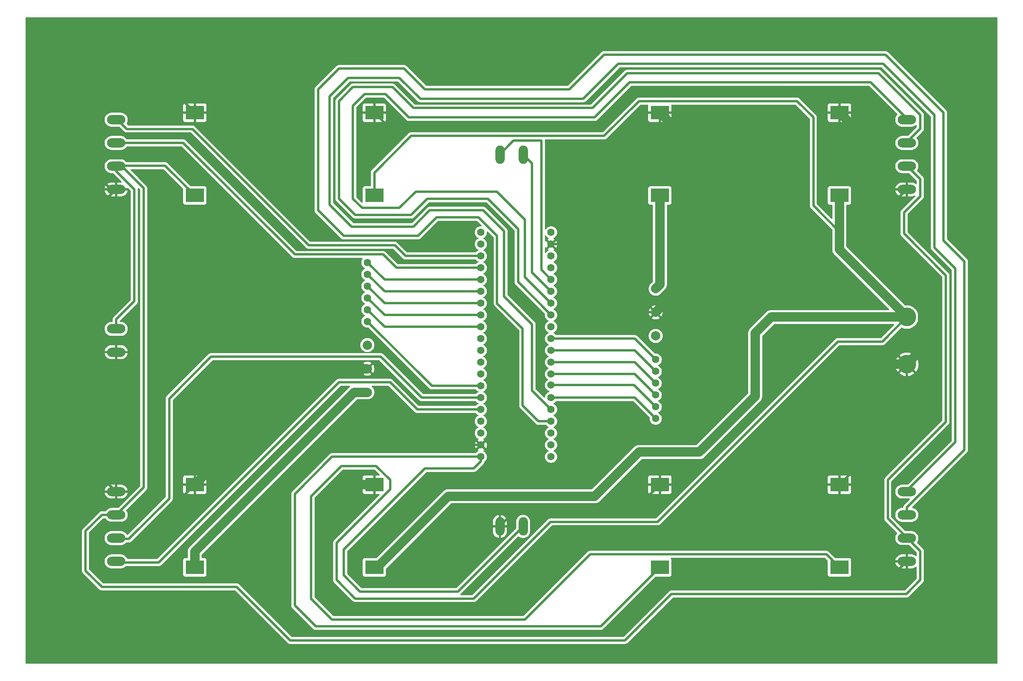
<source format=gbr>
%TF.GenerationSoftware,KiCad,Pcbnew,8.0.1*%
%TF.CreationDate,2024-04-01T18:57:29+02:00*%
%TF.ProjectId,DC_practical,44435f70-7261-4637-9469-63616c2e6b69,rev?*%
%TF.SameCoordinates,Original*%
%TF.FileFunction,Copper,L1,Top*%
%TF.FilePolarity,Positive*%
%FSLAX46Y46*%
G04 Gerber Fmt 4.6, Leading zero omitted, Abs format (unit mm)*
G04 Created by KiCad (PCBNEW 8.0.1) date 2024-04-01 18:57:29*
%MOMM*%
%LPD*%
G01*
G04 APERTURE LIST*
%TA.AperFunction,ComponentPad*%
%ADD10C,4.000000*%
%TD*%
%TA.AperFunction,ComponentPad*%
%ADD11C,1.600000*%
%TD*%
%TA.AperFunction,ComponentPad*%
%ADD12C,2.000000*%
%TD*%
%TA.AperFunction,ComponentPad*%
%ADD13R,4.000000X3.000000*%
%TD*%
%TA.AperFunction,ComponentPad*%
%ADD14O,3.960000X1.980000*%
%TD*%
%TA.AperFunction,ComponentPad*%
%ADD15O,3.960000X1.960000*%
%TD*%
%TA.AperFunction,ComponentPad*%
%ADD16O,1.980000X3.960000*%
%TD*%
%TA.AperFunction,Conductor*%
%ADD17C,0.500000*%
%TD*%
%TA.AperFunction,Conductor*%
%ADD18C,0.200000*%
%TD*%
%TA.AperFunction,Conductor*%
%ADD19C,2.000000*%
%TD*%
G04 APERTURE END LIST*
D10*
%TO.P,Battery1,1,VDD*%
%TO.N,VDD_BATTERY*%
X235000000Y-94960000D03*
%TO.P,Battery1,2,GND*%
%TO.N,GND*%
X235000000Y-105120000D03*
%TD*%
D11*
%TO.P,Blue_pill1,1,VBAT*%
%TO.N,unconnected-(Blue_pill1-VBAT-Pad1)*%
X158500000Y-125000000D03*
%TO.P,Blue_pill1,2,PC13*%
%TO.N,unconnected-(Blue_pill1-PC13-Pad2)*%
X158500000Y-122460000D03*
%TO.P,Blue_pill1,3,PC14*%
%TO.N,unconnected-(Blue_pill1-PC14-Pad3)*%
X158500000Y-119920000D03*
%TO.P,Blue_pill1,4,PC15*%
%TO.N,Net-(Blue_pill1-PC15)*%
X158500000Y-117380000D03*
%TO.P,Blue_pill1,5,PA0*%
%TO.N,Net-(Blue_pill1-PA0)*%
X158500000Y-114840000D03*
%TO.P,Blue_pill1,6,PA1*%
%TO.N,Net-(Blue_pill1-PA1)*%
X158500000Y-112300000D03*
%TO.P,Blue_pill1,7,PA2*%
%TO.N,Net-(Blue_pill1-PA2)*%
X158500000Y-109600000D03*
%TO.P,Blue_pill1,8,PA3*%
%TO.N,Net-(Blue_pill1-PA3)*%
X158500000Y-107220000D03*
%TO.P,Blue_pill1,9,PA4*%
%TO.N,Net-(Blue_pill1-PA4)*%
X158500000Y-104680000D03*
%TO.P,Blue_pill1,10,PA5*%
%TO.N,Net-(Blue_pill1-PA5)*%
X158500000Y-102140000D03*
%TO.P,Blue_pill1,11,PA6*%
%TO.N,Net-(Blue_pill1-PA6)*%
X158500000Y-99600000D03*
%TO.P,Blue_pill1,12,PA7*%
%TO.N,unconnected-(Blue_pill1-PA7-Pad12)*%
X158500000Y-97060000D03*
%TO.P,Blue_pill1,13,PB0*%
%TO.N,Net-(Blue_pill1-PB0)*%
X158500000Y-94520000D03*
%TO.P,Blue_pill1,14,PB1*%
%TO.N,Net-(Blue_pill1-PB1)*%
X158500000Y-91980000D03*
%TO.P,Blue_pill1,15,PB10*%
%TO.N,Net-(Blue_pill1-PB10)*%
X158500000Y-89440000D03*
%TO.P,Blue_pill1,16,PB11*%
%TO.N,Net-(Blue_pill1-PB11)*%
X158500000Y-86900000D03*
%TO.P,Blue_pill1,17,NRST*%
%TO.N,unconnected-(Blue_pill1-NRST-Pad17)*%
X158500000Y-84360000D03*
%TO.P,Blue_pill1,18,3.3V*%
%TO.N,unconnected-(Blue_pill1-3.3V-Pad18)*%
X158500000Y-81820000D03*
%TO.P,Blue_pill1,19,GND*%
%TO.N,GND*%
X158500000Y-79280000D03*
%TO.P,Blue_pill1,20,GND*%
%TO.N,unconnected-(Blue_pill1-GND-Pad20)*%
X158500000Y-76740000D03*
%TO.P,Blue_pill1,21,PB12*%
%TO.N,unconnected-(Blue_pill1-PB12-Pad21)*%
X143400000Y-76740000D03*
%TO.P,Blue_pill1,22,PB13*%
%TO.N,unconnected-(Blue_pill1-PB13-Pad22)*%
X143400000Y-79280000D03*
%TO.P,Blue_pill1,23,PB14*%
%TO.N,Net-(Blue_pill1-PB14)*%
X143400000Y-81820000D03*
%TO.P,Blue_pill1,24,PB15*%
%TO.N,Net-(Blue_pill1-PB15)*%
X143400000Y-84360000D03*
%TO.P,Blue_pill1,25,PA8*%
%TO.N,Net-(Blue_pill1-PA8)*%
X143400000Y-86900000D03*
%TO.P,Blue_pill1,26,PA9*%
%TO.N,Net-(Blue_pill1-PA9)*%
X143400000Y-89440000D03*
%TO.P,Blue_pill1,27,PA10*%
%TO.N,Net-(Blue_pill1-PA10)*%
X143400000Y-91980000D03*
%TO.P,Blue_pill1,28,PA11*%
%TO.N,Net-(Blue_pill1-PA11)*%
X143400000Y-94520000D03*
%TO.P,Blue_pill1,29,PA12*%
%TO.N,Net-(Blue_pill1-PA12)*%
X143400000Y-97060000D03*
%TO.P,Blue_pill1,30,PA15*%
%TO.N,unconnected-(Blue_pill1-PA15-Pad30)*%
X143400000Y-99600000D03*
%TO.P,Blue_pill1,31,PB3*%
%TO.N,unconnected-(Blue_pill1-PB3-Pad31)*%
X143400000Y-102140000D03*
%TO.P,Blue_pill1,32,PB4*%
%TO.N,unconnected-(Blue_pill1-PB4-Pad32)*%
X143400000Y-104680000D03*
%TO.P,Blue_pill1,33,PB5*%
%TO.N,unconnected-(Blue_pill1-PB5-Pad33)*%
X143400000Y-107220000D03*
%TO.P,Blue_pill1,34,PB6*%
%TO.N,Net-(Blue_pill1-PB6)*%
X143400000Y-109760000D03*
%TO.P,Blue_pill1,35,PB7*%
%TO.N,Net-(Blue_pill1-PB7)*%
X143400000Y-112300000D03*
%TO.P,Blue_pill1,36,PB8*%
%TO.N,Net-(Blue_pill1-PB8)*%
X143400000Y-114840000D03*
%TO.P,Blue_pill1,37,PB9*%
%TO.N,unconnected-(Blue_pill1-PB9-Pad37)*%
X143400000Y-117380000D03*
%TO.P,Blue_pill1,38,5V*%
%TO.N,unconnected-(Blue_pill1-5V-Pad38)*%
X143400000Y-119920000D03*
%TO.P,Blue_pill1,39,GND*%
%TO.N,GND*%
X143400000Y-122460000D03*
%TO.P,Blue_pill1,40,3.3V*%
%TO.N,Controllers_3.3v*%
X143400000Y-125000000D03*
%TD*%
D12*
%TO.P,Motor_Driver_1,1,Vin*%
%TO.N,Driver1_12V*%
X181000000Y-88860000D03*
%TO.P,Motor_Driver_1,2,GND*%
%TO.N,GND*%
X181000000Y-93940000D03*
%TO.P,Motor_Driver_1,3,5V*%
%TO.N,unconnected-(Motor_Driver_1-5V-Pad3)*%
X181000000Y-99020000D03*
D11*
%TO.P,Motor_Driver_1,4,ENA*%
%TO.N,Net-(Blue_pill1-PA6)*%
X181000000Y-104100000D03*
%TO.P,Motor_Driver_1,5,IN1*%
%TO.N,Net-(Blue_pill1-PA5)*%
X181000000Y-106640000D03*
%TO.P,Motor_Driver_1,6,IN2*%
%TO.N,Net-(Blue_pill1-PA4)*%
X181000000Y-109180000D03*
%TO.P,Motor_Driver_1,7,IN3*%
%TO.N,Net-(Blue_pill1-PA3)*%
X181000000Y-111720000D03*
%TO.P,Motor_Driver_1,8,IN4*%
%TO.N,Net-(Blue_pill1-PA2)*%
X181000000Y-114260000D03*
%TO.P,Motor_Driver_1,9,ENB*%
%TO.N,Net-(Blue_pill1-PA1)*%
X181000000Y-116800000D03*
%TD*%
D13*
%TO.P,Micro_Controllers_regulator1,1,IN+*%
%TO.N,VDD_BATTERY*%
X220500000Y-148800000D03*
%TO.P,Micro_Controllers_regulator1,2,IN-*%
%TO.N,GND*%
X220500000Y-131000000D03*
%TO.P,Micro_Controllers_regulator1,3,OUT+*%
%TO.N,Controllers_3.3v*%
X181900000Y-148800000D03*
%TO.P,Micro_Controllers_regulator1,4,OUT-*%
%TO.N,GND*%
X181900000Y-131000000D03*
%TD*%
D14*
%TO.P,Encoder3,1,CHA*%
%TO.N,Net-(Blue_pill1-PB14)*%
X65000000Y-52500000D03*
%TO.P,Encoder3,2,CHB*%
%TO.N,Net-(Blue_pill1-PB15)*%
X65000000Y-57500000D03*
D15*
%TO.P,Encoder3,3,E+*%
%TO.N,Sensors_3.3V*%
X65000000Y-62500000D03*
D14*
%TO.P,Encoder3,4,E-*%
%TO.N,GND*%
X65000000Y-67500000D03*
%TD*%
D16*
%TO.P,MicroControllers_voltage1,1,3.3V*%
%TO.N,Controllers_3.3v*%
X152500000Y-140000000D03*
%TO.P,MicroControllers_voltage1,2,GND*%
%TO.N,GND*%
X147500000Y-140000000D03*
%TD*%
D14*
%TO.P,Encoder1,1,CHA*%
%TO.N,Net-(Blue_pill1-PB1)*%
X235000000Y-52500000D03*
%TO.P,Encoder1,2,CHB*%
%TO.N,Net-(Blue_pill1-PB0)*%
X235000000Y-57500000D03*
D15*
%TO.P,Encoder1,3,E+*%
%TO.N,Sensors_3.3V*%
X235000000Y-62500000D03*
D14*
%TO.P,Encoder1,4,E-*%
%TO.N,GND*%
X235000000Y-67500000D03*
%TD*%
D13*
%TO.P,Sensors_regulator1,1,IN+*%
%TO.N,VDD_BATTERY*%
X120500000Y-68800000D03*
%TO.P,Sensors_regulator1,2,IN-*%
%TO.N,GND*%
X120500000Y-51000000D03*
%TO.P,Sensors_regulator1,3,OUT+*%
%TO.N,Sensors_3.3V*%
X81900000Y-68800000D03*
%TO.P,Sensors_regulator1,4,OUT-*%
%TO.N,GND*%
X81900000Y-51000000D03*
%TD*%
D14*
%TO.P,Encoder2,1,CHA*%
%TO.N,Net-(Blue_pill1-PA0)*%
X235000000Y-132500000D03*
%TO.P,Encoder2,2,CHB*%
%TO.N,Net-(Blue_pill1-PC15)*%
X235000000Y-137500000D03*
D15*
%TO.P,Encoder2,3,E+*%
%TO.N,Sensors_3.3V*%
X235000000Y-142500000D03*
D14*
%TO.P,Encoder2,4,E-*%
%TO.N,GND*%
X235000000Y-147500000D03*
%TD*%
%TO.P,Sensors_3.3V1,1,3.3V*%
%TO.N,Sensors_3.3V*%
X65000000Y-97500000D03*
%TO.P,Sensors_3.3V1,2,GND*%
%TO.N,GND*%
X65000000Y-102500000D03*
%TD*%
D13*
%TO.P,DC_Motors_regulator2,1,IN+*%
%TO.N,VDD_BATTERY*%
X120500000Y-148800000D03*
%TO.P,DC_Motors_regulator2,2,IN-*%
%TO.N,GND*%
X120500000Y-131000000D03*
%TO.P,DC_Motors_regulator2,3,OUT+*%
%TO.N,Driver2_12V*%
X81900000Y-148800000D03*
%TO.P,DC_Motors_regulator2,4,OUT-*%
%TO.N,GND*%
X81900000Y-131000000D03*
%TD*%
D14*
%TO.P,Encoder4,1,CHA*%
%TO.N,Net-(Blue_pill1-PB8)*%
X65000000Y-147500000D03*
%TO.P,Encoder4,2,CHB*%
%TO.N,Net-(Blue_pill1-PB7)*%
X65000000Y-142500000D03*
D15*
%TO.P,Encoder4,3,E+*%
%TO.N,Sensors_3.3V*%
X65000000Y-137500000D03*
D14*
%TO.P,Encoder4,4,E-*%
%TO.N,GND*%
X65000000Y-132500000D03*
%TD*%
D16*
%TO.P,Communication1,1,Tx*%
%TO.N,Net-(Blue_pill1-PB10)*%
X152500000Y-60000000D03*
%TO.P,Communication1,2,Rx*%
%TO.N,Net-(Blue_pill1-PB11)*%
X147500000Y-60000000D03*
%TD*%
D13*
%TO.P,DC_Motors_regulator1,1,IN+*%
%TO.N,VDD_BATTERY*%
X220500000Y-68800000D03*
%TO.P,DC_Motors_regulator1,2,IN-*%
%TO.N,GND*%
X220500000Y-51000000D03*
%TO.P,DC_Motors_regulator1,3,OUT+*%
%TO.N,Driver1_12V*%
X181900000Y-68800000D03*
%TO.P,DC_Motors_regulator1,4,OUT-*%
%TO.N,GND*%
X181900000Y-51000000D03*
%TD*%
D12*
%TO.P,Motor_Driver_2,1,Vin*%
%TO.N,Driver2_12V*%
X119000000Y-111140000D03*
%TO.P,Motor_Driver_2,2,GND*%
%TO.N,GND*%
X119000000Y-106060000D03*
%TO.P,Motor_Driver_2,3,5V*%
%TO.N,unconnected-(Motor_Driver_2-5V-Pad3)*%
X119000000Y-100980000D03*
D11*
%TO.P,Motor_Driver_2,4,ENA*%
%TO.N,Net-(Blue_pill1-PB6)*%
X119000000Y-95900000D03*
%TO.P,Motor_Driver_2,5,IN1*%
%TO.N,Net-(Blue_pill1-PA12)*%
X119000000Y-93360000D03*
%TO.P,Motor_Driver_2,6,IN2*%
%TO.N,Net-(Blue_pill1-PA11)*%
X119000000Y-90820000D03*
%TO.P,Motor_Driver_2,7,IN3*%
%TO.N,Net-(Blue_pill1-PA10)*%
X119000000Y-88280000D03*
%TO.P,Motor_Driver_2,8,IN4*%
%TO.N,Net-(Blue_pill1-PA9)*%
X119000000Y-85740000D03*
%TO.P,Motor_Driver_2,9,ENB*%
%TO.N,Net-(Blue_pill1-PA8)*%
X119000000Y-83200000D03*
%TD*%
D17*
%TO.N,Net-(Blue_pill1-PA0)*%
X154400000Y-110740000D02*
X158500000Y-114840000D01*
X148400000Y-90500000D02*
X154400000Y-96500000D01*
X148400000Y-76500000D02*
X148400000Y-90500000D01*
X143900000Y-72000000D02*
X148400000Y-76500000D01*
X132400000Y-72000000D02*
X143900000Y-72000000D01*
X154400000Y-96500000D02*
X154400000Y-110740000D01*
X115650000Y-75500000D02*
X128900000Y-75500000D01*
X128900000Y-75500000D02*
X132400000Y-72000000D01*
X110900000Y-70750000D02*
X115650000Y-75500000D01*
X114900000Y-43500000D02*
X110900000Y-47500000D01*
X125900000Y-43500000D02*
X114900000Y-43500000D01*
X110900000Y-47500000D02*
X110900000Y-70750000D01*
X229900000Y-40500000D02*
X172900000Y-40500000D01*
X172900000Y-40500000D02*
X165400000Y-48000000D01*
X130400000Y-48000000D02*
X125900000Y-43500000D01*
X165400000Y-48000000D02*
X130400000Y-48000000D01*
X245400000Y-84500000D02*
X240900000Y-80000000D01*
X240900000Y-51500000D02*
X229900000Y-40500000D01*
X245400000Y-121850000D02*
X245400000Y-84500000D01*
X235000000Y-132250000D02*
X245400000Y-121850000D01*
X240900000Y-80000000D02*
X240900000Y-51500000D01*
%TO.N,Net-(Blue_pill1-PB0)*%
X151400000Y-87420000D02*
X158500000Y-94520000D01*
X151400000Y-76000000D02*
X151400000Y-87420000D01*
X144900000Y-69500000D02*
X151400000Y-76000000D01*
X128400000Y-73000000D02*
X131900000Y-69500000D01*
X116400000Y-73000000D02*
X128400000Y-73000000D01*
X112900000Y-69500000D02*
X116400000Y-73000000D01*
X112900000Y-48500000D02*
X112900000Y-69500000D01*
X115900000Y-45500000D02*
X112900000Y-48500000D01*
X124400000Y-45500000D02*
X115900000Y-45500000D01*
X128900000Y-50000000D02*
X124400000Y-45500000D01*
X167400000Y-50000000D02*
X128900000Y-50000000D01*
X131900000Y-69500000D02*
X144900000Y-69500000D01*
X237900000Y-51500000D02*
X228900000Y-42500000D01*
X228900000Y-42500000D02*
X174900000Y-42500000D01*
X174900000Y-42500000D02*
X167400000Y-50000000D01*
X237900000Y-54500000D02*
X237900000Y-51500000D01*
%TO.N,Net-(Blue_pill1-PB1)*%
X152900000Y-86380000D02*
X158500000Y-91980000D01*
X152900000Y-74000000D02*
X152900000Y-86380000D01*
X129400000Y-68000000D02*
X146900000Y-68000000D01*
X146900000Y-68000000D02*
X152900000Y-74000000D01*
X125900000Y-71500000D02*
X129400000Y-68000000D01*
X117900000Y-71500000D02*
X125900000Y-71500000D01*
X115900000Y-49500000D02*
X115900000Y-69500000D01*
X115900000Y-69500000D02*
X117900000Y-71500000D01*
X118400000Y-47000000D02*
X115900000Y-49500000D01*
X175400000Y-44500000D02*
X167900000Y-52000000D01*
X122900000Y-47000000D02*
X118400000Y-47000000D01*
X167900000Y-52000000D02*
X127900000Y-52000000D01*
X227250000Y-44500000D02*
X175400000Y-44500000D01*
X127900000Y-52000000D02*
X122900000Y-47000000D01*
X235000000Y-52250000D02*
X227250000Y-44500000D01*
%TO.N,GND*%
X60650000Y-145500000D02*
X67400000Y-145500000D01*
X60150000Y-146000000D02*
X60650000Y-145500000D01*
X67400000Y-145500000D02*
X81900000Y-131000000D01*
X67400000Y-145500000D02*
X67650000Y-145250000D01*
X60150000Y-146000000D02*
X60150000Y-145500000D01*
X60150000Y-147250000D02*
X60150000Y-146000000D01*
%TO.N,Controllers_3.3v*%
X131400000Y-127500000D02*
X141900000Y-127500000D01*
X141900000Y-127500000D02*
X143400000Y-126000000D01*
X113900000Y-150500000D02*
X113900000Y-145000000D01*
X117400000Y-154000000D02*
X113900000Y-150500000D01*
X138500000Y-154000000D02*
X117400000Y-154000000D01*
X152500000Y-140000000D02*
X138500000Y-154000000D01*
X113900000Y-145000000D02*
X131400000Y-127500000D01*
X143400000Y-126000000D02*
X143400000Y-125000000D01*
%TO.N,GND*%
X161180000Y-79280000D02*
X158500000Y-79280000D01*
X176150000Y-94250000D02*
X161180000Y-79280000D01*
X137360000Y-122460000D02*
X143400000Y-122460000D01*
X111405026Y-121000000D02*
X135900000Y-121000000D01*
X90900000Y-141505026D02*
X111405026Y-121000000D01*
X90900000Y-148000000D02*
X90900000Y-141505026D01*
X94400000Y-151500000D02*
X90900000Y-148000000D01*
X135900000Y-121000000D02*
X137360000Y-122460000D01*
D18*
X235000000Y-67500000D02*
X228900000Y-67500000D01*
D19*
X225400000Y-75500000D02*
X225400000Y-71000000D01*
X225400000Y-71000000D02*
X225400000Y-55900000D01*
D18*
X228900000Y-67500000D02*
X225400000Y-71000000D01*
D17*
%TO.N,Net-(Blue_pill1-PB10)*%
X154400000Y-61900000D02*
X154400000Y-85340000D01*
X154400000Y-85340000D02*
X158500000Y-89440000D01*
X152500000Y-60000000D02*
X154400000Y-61900000D01*
%TO.N,Net-(Blue_pill1-PB11)*%
X150400000Y-57000000D02*
X156400000Y-57000000D01*
D18*
X149900000Y-57520000D02*
X149900000Y-57500000D01*
D17*
X147420000Y-60000000D02*
X149900000Y-57520000D01*
X156400000Y-84800000D02*
X158500000Y-86900000D01*
X156400000Y-57000000D02*
X156400000Y-84800000D01*
X149900000Y-57500000D02*
X150400000Y-57000000D01*
%TO.N,VDD_BATTERY*%
X152900000Y-160000000D02*
X166900000Y-146000000D01*
D19*
X190400000Y-124000000D02*
X177400000Y-124000000D01*
D17*
X120500000Y-63900000D02*
X128400000Y-56000000D01*
D19*
X121100000Y-148800000D02*
X120500000Y-148800000D01*
D17*
X220500000Y-76600000D02*
X220500000Y-77000000D01*
X116400000Y-155500000D02*
X112400000Y-151500000D01*
D19*
X167900000Y-133500000D02*
X136400000Y-133500000D01*
X202400000Y-98420000D02*
X202400000Y-112000000D01*
D17*
X169900000Y-56000000D02*
X177400000Y-48500000D01*
D19*
X205860000Y-94960000D02*
X202400000Y-98420000D01*
D17*
X220150000Y-100250000D02*
X181400000Y-139000000D01*
X158400000Y-139000000D02*
X141900000Y-155500000D01*
X229710000Y-100250000D02*
X220150000Y-100250000D01*
D19*
X220500000Y-77000000D02*
X220500000Y-80460000D01*
D17*
X214900000Y-52000000D02*
X214900000Y-71000000D01*
X106900000Y-133500000D02*
X106900000Y-155500000D01*
X181400000Y-139000000D02*
X158400000Y-139000000D01*
X112400000Y-151500000D02*
X112400000Y-143500000D01*
X214900000Y-71000000D02*
X220500000Y-76600000D01*
X123900000Y-132000000D02*
X123900000Y-130000000D01*
X217700000Y-146000000D02*
X220500000Y-148800000D01*
X166900000Y-146000000D02*
X217700000Y-146000000D01*
D19*
X220500000Y-80460000D02*
X235000000Y-94960000D01*
D17*
X141900000Y-155500000D02*
X116400000Y-155500000D01*
X106900000Y-155500000D02*
X111400000Y-160000000D01*
D19*
X177400000Y-124000000D02*
X167900000Y-133500000D01*
D17*
X211400000Y-48500000D02*
X214900000Y-52000000D01*
X111400000Y-160000000D02*
X152900000Y-160000000D01*
D19*
X220500000Y-68800000D02*
X220500000Y-77000000D01*
D17*
X113400000Y-127000000D02*
X106900000Y-133500000D01*
X128400000Y-56000000D02*
X169900000Y-56000000D01*
D19*
X235000000Y-94960000D02*
X205860000Y-94960000D01*
X202400000Y-112000000D02*
X190400000Y-124000000D01*
D17*
X120900000Y-127000000D02*
X113400000Y-127000000D01*
X123900000Y-130000000D02*
X120900000Y-127000000D01*
D19*
X136400000Y-133500000D02*
X121100000Y-148800000D01*
D17*
X112400000Y-143500000D02*
X123900000Y-132000000D01*
X235000000Y-94960000D02*
X229710000Y-100250000D01*
X177400000Y-48500000D02*
X211400000Y-48500000D01*
X120500000Y-68800000D02*
X120500000Y-63900000D01*
%TO.N,Controllers_3.3v*%
X107900000Y-161500000D02*
X169200000Y-161500000D01*
X103400000Y-133000000D02*
X103400000Y-157000000D01*
X169200000Y-161500000D02*
X181900000Y-148800000D01*
X111400000Y-125000000D02*
X103400000Y-133000000D01*
X103400000Y-157000000D02*
X107900000Y-161500000D01*
X143400000Y-125000000D02*
X111400000Y-125000000D01*
D19*
%TO.N,Driver2_12V*%
X116160000Y-111140000D02*
X119000000Y-111140000D01*
D18*
X119000000Y-111700000D02*
X119000000Y-111140000D01*
D19*
X81900000Y-148800000D02*
X81900000Y-145400000D01*
X81900000Y-145400000D02*
X116160000Y-111140000D01*
%TO.N,Driver1_12V*%
X181900000Y-68800000D02*
X181900000Y-87960000D01*
X181900000Y-87960000D02*
X181000000Y-88860000D01*
D17*
%TO.N,Sensors_3.3V*%
X174400000Y-164500000D02*
X102400000Y-164500000D01*
X237900000Y-145310000D02*
X237900000Y-151500000D01*
D18*
X65810000Y-62410000D02*
X65000000Y-62410000D01*
D17*
X234400000Y-72500000D02*
X234400000Y-77000000D01*
X68900000Y-91560000D02*
X65000000Y-95460000D01*
X102400000Y-164500000D02*
X90900000Y-153000000D01*
X75510000Y-62410000D02*
X81900000Y-68800000D01*
X58400000Y-141000000D02*
X61900000Y-137500000D01*
X68900000Y-67500000D02*
X65000000Y-63600000D01*
X237900000Y-69000000D02*
X234400000Y-72500000D01*
X234400000Y-77000000D02*
X243400000Y-86000000D01*
X61900000Y-153000000D02*
X58400000Y-149500000D01*
X230900000Y-130000000D02*
X230900000Y-138310000D01*
X66060000Y-62410000D02*
X70900000Y-67250000D01*
X68900000Y-67500000D02*
X68900000Y-91560000D01*
X65000000Y-63600000D02*
X65000000Y-62500000D01*
X65810000Y-62410000D02*
X66060000Y-62410000D01*
X90900000Y-153000000D02*
X61900000Y-153000000D01*
X237900000Y-65310000D02*
X237900000Y-69000000D01*
X184400000Y-154500000D02*
X174400000Y-164500000D01*
X234900000Y-154500000D02*
X184400000Y-154500000D01*
X65000000Y-95460000D02*
X65000000Y-97500000D01*
X230900000Y-138310000D02*
X237900000Y-145310000D01*
X70900000Y-131600000D02*
X65000000Y-137500000D01*
X65000000Y-62410000D02*
X75510000Y-62410000D01*
X243400000Y-86000000D02*
X243400000Y-117500000D01*
X243400000Y-117500000D02*
X230900000Y-130000000D01*
X237900000Y-151500000D02*
X234900000Y-154500000D01*
X58400000Y-149500000D02*
X58400000Y-141000000D01*
X235000000Y-62410000D02*
X237900000Y-65310000D01*
X61900000Y-137500000D02*
X65000000Y-137500000D01*
X70900000Y-67250000D02*
X70900000Y-131600000D01*
%TO.N,Net-(Blue_pill1-PA12)*%
X143400000Y-97060000D02*
X122700000Y-97060000D01*
X122700000Y-97060000D02*
X119000000Y-93360000D01*
%TO.N,Net-(Blue_pill1-PB8)*%
X65000000Y-147750000D02*
X74150000Y-147750000D01*
X112900000Y-109000000D02*
X123900000Y-109000000D01*
X74150000Y-147750000D02*
X112900000Y-109000000D01*
X123900000Y-109000000D02*
X129740000Y-114840000D01*
X129740000Y-114840000D02*
X143400000Y-114840000D01*
%TO.N,Net-(Blue_pill1-PA11)*%
X143400000Y-94520000D02*
X122700000Y-94520000D01*
X122700000Y-94520000D02*
X119000000Y-90820000D01*
%TO.N,Net-(Blue_pill1-PB0)*%
X235000000Y-57330000D02*
X237830000Y-54500000D01*
D18*
X237830000Y-54500000D02*
X237900000Y-54500000D01*
D17*
%TO.N,Net-(Blue_pill1-PC15)*%
X152400000Y-97500000D02*
X152400000Y-114000000D01*
X152400000Y-114000000D02*
X155780000Y-117380000D01*
X146900000Y-77500000D02*
X146900000Y-92000000D01*
X235000000Y-135900000D02*
X247400000Y-123500000D01*
X146900000Y-92000000D02*
X152400000Y-97500000D01*
X169900000Y-38500000D02*
X162400000Y-46000000D01*
X113900000Y-77500000D02*
X129900000Y-77500000D01*
X108400000Y-72000000D02*
X113900000Y-77500000D01*
X133900000Y-73500000D02*
X142900000Y-73500000D01*
X242900000Y-78500000D02*
X242900000Y-51000000D01*
X242900000Y-51000000D02*
X230400000Y-38500000D01*
X155780000Y-117380000D02*
X158500000Y-117380000D01*
X131400000Y-46000000D02*
X126900000Y-41500000D01*
X108400000Y-46000000D02*
X108400000Y-72000000D01*
X112900000Y-41500000D02*
X108400000Y-46000000D01*
X247400000Y-123500000D02*
X247400000Y-83000000D01*
X247400000Y-83000000D02*
X242900000Y-78500000D01*
X162400000Y-46000000D02*
X131400000Y-46000000D01*
X129900000Y-77500000D02*
X133900000Y-73500000D01*
X126900000Y-41500000D02*
X112900000Y-41500000D01*
X235000000Y-137330000D02*
X235000000Y-135900000D01*
X142900000Y-73500000D02*
X146900000Y-77500000D01*
X230400000Y-38500000D02*
X169900000Y-38500000D01*
%TO.N,Net-(Blue_pill1-PA4)*%
X158500000Y-104680000D02*
X176500000Y-104680000D01*
X176500000Y-104680000D02*
X181000000Y-109180000D01*
%TO.N,Net-(Blue_pill1-PA8)*%
X122700000Y-86900000D02*
X119000000Y-83200000D01*
X143400000Y-86900000D02*
X122700000Y-86900000D01*
%TO.N,Net-(Blue_pill1-PA3)*%
X176500000Y-107220000D02*
X181000000Y-111720000D01*
X158500000Y-107220000D02*
X176500000Y-107220000D01*
%TO.N,Net-(Blue_pill1-PA1)*%
X176500000Y-112300000D02*
X181000000Y-116800000D01*
X158500000Y-112300000D02*
X176500000Y-112300000D01*
%TO.N,Net-(Blue_pill1-PA5)*%
X176500000Y-102140000D02*
X181000000Y-106640000D01*
X158500000Y-102140000D02*
X176500000Y-102140000D01*
%TO.N,Net-(Blue_pill1-PB7)*%
X121900000Y-103500000D02*
X130700000Y-112300000D01*
X67730000Y-142670000D02*
X76400000Y-134000000D01*
X65000000Y-142670000D02*
X67730000Y-142670000D01*
X76400000Y-134000000D02*
X76400000Y-112500000D01*
X76400000Y-112500000D02*
X85400000Y-103500000D01*
X130700000Y-112300000D02*
X143400000Y-112300000D01*
X85400000Y-103500000D02*
X121900000Y-103500000D01*
%TO.N,Net-(Blue_pill1-PA2)*%
X158500000Y-109600000D02*
X176340000Y-109600000D01*
X176340000Y-109600000D02*
X181000000Y-114260000D01*
D18*
%TO.N,Net-(Blue_pill1-PB15)*%
X65000000Y-57330000D02*
X65170000Y-57500000D01*
D17*
X125260000Y-84360000D02*
X143400000Y-84360000D01*
X103400000Y-81500000D02*
X122400000Y-81500000D01*
X79400000Y-57500000D02*
X103400000Y-81500000D01*
X65170000Y-57500000D02*
X79400000Y-57500000D01*
X122400000Y-81500000D02*
X125260000Y-84360000D01*
%TO.N,Net-(Blue_pill1-PB6)*%
X143400000Y-109760000D02*
X132860000Y-109760000D01*
X132860000Y-109760000D02*
X119000000Y-95900000D01*
%TO.N,Net-(Blue_pill1-PB14)*%
X81400000Y-54500000D02*
X67250000Y-54500000D01*
X67250000Y-54500000D02*
X65000000Y-52250000D01*
X124900000Y-79500000D02*
X106400000Y-79500000D01*
X106400000Y-79500000D02*
X81400000Y-54500000D01*
X143400000Y-81820000D02*
X127220000Y-81820000D01*
X127220000Y-81820000D02*
X124900000Y-79500000D01*
%TO.N,Net-(Blue_pill1-PA6)*%
X158500000Y-99600000D02*
X176500000Y-99600000D01*
X176500000Y-99600000D02*
X181000000Y-104100000D01*
%TO.N,Net-(Blue_pill1-PA10)*%
X122700000Y-91980000D02*
X119000000Y-88280000D01*
X143400000Y-91980000D02*
X122700000Y-91980000D01*
%TO.N,Net-(Blue_pill1-PA9)*%
X122700000Y-89440000D02*
X119000000Y-85740000D01*
X143400000Y-89440000D02*
X122700000Y-89440000D01*
%TO.N,GND*%
X176150000Y-94250000D02*
X176460000Y-93940000D01*
X62900000Y-60000000D02*
X61900000Y-61000000D01*
X171900000Y-163000000D02*
X105900000Y-163000000D01*
X65000000Y-132510000D02*
X59400000Y-126910000D01*
D19*
X188400000Y-86540000D02*
X181000000Y-93940000D01*
D18*
X64500000Y-132010000D02*
X65000000Y-132510000D01*
D19*
X81900000Y-131000000D02*
X106840000Y-106060000D01*
D17*
X178400000Y-120000000D02*
X187400000Y-120000000D01*
X118400000Y-152500000D02*
X115900000Y-150000000D01*
X64400000Y-151500000D02*
X60150000Y-147250000D01*
X178900000Y-97000000D02*
X176150000Y-94250000D01*
X187400000Y-100500000D02*
X183900000Y-97000000D01*
X63890000Y-67490000D02*
X65000000Y-67490000D01*
X65000000Y-102500000D02*
X65000000Y-131510000D01*
X175900000Y-137000000D02*
X150420000Y-137000000D01*
X168900000Y-129500000D02*
X178400000Y-120000000D01*
X60150000Y-145500000D02*
X60150000Y-142750000D01*
X232400000Y-78000000D02*
X241400000Y-87000000D01*
X183900000Y-97000000D02*
X178900000Y-97000000D01*
X187400000Y-120000000D02*
X187400000Y-100500000D01*
X176460000Y-93940000D02*
X181000000Y-93940000D01*
X86400000Y-72500000D02*
X86400000Y-68500000D01*
X150900000Y-129500000D02*
X168900000Y-129500000D01*
X150420000Y-137000000D02*
X147420000Y-140000000D01*
X76400000Y-45500000D02*
X63900000Y-45500000D01*
X230910000Y-147490000D02*
X235000000Y-147490000D01*
X115900000Y-146500000D02*
X132900000Y-129500000D01*
X61900000Y-65500000D02*
X63890000Y-67490000D01*
X150440000Y-129500000D02*
X150900000Y-129500000D01*
X132900000Y-129500000D02*
X146400000Y-129500000D01*
X124900000Y-152500000D02*
X118400000Y-152500000D01*
X61900000Y-61000000D02*
X61900000Y-65500000D01*
X241400000Y-87000000D02*
X241400000Y-115500000D01*
X60150000Y-142750000D02*
X62900000Y-140000000D01*
X150420000Y-137000000D02*
X140400000Y-137000000D01*
D19*
X181900000Y-51000000D02*
X188400000Y-57500000D01*
X106840000Y-106060000D02*
X119000000Y-106060000D01*
D17*
X241400000Y-115500000D02*
X228900000Y-128000000D01*
X235000000Y-67490000D02*
X232400000Y-70090000D01*
X74400000Y-132007120D02*
X74400000Y-84500000D01*
X59890000Y-67490000D02*
X65000000Y-67490000D01*
X182900000Y-152000000D02*
X171900000Y-163000000D01*
X66407120Y-140000000D02*
X74400000Y-132007120D01*
X146400000Y-129500000D02*
X150900000Y-129500000D01*
X230490000Y-152000000D02*
X182900000Y-152000000D01*
X62900000Y-140000000D02*
X66407120Y-140000000D01*
X143400000Y-122460000D02*
X150440000Y-129500000D01*
X63900000Y-45500000D02*
X56900000Y-52500000D01*
X232400000Y-70090000D02*
X232400000Y-78000000D01*
X94400000Y-151500000D02*
X64400000Y-151500000D01*
X181900000Y-131000000D02*
X175900000Y-137000000D01*
X74400000Y-84500000D02*
X86400000Y-72500000D01*
D18*
X230900000Y-147500000D02*
X230910000Y-147490000D01*
D17*
X77900000Y-60000000D02*
X62900000Y-60000000D01*
X56900000Y-52500000D02*
X56900000Y-64500000D01*
X56900000Y-64500000D02*
X59890000Y-67490000D01*
X228900000Y-145500000D02*
X230900000Y-147500000D01*
X228900000Y-128000000D02*
X228900000Y-145500000D01*
X81900000Y-51000000D02*
X76400000Y-45500000D01*
X59400000Y-73090000D02*
X65000000Y-67490000D01*
X86400000Y-68500000D02*
X77900000Y-60000000D01*
D19*
X188400000Y-57500000D02*
X188400000Y-86540000D01*
D17*
X65000000Y-131510000D02*
X64500000Y-132010000D01*
X105900000Y-163000000D02*
X94400000Y-151500000D01*
X235000000Y-147490000D02*
X230490000Y-152000000D01*
D18*
X61900000Y-129410000D02*
X65000000Y-132510000D01*
D17*
X140400000Y-137000000D02*
X124900000Y-152500000D01*
X59400000Y-126910000D02*
X59400000Y-73090000D01*
X115900000Y-150000000D02*
X115900000Y-146500000D01*
D19*
X109900000Y-154000000D02*
X109900000Y-134500000D01*
X235000000Y-105120000D02*
X222280000Y-105120000D01*
D17*
X226900000Y-54400000D02*
X225400000Y-55900000D01*
X123500000Y-54000000D02*
X168400000Y-54000000D01*
D19*
X113400000Y-157500000D02*
X109900000Y-154000000D01*
X184400000Y-143000000D02*
X158900000Y-143000000D01*
X109900000Y-134500000D02*
X113400000Y-131000000D01*
X144400000Y-157500000D02*
X113400000Y-157500000D01*
D17*
X235000000Y-116500000D02*
X220500000Y-131000000D01*
X223400000Y-46500000D02*
X226900000Y-50000000D01*
X175900000Y-46500000D02*
X223400000Y-46500000D01*
X120500000Y-51000000D02*
X123500000Y-54000000D01*
D19*
X238400000Y-88500000D02*
X238400000Y-101720000D01*
X225400000Y-55900000D02*
X220500000Y-51000000D01*
X222280000Y-105120000D02*
X184400000Y-143000000D01*
D17*
X235000000Y-105120000D02*
X235000000Y-116500000D01*
D19*
X158900000Y-143000000D02*
X144400000Y-157500000D01*
X238400000Y-88500000D02*
X225400000Y-75500000D01*
X238400000Y-101720000D02*
X235000000Y-105120000D01*
D17*
X226900000Y-50000000D02*
X226900000Y-54400000D01*
D19*
X113400000Y-131000000D02*
X120500000Y-131000000D01*
D17*
X168400000Y-54000000D02*
X175900000Y-46500000D01*
%TD*%
%TA.AperFunction,Conductor*%
%TO.N,GND*%
G36*
X179350675Y-49270185D02*
G01*
X179396430Y-49322989D01*
X179406925Y-49387756D01*
X179400000Y-49452155D01*
X179400000Y-50750000D01*
X181611184Y-50750000D01*
X181595124Y-50766060D01*
X181544964Y-50852939D01*
X181519000Y-50949840D01*
X181519000Y-51050160D01*
X181544964Y-51147061D01*
X181595124Y-51233940D01*
X181611184Y-51250000D01*
X179400000Y-51250000D01*
X179400000Y-52547844D01*
X179406401Y-52607372D01*
X179406403Y-52607379D01*
X179456645Y-52742086D01*
X179456649Y-52742093D01*
X179542809Y-52857187D01*
X179542812Y-52857190D01*
X179657906Y-52943350D01*
X179657913Y-52943354D01*
X179792620Y-52993596D01*
X179792627Y-52993598D01*
X179852155Y-52999999D01*
X179852172Y-53000000D01*
X181650000Y-53000000D01*
X181650000Y-51288816D01*
X181666060Y-51304876D01*
X181752939Y-51355036D01*
X181849840Y-51381000D01*
X181950160Y-51381000D01*
X182047061Y-51355036D01*
X182133940Y-51304876D01*
X182150000Y-51288816D01*
X182150000Y-53000000D01*
X183947828Y-53000000D01*
X183947844Y-52999999D01*
X184007372Y-52993598D01*
X184007379Y-52993596D01*
X184142086Y-52943354D01*
X184142093Y-52943350D01*
X184257187Y-52857190D01*
X184257190Y-52857187D01*
X184343350Y-52742093D01*
X184343354Y-52742086D01*
X184393596Y-52607379D01*
X184393598Y-52607372D01*
X184399999Y-52547844D01*
X184400000Y-52547827D01*
X184400000Y-51250000D01*
X182188816Y-51250000D01*
X182204876Y-51233940D01*
X182255036Y-51147061D01*
X182281000Y-51050160D01*
X182281000Y-50949840D01*
X182255036Y-50852939D01*
X182204876Y-50766060D01*
X182188816Y-50750000D01*
X184400000Y-50750000D01*
X184400000Y-49452172D01*
X184399999Y-49452155D01*
X184393075Y-49387756D01*
X184405480Y-49318996D01*
X184453090Y-49267859D01*
X184516364Y-49250500D01*
X211037770Y-49250500D01*
X211104809Y-49270185D01*
X211125451Y-49286819D01*
X214113181Y-52274548D01*
X214146666Y-52335871D01*
X214149500Y-52362229D01*
X214149500Y-71073918D01*
X214149500Y-71073920D01*
X214149499Y-71073920D01*
X214178340Y-71218907D01*
X214178343Y-71218917D01*
X214234914Y-71355492D01*
X214267812Y-71404727D01*
X214267813Y-71404730D01*
X214317046Y-71478414D01*
X214317052Y-71478421D01*
X218963181Y-76124549D01*
X218996666Y-76185872D01*
X218999500Y-76212230D01*
X218999500Y-80578097D01*
X219036446Y-80811368D01*
X219109433Y-81035996D01*
X219216657Y-81246434D01*
X219355484Y-81437511D01*
X219355485Y-81437512D01*
X231165791Y-93247819D01*
X231199276Y-93309142D01*
X231194292Y-93378834D01*
X231152420Y-93434767D01*
X231086956Y-93459184D01*
X231078110Y-93459500D01*
X205741903Y-93459500D01*
X205508631Y-93496446D01*
X205284003Y-93569433D01*
X205073565Y-93676657D01*
X204882488Y-93815484D01*
X201255484Y-97442488D01*
X201116655Y-97633567D01*
X201060029Y-97744705D01*
X201060029Y-97744706D01*
X201009433Y-97844003D01*
X200936446Y-98068631D01*
X200899500Y-98301902D01*
X200899500Y-111327110D01*
X200879815Y-111394149D01*
X200863181Y-111414791D01*
X189814792Y-122463181D01*
X189753469Y-122496666D01*
X189727111Y-122499500D01*
X177281903Y-122499500D01*
X177048631Y-122536446D01*
X176824003Y-122609433D01*
X176613566Y-122716657D01*
X176547199Y-122764876D01*
X176422490Y-122855483D01*
X176422488Y-122855485D01*
X176422487Y-122855485D01*
X167314792Y-131963181D01*
X167253469Y-131996666D01*
X167227111Y-131999500D01*
X136281903Y-131999500D01*
X136082468Y-132031088D01*
X136082467Y-132031088D01*
X136048631Y-132036446D01*
X135824003Y-132109433D01*
X135613563Y-132216659D01*
X135422496Y-132355476D01*
X135422491Y-132355480D01*
X121014790Y-146763181D01*
X120953467Y-146796666D01*
X120927109Y-146799500D01*
X118452129Y-146799500D01*
X118452123Y-146799501D01*
X118392516Y-146805908D01*
X118257671Y-146856202D01*
X118257664Y-146856206D01*
X118142455Y-146942452D01*
X118142452Y-146942455D01*
X118056206Y-147057664D01*
X118056202Y-147057671D01*
X118005908Y-147192517D01*
X117999501Y-147252116D01*
X117999501Y-147252123D01*
X117999500Y-147252135D01*
X117999500Y-150347870D01*
X117999501Y-150347876D01*
X118005908Y-150407483D01*
X118056202Y-150542328D01*
X118056206Y-150542335D01*
X118142452Y-150657544D01*
X118142455Y-150657547D01*
X118257664Y-150743793D01*
X118257671Y-150743797D01*
X118392517Y-150794091D01*
X118392516Y-150794091D01*
X118399444Y-150794835D01*
X118452127Y-150800500D01*
X122547872Y-150800499D01*
X122607483Y-150794091D01*
X122742331Y-150743796D01*
X122857546Y-150657546D01*
X122943796Y-150542331D01*
X122994091Y-150407483D01*
X123000500Y-150347873D01*
X123000499Y-149072887D01*
X123020184Y-149005849D01*
X123036813Y-148985212D01*
X130914762Y-141107265D01*
X146010000Y-141107265D01*
X146046689Y-141338909D01*
X146119164Y-141561965D01*
X146225638Y-141770930D01*
X146363494Y-141960672D01*
X146529327Y-142126505D01*
X146719069Y-142264361D01*
X146928036Y-142370835D01*
X147151089Y-142443310D01*
X147250000Y-142458976D01*
X147250000Y-140610824D01*
X147307485Y-140634636D01*
X147434996Y-140660000D01*
X147565004Y-140660000D01*
X147692515Y-140634636D01*
X147750000Y-140610824D01*
X147750000Y-142458975D01*
X147848909Y-142443310D01*
X147848912Y-142443310D01*
X148071963Y-142370835D01*
X148280930Y-142264361D01*
X148470672Y-142126505D01*
X148636505Y-141960672D01*
X148774361Y-141770930D01*
X148880835Y-141561965D01*
X148953310Y-141338909D01*
X148990000Y-141107265D01*
X148990000Y-140250000D01*
X148110825Y-140250000D01*
X148134636Y-140192515D01*
X148160000Y-140065004D01*
X148160000Y-139934996D01*
X148134636Y-139807485D01*
X148110825Y-139750000D01*
X148990000Y-139750000D01*
X148990000Y-138892734D01*
X148953310Y-138661090D01*
X148880835Y-138438034D01*
X148774361Y-138229069D01*
X148636505Y-138039327D01*
X148470672Y-137873494D01*
X148280930Y-137735638D01*
X148071963Y-137629164D01*
X147848905Y-137556688D01*
X147750000Y-137541022D01*
X147750000Y-139389175D01*
X147692515Y-139365364D01*
X147565004Y-139340000D01*
X147434996Y-139340000D01*
X147307485Y-139365364D01*
X147250000Y-139389175D01*
X147250000Y-137541022D01*
X147151094Y-137556688D01*
X147151093Y-137556688D01*
X146928036Y-137629164D01*
X146719069Y-137735638D01*
X146529327Y-137873494D01*
X146363494Y-138039327D01*
X146225638Y-138229069D01*
X146119164Y-138438034D01*
X146046689Y-138661090D01*
X146010000Y-138892734D01*
X146010000Y-139750000D01*
X146889175Y-139750000D01*
X146865364Y-139807485D01*
X146840000Y-139934996D01*
X146840000Y-140065004D01*
X146865364Y-140192515D01*
X146889175Y-140250000D01*
X146010000Y-140250000D01*
X146010000Y-141107265D01*
X130914762Y-141107265D01*
X136985209Y-135036819D01*
X137046532Y-135003334D01*
X137072890Y-135000500D01*
X168018097Y-135000500D01*
X168251368Y-134963553D01*
X168475992Y-134890568D01*
X168686434Y-134783343D01*
X168877510Y-134644517D01*
X170974183Y-132547844D01*
X179400000Y-132547844D01*
X179406401Y-132607372D01*
X179406403Y-132607379D01*
X179456645Y-132742086D01*
X179456649Y-132742093D01*
X179542809Y-132857187D01*
X179542812Y-132857190D01*
X179657906Y-132943350D01*
X179657913Y-132943354D01*
X179792620Y-132993596D01*
X179792627Y-132993598D01*
X179852155Y-132999999D01*
X179852172Y-133000000D01*
X181650000Y-133000000D01*
X181650000Y-131288816D01*
X181666060Y-131304876D01*
X181752939Y-131355036D01*
X181849840Y-131381000D01*
X181950160Y-131381000D01*
X182047061Y-131355036D01*
X182133940Y-131304876D01*
X182150000Y-131288816D01*
X182150000Y-133000000D01*
X183947828Y-133000000D01*
X183947844Y-132999999D01*
X184007372Y-132993598D01*
X184007379Y-132993596D01*
X184142086Y-132943354D01*
X184142093Y-132943350D01*
X184257187Y-132857190D01*
X184257190Y-132857187D01*
X184343350Y-132742093D01*
X184343354Y-132742086D01*
X184393596Y-132607379D01*
X184393598Y-132607372D01*
X184399999Y-132547844D01*
X184400000Y-132547827D01*
X184400000Y-131250000D01*
X182188816Y-131250000D01*
X182204876Y-131233940D01*
X182255036Y-131147061D01*
X182281000Y-131050160D01*
X182281000Y-130949840D01*
X182255036Y-130852939D01*
X182204876Y-130766060D01*
X182188816Y-130750000D01*
X184400000Y-130750000D01*
X184400000Y-129452172D01*
X184399999Y-129452155D01*
X184393598Y-129392627D01*
X184393596Y-129392620D01*
X184343354Y-129257913D01*
X184343350Y-129257906D01*
X184257190Y-129142812D01*
X184257187Y-129142809D01*
X184142093Y-129056649D01*
X184142086Y-129056645D01*
X184007379Y-129006403D01*
X184007372Y-129006401D01*
X183947844Y-129000000D01*
X182150000Y-129000000D01*
X182150000Y-130711184D01*
X182133940Y-130695124D01*
X182047061Y-130644964D01*
X181950160Y-130619000D01*
X181849840Y-130619000D01*
X181752939Y-130644964D01*
X181666060Y-130695124D01*
X181650000Y-130711184D01*
X181650000Y-129000000D01*
X179852155Y-129000000D01*
X179792627Y-129006401D01*
X179792620Y-129006403D01*
X179657913Y-129056645D01*
X179657906Y-129056649D01*
X179542812Y-129142809D01*
X179542809Y-129142812D01*
X179456649Y-129257906D01*
X179456645Y-129257913D01*
X179406403Y-129392620D01*
X179406401Y-129392627D01*
X179400000Y-129452155D01*
X179400000Y-130750000D01*
X181611184Y-130750000D01*
X181595124Y-130766060D01*
X181544964Y-130852939D01*
X181519000Y-130949840D01*
X181519000Y-131050160D01*
X181544964Y-131147061D01*
X181595124Y-131233940D01*
X181611184Y-131250000D01*
X179400000Y-131250000D01*
X179400000Y-132547844D01*
X170974183Y-132547844D01*
X177985208Y-125536819D01*
X178046531Y-125503334D01*
X178072889Y-125500500D01*
X190518097Y-125500500D01*
X190751368Y-125463553D01*
X190975992Y-125390568D01*
X191186434Y-125283343D01*
X191377510Y-125144517D01*
X203544518Y-112977510D01*
X203683343Y-112786433D01*
X203790568Y-112575992D01*
X203863553Y-112351368D01*
X203871015Y-112304253D01*
X203900500Y-112118097D01*
X203900500Y-99092889D01*
X203920185Y-99025850D01*
X203936819Y-99005208D01*
X206445208Y-96496819D01*
X206506531Y-96463334D01*
X206532889Y-96460500D01*
X232138770Y-96460500D01*
X232205809Y-96480185D01*
X232251564Y-96532989D01*
X232261508Y-96602147D01*
X232232483Y-96665703D01*
X232226451Y-96672181D01*
X229435451Y-99463181D01*
X229374128Y-99496666D01*
X229347770Y-99499500D01*
X220076076Y-99499500D01*
X220047242Y-99505234D01*
X220047243Y-99505235D01*
X219931093Y-99528339D01*
X219931083Y-99528342D01*
X219851081Y-99561479D01*
X219851082Y-99561480D01*
X219794505Y-99584915D01*
X219712372Y-99639795D01*
X219671585Y-99667047D01*
X219671581Y-99667050D01*
X181125451Y-138213181D01*
X181064128Y-138246666D01*
X181037770Y-138249500D01*
X158326080Y-138249500D01*
X158181092Y-138278340D01*
X158181086Y-138278342D01*
X158044508Y-138334914D01*
X158044496Y-138334921D01*
X157995269Y-138367813D01*
X157921588Y-138417044D01*
X157921580Y-138417050D01*
X141625451Y-154713181D01*
X141564128Y-154746666D01*
X141537770Y-154749500D01*
X139111230Y-154749500D01*
X139044191Y-154729815D01*
X138998436Y-154677011D01*
X138988492Y-154607853D01*
X139017517Y-154544297D01*
X139023549Y-154537819D01*
X145179182Y-148382186D01*
X151399370Y-142161997D01*
X151460691Y-142128514D01*
X151530383Y-142133498D01*
X151559934Y-142149362D01*
X151657685Y-142220382D01*
X151718808Y-142264790D01*
X151926932Y-142370835D01*
X151927849Y-142371302D01*
X151962914Y-142382695D01*
X152150974Y-142443799D01*
X152382695Y-142480500D01*
X152382696Y-142480500D01*
X152617304Y-142480500D01*
X152617305Y-142480500D01*
X152849026Y-142443799D01*
X153072153Y-142371301D01*
X153281192Y-142264790D01*
X153470996Y-142126890D01*
X153636890Y-141960996D01*
X153774790Y-141771192D01*
X153881301Y-141562153D01*
X153953799Y-141339026D01*
X153990500Y-141107305D01*
X153990500Y-138892695D01*
X153953799Y-138660974D01*
X153892071Y-138470994D01*
X153881302Y-138437849D01*
X153870701Y-138417044D01*
X153774790Y-138228808D01*
X153757171Y-138204558D01*
X153636895Y-138039010D01*
X153636891Y-138039005D01*
X153470994Y-137873108D01*
X153470989Y-137873104D01*
X153281195Y-137735212D01*
X153281194Y-137735211D01*
X153281192Y-137735210D01*
X153176672Y-137681954D01*
X153072150Y-137628697D01*
X152849027Y-137556201D01*
X152733165Y-137537850D01*
X152617305Y-137519500D01*
X152382695Y-137519500D01*
X152305454Y-137531733D01*
X152150972Y-137556201D01*
X151927849Y-137628697D01*
X151718804Y-137735212D01*
X151529010Y-137873104D01*
X151529005Y-137873108D01*
X151363108Y-138039005D01*
X151363104Y-138039010D01*
X151225212Y-138228804D01*
X151118697Y-138437849D01*
X151046201Y-138660972D01*
X151009500Y-138892695D01*
X151009500Y-140377770D01*
X150989815Y-140444809D01*
X150973181Y-140465451D01*
X138225451Y-153213181D01*
X138164128Y-153246666D01*
X138137770Y-153249500D01*
X117762229Y-153249500D01*
X117695190Y-153229815D01*
X117674548Y-153213181D01*
X114686819Y-150225451D01*
X114653334Y-150164128D01*
X114650500Y-150137770D01*
X114650500Y-145362229D01*
X114670185Y-145295190D01*
X114686819Y-145274548D01*
X131674548Y-128286819D01*
X131735871Y-128253334D01*
X131762229Y-128250500D01*
X141973920Y-128250500D01*
X142071462Y-128231096D01*
X142118913Y-128221658D01*
X142255495Y-128165084D01*
X142304729Y-128132186D01*
X142378416Y-128082952D01*
X143982951Y-126478416D01*
X144065084Y-126355495D01*
X144121658Y-126218913D01*
X144143516Y-126109029D01*
X144175901Y-126047118D01*
X144194007Y-126031648D01*
X144239139Y-126000047D01*
X144400047Y-125839139D01*
X144530568Y-125652734D01*
X144626739Y-125446496D01*
X144685635Y-125226692D01*
X144705468Y-125000000D01*
X144685635Y-124773308D01*
X144626739Y-124553504D01*
X144530568Y-124347266D01*
X144400047Y-124160861D01*
X144400045Y-124160858D01*
X144239141Y-123999954D01*
X144052735Y-123869433D01*
X144052736Y-123869433D01*
X144052734Y-123869432D01*
X143994132Y-123842105D01*
X143941694Y-123795933D01*
X143922543Y-123728739D01*
X143942759Y-123661858D01*
X143994135Y-123617341D01*
X144052482Y-123590133D01*
X144125471Y-123539024D01*
X143427447Y-122841000D01*
X143450160Y-122841000D01*
X143547061Y-122815036D01*
X143633940Y-122764876D01*
X143704876Y-122693940D01*
X143755036Y-122607061D01*
X143781000Y-122510160D01*
X143781000Y-122487447D01*
X144479024Y-123185471D01*
X144530136Y-123112478D01*
X144626264Y-122906331D01*
X144626269Y-122906317D01*
X144685139Y-122686610D01*
X144685141Y-122686599D01*
X144704966Y-122460002D01*
X144704966Y-122459997D01*
X144685141Y-122233400D01*
X144685139Y-122233389D01*
X144626269Y-122013682D01*
X144626264Y-122013668D01*
X144530136Y-121807521D01*
X144530132Y-121807513D01*
X144479025Y-121734526D01*
X143781000Y-122432551D01*
X143781000Y-122409840D01*
X143755036Y-122312939D01*
X143704876Y-122226060D01*
X143633940Y-122155124D01*
X143547061Y-122104964D01*
X143450160Y-122079000D01*
X143427448Y-122079000D01*
X144125472Y-121380974D01*
X144052480Y-121329864D01*
X143994134Y-121302657D01*
X143941695Y-121256484D01*
X143922543Y-121189291D01*
X143942759Y-121122410D01*
X143994134Y-121077893D01*
X144052734Y-121050568D01*
X144239139Y-120920047D01*
X144400047Y-120759139D01*
X144530568Y-120572734D01*
X144626739Y-120366496D01*
X144685635Y-120146692D01*
X144705468Y-119920000D01*
X144685635Y-119693308D01*
X144626739Y-119473504D01*
X144530568Y-119267266D01*
X144400047Y-119080861D01*
X144400045Y-119080858D01*
X144239141Y-118919954D01*
X144052734Y-118789432D01*
X144052728Y-118789429D01*
X143994725Y-118762382D01*
X143942285Y-118716210D01*
X143923133Y-118649017D01*
X143943348Y-118582135D01*
X143994725Y-118537618D01*
X144052734Y-118510568D01*
X144239139Y-118380047D01*
X144400047Y-118219139D01*
X144530568Y-118032734D01*
X144626739Y-117826496D01*
X144685635Y-117606692D01*
X144705468Y-117380000D01*
X144685635Y-117153308D01*
X144626739Y-116933504D01*
X144530568Y-116727266D01*
X144400047Y-116540861D01*
X144400045Y-116540858D01*
X144239141Y-116379954D01*
X144052734Y-116249432D01*
X144052728Y-116249429D01*
X143994725Y-116222382D01*
X143942285Y-116176210D01*
X143923133Y-116109017D01*
X143943348Y-116042135D01*
X143994725Y-115997618D01*
X144052734Y-115970568D01*
X144239139Y-115840047D01*
X144400047Y-115679139D01*
X144530568Y-115492734D01*
X144626739Y-115286496D01*
X144685635Y-115066692D01*
X144705468Y-114840000D01*
X144685635Y-114613308D01*
X144626739Y-114393504D01*
X144530568Y-114187266D01*
X144400047Y-114000861D01*
X144400045Y-114000858D01*
X144239141Y-113839954D01*
X144052734Y-113709432D01*
X144052728Y-113709429D01*
X143994725Y-113682382D01*
X143942285Y-113636210D01*
X143923133Y-113569017D01*
X143943348Y-113502135D01*
X143994725Y-113457618D01*
X144052734Y-113430568D01*
X144239139Y-113300047D01*
X144400047Y-113139139D01*
X144530568Y-112952734D01*
X144626739Y-112746496D01*
X144685635Y-112526692D01*
X144705468Y-112300000D01*
X144704113Y-112284517D01*
X144695054Y-112180967D01*
X144685635Y-112073308D01*
X144627571Y-111856609D01*
X144626741Y-111853511D01*
X144626738Y-111853502D01*
X144566467Y-111724252D01*
X144530568Y-111647266D01*
X144400047Y-111460861D01*
X144400045Y-111460858D01*
X144239141Y-111299954D01*
X144052734Y-111169432D01*
X144052728Y-111169429D01*
X143994725Y-111142382D01*
X143942285Y-111096210D01*
X143923133Y-111029017D01*
X143943348Y-110962135D01*
X143994725Y-110917618D01*
X144052734Y-110890568D01*
X144239139Y-110760047D01*
X144400047Y-110599139D01*
X144530568Y-110412734D01*
X144626739Y-110206496D01*
X144685635Y-109986692D01*
X144704577Y-109770185D01*
X144705468Y-109760001D01*
X144705468Y-109759998D01*
X144691470Y-109600000D01*
X144685635Y-109533308D01*
X144626739Y-109313504D01*
X144530568Y-109107266D01*
X144400047Y-108920861D01*
X144400045Y-108920858D01*
X144239141Y-108759954D01*
X144052734Y-108629432D01*
X144052728Y-108629429D01*
X143994725Y-108602382D01*
X143942285Y-108556210D01*
X143923133Y-108489017D01*
X143943348Y-108422135D01*
X143994725Y-108377618D01*
X144052734Y-108350568D01*
X144239139Y-108220047D01*
X144400047Y-108059139D01*
X144530568Y-107872734D01*
X144626739Y-107666496D01*
X144685635Y-107446692D01*
X144705468Y-107220000D01*
X144685635Y-106993308D01*
X144626739Y-106773504D01*
X144530568Y-106567266D01*
X144400047Y-106380861D01*
X144400045Y-106380858D01*
X144239141Y-106219954D01*
X144052734Y-106089432D01*
X144052728Y-106089429D01*
X143994725Y-106062382D01*
X143942285Y-106016210D01*
X143923133Y-105949017D01*
X143943348Y-105882135D01*
X143994725Y-105837618D01*
X144052734Y-105810568D01*
X144239139Y-105680047D01*
X144400047Y-105519139D01*
X144530568Y-105332734D01*
X144626739Y-105126496D01*
X144685635Y-104906692D01*
X144705468Y-104680000D01*
X144685635Y-104453308D01*
X144626739Y-104233504D01*
X144530568Y-104027266D01*
X144400047Y-103840861D01*
X144400045Y-103840858D01*
X144239141Y-103679954D01*
X144052734Y-103549432D01*
X144052728Y-103549429D01*
X143994725Y-103522382D01*
X143942285Y-103476210D01*
X143923133Y-103409017D01*
X143943348Y-103342135D01*
X143994725Y-103297618D01*
X144052734Y-103270568D01*
X144239139Y-103140047D01*
X144400047Y-102979139D01*
X144530568Y-102792734D01*
X144626739Y-102586496D01*
X144685635Y-102366692D01*
X144704497Y-102151094D01*
X144705468Y-102140001D01*
X144705468Y-102139998D01*
X144692112Y-101987345D01*
X144685635Y-101913308D01*
X144633589Y-101719069D01*
X144626741Y-101693511D01*
X144626738Y-101693502D01*
X144540149Y-101507813D01*
X144530568Y-101487266D01*
X144400047Y-101300861D01*
X144400045Y-101300858D01*
X144239141Y-101139954D01*
X144052734Y-101009432D01*
X144052728Y-101009429D01*
X143994725Y-100982382D01*
X143942285Y-100936210D01*
X143923133Y-100869017D01*
X143943348Y-100802135D01*
X143994725Y-100757618D01*
X144052734Y-100730568D01*
X144239139Y-100600047D01*
X144400047Y-100439139D01*
X144530568Y-100252734D01*
X144626739Y-100046496D01*
X144685635Y-99826692D01*
X144702634Y-99632384D01*
X144705468Y-99600001D01*
X144705468Y-99599998D01*
X144696427Y-99496666D01*
X144685635Y-99373308D01*
X144626739Y-99153504D01*
X144530568Y-98947266D01*
X144409798Y-98774787D01*
X144400045Y-98760858D01*
X144239141Y-98599954D01*
X144052734Y-98469432D01*
X144052728Y-98469429D01*
X143994725Y-98442382D01*
X143942285Y-98396210D01*
X143923133Y-98329017D01*
X143943348Y-98262135D01*
X143994725Y-98217618D01*
X144052734Y-98190568D01*
X144239139Y-98060047D01*
X144400047Y-97899139D01*
X144530568Y-97712734D01*
X144626739Y-97506496D01*
X144685635Y-97286692D01*
X144705468Y-97060000D01*
X144685635Y-96833308D01*
X144626739Y-96613504D01*
X144530568Y-96407266D01*
X144400047Y-96220861D01*
X144400045Y-96220858D01*
X144239141Y-96059954D01*
X144052734Y-95929432D01*
X144052728Y-95929429D01*
X143994725Y-95902382D01*
X143942285Y-95856210D01*
X143923133Y-95789017D01*
X143943348Y-95722135D01*
X143994725Y-95677618D01*
X144052734Y-95650568D01*
X144239139Y-95520047D01*
X144400047Y-95359139D01*
X144530568Y-95172734D01*
X144626739Y-94966496D01*
X144685635Y-94746692D01*
X144705468Y-94520000D01*
X144685635Y-94293308D01*
X144626739Y-94073504D01*
X144530568Y-93867266D01*
X144400047Y-93680861D01*
X144400045Y-93680858D01*
X144239141Y-93519954D01*
X144052734Y-93389432D01*
X144052728Y-93389429D01*
X143994725Y-93362382D01*
X143942285Y-93316210D01*
X143923133Y-93249017D01*
X143943348Y-93182135D01*
X143994725Y-93137618D01*
X144052734Y-93110568D01*
X144239139Y-92980047D01*
X144400047Y-92819139D01*
X144530568Y-92632734D01*
X144626739Y-92426496D01*
X144685635Y-92206692D01*
X144705468Y-91980000D01*
X144685635Y-91753308D01*
X144626739Y-91533504D01*
X144530568Y-91327266D01*
X144400047Y-91140861D01*
X144400045Y-91140858D01*
X144239141Y-90979954D01*
X144052734Y-90849432D01*
X144052728Y-90849429D01*
X143994725Y-90822382D01*
X143942285Y-90776210D01*
X143923133Y-90709017D01*
X143943348Y-90642135D01*
X143994725Y-90597618D01*
X144052734Y-90570568D01*
X144239139Y-90440047D01*
X144400047Y-90279139D01*
X144530568Y-90092734D01*
X144626739Y-89886496D01*
X144685635Y-89666692D01*
X144705468Y-89440000D01*
X144705117Y-89435992D01*
X144697496Y-89348881D01*
X144685635Y-89213308D01*
X144626739Y-88993504D01*
X144530568Y-88787266D01*
X144400047Y-88600861D01*
X144400045Y-88600858D01*
X144239141Y-88439954D01*
X144052734Y-88309432D01*
X144052728Y-88309429D01*
X144025038Y-88296517D01*
X143994724Y-88282381D01*
X143942285Y-88236210D01*
X143923133Y-88169017D01*
X143943348Y-88102135D01*
X143994725Y-88057618D01*
X144052734Y-88030568D01*
X144239139Y-87900047D01*
X144400047Y-87739139D01*
X144530568Y-87552734D01*
X144626739Y-87346496D01*
X144685635Y-87126692D01*
X144705468Y-86900000D01*
X144703581Y-86878436D01*
X144691474Y-86740047D01*
X144685635Y-86673308D01*
X144626739Y-86453504D01*
X144530568Y-86247266D01*
X144400047Y-86060861D01*
X144400045Y-86060858D01*
X144239141Y-85899954D01*
X144052734Y-85769432D01*
X144052728Y-85769429D01*
X143994725Y-85742382D01*
X143942285Y-85696210D01*
X143923133Y-85629017D01*
X143943348Y-85562135D01*
X143994725Y-85517618D01*
X144052734Y-85490568D01*
X144239139Y-85360047D01*
X144400047Y-85199139D01*
X144530568Y-85012734D01*
X144626739Y-84806496D01*
X144685635Y-84586692D01*
X144705468Y-84360000D01*
X144685635Y-84133308D01*
X144626739Y-83913504D01*
X144530568Y-83707266D01*
X144400047Y-83520861D01*
X144400045Y-83520858D01*
X144239141Y-83359954D01*
X144052734Y-83229432D01*
X144052728Y-83229429D01*
X143994725Y-83202382D01*
X143942285Y-83156210D01*
X143923133Y-83089017D01*
X143943348Y-83022135D01*
X143994725Y-82977618D01*
X144052734Y-82950568D01*
X144239139Y-82820047D01*
X144400047Y-82659139D01*
X144530568Y-82472734D01*
X144626739Y-82266496D01*
X144685635Y-82046692D01*
X144705468Y-81820000D01*
X144685635Y-81593308D01*
X144626739Y-81373504D01*
X144530568Y-81167266D01*
X144400047Y-80980861D01*
X144400045Y-80980858D01*
X144239141Y-80819954D01*
X144052734Y-80689432D01*
X144052728Y-80689429D01*
X143994725Y-80662382D01*
X143942285Y-80616210D01*
X143923133Y-80549017D01*
X143943348Y-80482135D01*
X143994725Y-80437618D01*
X143995319Y-80437341D01*
X144052734Y-80410568D01*
X144239139Y-80280047D01*
X144400047Y-80119139D01*
X144530568Y-79932734D01*
X144626739Y-79726496D01*
X144685635Y-79506692D01*
X144705468Y-79280000D01*
X144685635Y-79053308D01*
X144634496Y-78862452D01*
X144626741Y-78833511D01*
X144626738Y-78833502D01*
X144587567Y-78749500D01*
X144530568Y-78627266D01*
X144400047Y-78440861D01*
X144400045Y-78440858D01*
X144239141Y-78279954D01*
X144052734Y-78149432D01*
X144052728Y-78149429D01*
X144025038Y-78136517D01*
X143994724Y-78122381D01*
X143942285Y-78076210D01*
X143923133Y-78009017D01*
X143943348Y-77942135D01*
X143994725Y-77897618D01*
X144052734Y-77870568D01*
X144239139Y-77740047D01*
X144400047Y-77579139D01*
X144530568Y-77392734D01*
X144626739Y-77186496D01*
X144685635Y-76966692D01*
X144705468Y-76740000D01*
X144699383Y-76670447D01*
X144713150Y-76601947D01*
X144761765Y-76551764D01*
X144829793Y-76535831D01*
X144895637Y-76559206D01*
X144910586Y-76571954D01*
X145412551Y-77073918D01*
X146113181Y-77774548D01*
X146146666Y-77835871D01*
X146149500Y-77862229D01*
X146149500Y-92073918D01*
X146149500Y-92073920D01*
X146149499Y-92073920D01*
X146178340Y-92218907D01*
X146178342Y-92218913D01*
X146234916Y-92355495D01*
X146234917Y-92355496D01*
X146237888Y-92359942D01*
X146237892Y-92359954D01*
X146237895Y-92359953D01*
X146282357Y-92426497D01*
X146317051Y-92478420D01*
X146317052Y-92478421D01*
X151613181Y-97774548D01*
X151646666Y-97835871D01*
X151649500Y-97862229D01*
X151649500Y-114073918D01*
X151649500Y-114073920D01*
X151649499Y-114073920D01*
X151678340Y-114218907D01*
X151678343Y-114218917D01*
X151734913Y-114355490D01*
X151734914Y-114355491D01*
X151734916Y-114355495D01*
X151760312Y-114393502D01*
X151760313Y-114393504D01*
X151817049Y-114478417D01*
X155301586Y-117962954D01*
X155331058Y-117982645D01*
X155375270Y-118012186D01*
X155424505Y-118045084D01*
X155424506Y-118045084D01*
X155424507Y-118045085D01*
X155424509Y-118045086D01*
X155522399Y-118085633D01*
X155561087Y-118101658D01*
X155561091Y-118101658D01*
X155561092Y-118101659D01*
X155706079Y-118130500D01*
X155706082Y-118130500D01*
X155706083Y-118130500D01*
X155853918Y-118130500D01*
X157373337Y-118130500D01*
X157440376Y-118150185D01*
X157474912Y-118183377D01*
X157499954Y-118219141D01*
X157660858Y-118380045D01*
X157660861Y-118380047D01*
X157847266Y-118510568D01*
X157905275Y-118537618D01*
X157957714Y-118583791D01*
X157976866Y-118650984D01*
X157956650Y-118717865D01*
X157905275Y-118762382D01*
X157847267Y-118789431D01*
X157847265Y-118789432D01*
X157660858Y-118919954D01*
X157499954Y-119080858D01*
X157369432Y-119267265D01*
X157369431Y-119267267D01*
X157273261Y-119473502D01*
X157273258Y-119473511D01*
X157214366Y-119693302D01*
X157214364Y-119693313D01*
X157194532Y-119919998D01*
X157194532Y-119920001D01*
X157214364Y-120146686D01*
X157214366Y-120146697D01*
X157273258Y-120366488D01*
X157273261Y-120366497D01*
X157369431Y-120572732D01*
X157369432Y-120572734D01*
X157499954Y-120759141D01*
X157660858Y-120920045D01*
X157660861Y-120920047D01*
X157847266Y-121050568D01*
X157905275Y-121077618D01*
X157957714Y-121123791D01*
X157976866Y-121190984D01*
X157956650Y-121257865D01*
X157905275Y-121302382D01*
X157847267Y-121329431D01*
X157847265Y-121329432D01*
X157660858Y-121459954D01*
X157499954Y-121620858D01*
X157369432Y-121807265D01*
X157369431Y-121807267D01*
X157273261Y-122013502D01*
X157273258Y-122013511D01*
X157214366Y-122233302D01*
X157214364Y-122233313D01*
X157194532Y-122459998D01*
X157194532Y-122460001D01*
X157214364Y-122686686D01*
X157214366Y-122686697D01*
X157273258Y-122906488D01*
X157273261Y-122906497D01*
X157369431Y-123112732D01*
X157369432Y-123112734D01*
X157499954Y-123299141D01*
X157660858Y-123460045D01*
X157660861Y-123460047D01*
X157847266Y-123590568D01*
X157904681Y-123617341D01*
X157905275Y-123617618D01*
X157957714Y-123663791D01*
X157976866Y-123730984D01*
X157956650Y-123797865D01*
X157905275Y-123842382D01*
X157847267Y-123869431D01*
X157847265Y-123869432D01*
X157660858Y-123999954D01*
X157499954Y-124160858D01*
X157369432Y-124347265D01*
X157369431Y-124347267D01*
X157273261Y-124553502D01*
X157273258Y-124553511D01*
X157214366Y-124773302D01*
X157214364Y-124773313D01*
X157194532Y-124999998D01*
X157194532Y-125000001D01*
X157214364Y-125226686D01*
X157214366Y-125226697D01*
X157273258Y-125446488D01*
X157273261Y-125446497D01*
X157369431Y-125652732D01*
X157369432Y-125652734D01*
X157499954Y-125839141D01*
X157660858Y-126000045D01*
X157660861Y-126000047D01*
X157847266Y-126130568D01*
X158053504Y-126226739D01*
X158273308Y-126285635D01*
X158435230Y-126299801D01*
X158499998Y-126305468D01*
X158500000Y-126305468D01*
X158500002Y-126305468D01*
X158556673Y-126300509D01*
X158726692Y-126285635D01*
X158946496Y-126226739D01*
X159152734Y-126130568D01*
X159339139Y-126000047D01*
X159500047Y-125839139D01*
X159630568Y-125652734D01*
X159726739Y-125446496D01*
X159785635Y-125226692D01*
X159805468Y-125000000D01*
X159785635Y-124773308D01*
X159726739Y-124553504D01*
X159630568Y-124347266D01*
X159500047Y-124160861D01*
X159500045Y-124160858D01*
X159339141Y-123999954D01*
X159152734Y-123869432D01*
X159152728Y-123869429D01*
X159094725Y-123842382D01*
X159042285Y-123796210D01*
X159023133Y-123729017D01*
X159043348Y-123662135D01*
X159094725Y-123617618D01*
X159095319Y-123617341D01*
X159152734Y-123590568D01*
X159339139Y-123460047D01*
X159500047Y-123299139D01*
X159630568Y-123112734D01*
X159726739Y-122906496D01*
X159785635Y-122686692D01*
X159805468Y-122460000D01*
X159785635Y-122233308D01*
X159726739Y-122013504D01*
X159630568Y-121807266D01*
X159500047Y-121620861D01*
X159500045Y-121620858D01*
X159339141Y-121459954D01*
X159152734Y-121329432D01*
X159152728Y-121329429D01*
X159094725Y-121302382D01*
X159042285Y-121256210D01*
X159023133Y-121189017D01*
X159043348Y-121122135D01*
X159094725Y-121077618D01*
X159152734Y-121050568D01*
X159339139Y-120920047D01*
X159500047Y-120759139D01*
X159630568Y-120572734D01*
X159726739Y-120366496D01*
X159785635Y-120146692D01*
X159805468Y-119920000D01*
X159785635Y-119693308D01*
X159726739Y-119473504D01*
X159630568Y-119267266D01*
X159500047Y-119080861D01*
X159500045Y-119080858D01*
X159339141Y-118919954D01*
X159152734Y-118789432D01*
X159152728Y-118789429D01*
X159094725Y-118762382D01*
X159042285Y-118716210D01*
X159023133Y-118649017D01*
X159043348Y-118582135D01*
X159094725Y-118537618D01*
X159152734Y-118510568D01*
X159339139Y-118380047D01*
X159500047Y-118219139D01*
X159630568Y-118032734D01*
X159726739Y-117826496D01*
X159785635Y-117606692D01*
X159805468Y-117380000D01*
X159785635Y-117153308D01*
X159726739Y-116933504D01*
X159630568Y-116727266D01*
X159500047Y-116540861D01*
X159500045Y-116540858D01*
X159339141Y-116379954D01*
X159152734Y-116249432D01*
X159152728Y-116249429D01*
X159094725Y-116222382D01*
X159042285Y-116176210D01*
X159023133Y-116109017D01*
X159043348Y-116042135D01*
X159094725Y-115997618D01*
X159152734Y-115970568D01*
X159339139Y-115840047D01*
X159500047Y-115679139D01*
X159630568Y-115492734D01*
X159726739Y-115286496D01*
X159785635Y-115066692D01*
X159805468Y-114840000D01*
X159785635Y-114613308D01*
X159726739Y-114393504D01*
X159630568Y-114187266D01*
X159500047Y-114000861D01*
X159500045Y-114000858D01*
X159339141Y-113839954D01*
X159152734Y-113709432D01*
X159152728Y-113709429D01*
X159094725Y-113682382D01*
X159042285Y-113636210D01*
X159023133Y-113569017D01*
X159043348Y-113502135D01*
X159094725Y-113457618D01*
X159152734Y-113430568D01*
X159339139Y-113300047D01*
X159500047Y-113139139D01*
X159525088Y-113103377D01*
X159579665Y-113059752D01*
X159626663Y-113050500D01*
X176137770Y-113050500D01*
X176204809Y-113070185D01*
X176225451Y-113086819D01*
X179673282Y-116534650D01*
X179706767Y-116595973D01*
X179709129Y-116633137D01*
X179694532Y-116799996D01*
X179694532Y-116800001D01*
X179714364Y-117026686D01*
X179714366Y-117026697D01*
X179773258Y-117246488D01*
X179773261Y-117246497D01*
X179869431Y-117452732D01*
X179869432Y-117452734D01*
X179999954Y-117639141D01*
X180160858Y-117800045D01*
X180160861Y-117800047D01*
X180347266Y-117930568D01*
X180553504Y-118026739D01*
X180553509Y-118026740D01*
X180553511Y-118026741D01*
X180606415Y-118040916D01*
X180773308Y-118085635D01*
X180935230Y-118099801D01*
X180999998Y-118105468D01*
X181000000Y-118105468D01*
X181000002Y-118105468D01*
X181056673Y-118100509D01*
X181226692Y-118085635D01*
X181446496Y-118026739D01*
X181652734Y-117930568D01*
X181839139Y-117800047D01*
X182000047Y-117639139D01*
X182130568Y-117452734D01*
X182226739Y-117246496D01*
X182285635Y-117026692D01*
X182305468Y-116800000D01*
X182285635Y-116573308D01*
X182226739Y-116353504D01*
X182130568Y-116147266D01*
X182000047Y-115960861D01*
X182000045Y-115960858D01*
X181839141Y-115799954D01*
X181652734Y-115669432D01*
X181652728Y-115669429D01*
X181594725Y-115642382D01*
X181542285Y-115596210D01*
X181523133Y-115529017D01*
X181543348Y-115462135D01*
X181594725Y-115417618D01*
X181652734Y-115390568D01*
X181839139Y-115260047D01*
X182000047Y-115099139D01*
X182130568Y-114912734D01*
X182226739Y-114706496D01*
X182285635Y-114486692D01*
X182305468Y-114260000D01*
X182285635Y-114033308D01*
X182226739Y-113813504D01*
X182130568Y-113607266D01*
X182000047Y-113420861D01*
X182000045Y-113420858D01*
X181839141Y-113259954D01*
X181652734Y-113129432D01*
X181652728Y-113129429D01*
X181594725Y-113102382D01*
X181542285Y-113056210D01*
X181523133Y-112989017D01*
X181543348Y-112922135D01*
X181594725Y-112877618D01*
X181652734Y-112850568D01*
X181839139Y-112720047D01*
X182000047Y-112559139D01*
X182130568Y-112372734D01*
X182226739Y-112166496D01*
X182285635Y-111946692D01*
X182305468Y-111720000D01*
X182305117Y-111715992D01*
X182299105Y-111647266D01*
X182285635Y-111493308D01*
X182226739Y-111273504D01*
X182130568Y-111067266D01*
X182000047Y-110880861D01*
X182000045Y-110880858D01*
X181839141Y-110719954D01*
X181652734Y-110589432D01*
X181652728Y-110589429D01*
X181594725Y-110562382D01*
X181542285Y-110516210D01*
X181523133Y-110449017D01*
X181543348Y-110382135D01*
X181594725Y-110337618D01*
X181652734Y-110310568D01*
X181839139Y-110180047D01*
X182000047Y-110019139D01*
X182130568Y-109832734D01*
X182226739Y-109626496D01*
X182285635Y-109406692D01*
X182305468Y-109180000D01*
X182285635Y-108953308D01*
X182234069Y-108760861D01*
X182226741Y-108733511D01*
X182226738Y-108733502D01*
X182178209Y-108629432D01*
X182130568Y-108527266D01*
X182018918Y-108367812D01*
X182000045Y-108340858D01*
X181839141Y-108179954D01*
X181652734Y-108049432D01*
X181652728Y-108049429D01*
X181594725Y-108022382D01*
X181542285Y-107976210D01*
X181523133Y-107909017D01*
X181543348Y-107842135D01*
X181594725Y-107797618D01*
X181652734Y-107770568D01*
X181839139Y-107640047D01*
X182000047Y-107479139D01*
X182130568Y-107292734D01*
X182226739Y-107086496D01*
X182285635Y-106866692D01*
X182305468Y-106640000D01*
X182285635Y-106413308D01*
X182226739Y-106193504D01*
X182130568Y-105987266D01*
X182000047Y-105800861D01*
X182000045Y-105800858D01*
X181839141Y-105639954D01*
X181652734Y-105509432D01*
X181652728Y-105509429D01*
X181594725Y-105482382D01*
X181542285Y-105436210D01*
X181523133Y-105369017D01*
X181543348Y-105302135D01*
X181594725Y-105257618D01*
X181652734Y-105230568D01*
X181839139Y-105100047D01*
X182000047Y-104939139D01*
X182130568Y-104752734D01*
X182226739Y-104546496D01*
X182285635Y-104326692D01*
X182305468Y-104100000D01*
X182285635Y-103873308D01*
X182226739Y-103653504D01*
X182130568Y-103447266D01*
X182000047Y-103260861D01*
X182000045Y-103260858D01*
X181839141Y-103099954D01*
X181652734Y-102969432D01*
X181652732Y-102969431D01*
X181446497Y-102873261D01*
X181446488Y-102873258D01*
X181226697Y-102814366D01*
X181226693Y-102814365D01*
X181226692Y-102814365D01*
X181226691Y-102814364D01*
X181226686Y-102814364D01*
X181000002Y-102794532D01*
X180999997Y-102794532D01*
X180833137Y-102809129D01*
X180764637Y-102795362D01*
X180734650Y-102773282D01*
X176981374Y-99020005D01*
X179494357Y-99020005D01*
X179514890Y-99267812D01*
X179514892Y-99267824D01*
X179575936Y-99508881D01*
X179675826Y-99736606D01*
X179811833Y-99944782D01*
X179811836Y-99944785D01*
X179980256Y-100127738D01*
X180176491Y-100280474D01*
X180395190Y-100398828D01*
X180630386Y-100479571D01*
X180875665Y-100520500D01*
X181124335Y-100520500D01*
X181369614Y-100479571D01*
X181604810Y-100398828D01*
X181823509Y-100280474D01*
X182019744Y-100127738D01*
X182188164Y-99944785D01*
X182324173Y-99736607D01*
X182424063Y-99508881D01*
X182485108Y-99267821D01*
X182494581Y-99153502D01*
X182505643Y-99020005D01*
X182505643Y-99019994D01*
X182485109Y-98772187D01*
X182485107Y-98772175D01*
X182424063Y-98531118D01*
X182324173Y-98303393D01*
X182188166Y-98095217D01*
X182155788Y-98060045D01*
X182019744Y-97912262D01*
X181823509Y-97759526D01*
X181823507Y-97759525D01*
X181823506Y-97759524D01*
X181604811Y-97641172D01*
X181604802Y-97641169D01*
X181369616Y-97560429D01*
X181124335Y-97519500D01*
X180875665Y-97519500D01*
X180630383Y-97560429D01*
X180395197Y-97641169D01*
X180395188Y-97641172D01*
X180176493Y-97759524D01*
X179980257Y-97912261D01*
X179811833Y-98095217D01*
X179675826Y-98303393D01*
X179575936Y-98531118D01*
X179514892Y-98772175D01*
X179514890Y-98772187D01*
X179494357Y-99019994D01*
X179494357Y-99020005D01*
X176981374Y-99020005D01*
X176978421Y-99017052D01*
X176978420Y-99017051D01*
X176960695Y-99005208D01*
X176883755Y-98953799D01*
X176855495Y-98934916D01*
X176855493Y-98934915D01*
X176855490Y-98934913D01*
X176718917Y-98878343D01*
X176718907Y-98878340D01*
X176573920Y-98849500D01*
X176573918Y-98849500D01*
X159626663Y-98849500D01*
X159559624Y-98829815D01*
X159525088Y-98796623D01*
X159500045Y-98760858D01*
X159339141Y-98599954D01*
X159152734Y-98469432D01*
X159152728Y-98469429D01*
X159094725Y-98442382D01*
X159042285Y-98396210D01*
X159023133Y-98329017D01*
X159043348Y-98262135D01*
X159094725Y-98217618D01*
X159152734Y-98190568D01*
X159339139Y-98060047D01*
X159500047Y-97899139D01*
X159630568Y-97712734D01*
X159726739Y-97506496D01*
X159785635Y-97286692D01*
X159805468Y-97060000D01*
X159785635Y-96833308D01*
X159726739Y-96613504D01*
X159630568Y-96407266D01*
X159500047Y-96220861D01*
X159500045Y-96220858D01*
X159339141Y-96059954D01*
X159152734Y-95929432D01*
X159152728Y-95929429D01*
X159094725Y-95902382D01*
X159042285Y-95856210D01*
X159023133Y-95789017D01*
X159043348Y-95722135D01*
X159094725Y-95677618D01*
X159152734Y-95650568D01*
X159339139Y-95520047D01*
X159500047Y-95359139D01*
X159630568Y-95172734D01*
X159726739Y-94966496D01*
X159785635Y-94746692D01*
X159805468Y-94520000D01*
X159785635Y-94293308D01*
X159726739Y-94073504D01*
X159664487Y-93940005D01*
X179494859Y-93940005D01*
X179515385Y-94187729D01*
X179515387Y-94187738D01*
X179576412Y-94428717D01*
X179676266Y-94656364D01*
X179776564Y-94809882D01*
X180619000Y-93967446D01*
X180619000Y-93990160D01*
X180644964Y-94087061D01*
X180695124Y-94173940D01*
X180766060Y-94244876D01*
X180852939Y-94295036D01*
X180949840Y-94321000D01*
X180972553Y-94321000D01*
X180129942Y-95163609D01*
X180176768Y-95200055D01*
X180176770Y-95200056D01*
X180395385Y-95318364D01*
X180395396Y-95318369D01*
X180630506Y-95399083D01*
X180875707Y-95440000D01*
X181124293Y-95440000D01*
X181369493Y-95399083D01*
X181604603Y-95318369D01*
X181604614Y-95318364D01*
X181823228Y-95200057D01*
X181823231Y-95200055D01*
X181870056Y-95163609D01*
X181027447Y-94321000D01*
X181050160Y-94321000D01*
X181147061Y-94295036D01*
X181233940Y-94244876D01*
X181304876Y-94173940D01*
X181355036Y-94087061D01*
X181381000Y-93990160D01*
X181381000Y-93967448D01*
X182223434Y-94809882D01*
X182323731Y-94656369D01*
X182423587Y-94428717D01*
X182484612Y-94187738D01*
X182484614Y-94187729D01*
X182505141Y-93940005D01*
X182505141Y-93939994D01*
X182484614Y-93692270D01*
X182484612Y-93692261D01*
X182423587Y-93451282D01*
X182323731Y-93223630D01*
X182223434Y-93070116D01*
X181381000Y-93912551D01*
X181381000Y-93889840D01*
X181355036Y-93792939D01*
X181304876Y-93706060D01*
X181233940Y-93635124D01*
X181147061Y-93584964D01*
X181050160Y-93559000D01*
X181027448Y-93559000D01*
X181870057Y-92716390D01*
X181870056Y-92716389D01*
X181823229Y-92679943D01*
X181604614Y-92561635D01*
X181604603Y-92561630D01*
X181369493Y-92480916D01*
X181124293Y-92440000D01*
X180875707Y-92440000D01*
X180630506Y-92480916D01*
X180395396Y-92561630D01*
X180395390Y-92561632D01*
X180176761Y-92679949D01*
X180129942Y-92716388D01*
X180129942Y-92716390D01*
X180972553Y-93559000D01*
X180949840Y-93559000D01*
X180852939Y-93584964D01*
X180766060Y-93635124D01*
X180695124Y-93706060D01*
X180644964Y-93792939D01*
X180619000Y-93889840D01*
X180619000Y-93912552D01*
X179776564Y-93070116D01*
X179676267Y-93223632D01*
X179576412Y-93451282D01*
X179515387Y-93692261D01*
X179515385Y-93692270D01*
X179494859Y-93939994D01*
X179494859Y-93940005D01*
X159664487Y-93940005D01*
X159630568Y-93867266D01*
X159500047Y-93680861D01*
X159500045Y-93680858D01*
X159339141Y-93519954D01*
X159152734Y-93389432D01*
X159152728Y-93389429D01*
X159094725Y-93362382D01*
X159042285Y-93316210D01*
X159023133Y-93249017D01*
X159043348Y-93182135D01*
X159094725Y-93137618D01*
X159152734Y-93110568D01*
X159339139Y-92980047D01*
X159500047Y-92819139D01*
X159630568Y-92632734D01*
X159726739Y-92426496D01*
X159785635Y-92206692D01*
X159805468Y-91980000D01*
X159785635Y-91753308D01*
X159726739Y-91533504D01*
X159630568Y-91327266D01*
X159500047Y-91140861D01*
X159500045Y-91140858D01*
X159339141Y-90979954D01*
X159152734Y-90849432D01*
X159152728Y-90849429D01*
X159094725Y-90822382D01*
X159042285Y-90776210D01*
X159023133Y-90709017D01*
X159043348Y-90642135D01*
X159094725Y-90597618D01*
X159152734Y-90570568D01*
X159339139Y-90440047D01*
X159500047Y-90279139D01*
X159630568Y-90092734D01*
X159726739Y-89886496D01*
X159785635Y-89666692D01*
X159805468Y-89440000D01*
X159805117Y-89435992D01*
X159797496Y-89348881D01*
X159785635Y-89213308D01*
X159726739Y-88993504D01*
X159630568Y-88787266D01*
X159500047Y-88600861D01*
X159500045Y-88600858D01*
X159339141Y-88439954D01*
X159152734Y-88309432D01*
X159152728Y-88309429D01*
X159125038Y-88296517D01*
X159094724Y-88282381D01*
X159042285Y-88236210D01*
X159023133Y-88169017D01*
X159043348Y-88102135D01*
X159094725Y-88057618D01*
X159152734Y-88030568D01*
X159339139Y-87900047D01*
X159500047Y-87739139D01*
X159630568Y-87552734D01*
X159726739Y-87346496D01*
X159785635Y-87126692D01*
X159805468Y-86900000D01*
X159803581Y-86878436D01*
X159791474Y-86740047D01*
X159785635Y-86673308D01*
X159726739Y-86453504D01*
X159630568Y-86247266D01*
X159500047Y-86060861D01*
X159500045Y-86060858D01*
X159339141Y-85899954D01*
X159152734Y-85769432D01*
X159152728Y-85769429D01*
X159094725Y-85742382D01*
X159042285Y-85696210D01*
X159023133Y-85629017D01*
X159043348Y-85562135D01*
X159094725Y-85517618D01*
X159152734Y-85490568D01*
X159339139Y-85360047D01*
X159500047Y-85199139D01*
X159630568Y-85012734D01*
X159726739Y-84806496D01*
X159785635Y-84586692D01*
X159805468Y-84360000D01*
X159785635Y-84133308D01*
X159726739Y-83913504D01*
X159630568Y-83707266D01*
X159500047Y-83520861D01*
X159500045Y-83520858D01*
X159339141Y-83359954D01*
X159152734Y-83229432D01*
X159152728Y-83229429D01*
X159094725Y-83202382D01*
X159042285Y-83156210D01*
X159023133Y-83089017D01*
X159043348Y-83022135D01*
X159094725Y-82977618D01*
X159152734Y-82950568D01*
X159339139Y-82820047D01*
X159500047Y-82659139D01*
X159630568Y-82472734D01*
X159726739Y-82266496D01*
X159785635Y-82046692D01*
X159805468Y-81820000D01*
X159785635Y-81593308D01*
X159726739Y-81373504D01*
X159630568Y-81167266D01*
X159500047Y-80980861D01*
X159500045Y-80980858D01*
X159339141Y-80819954D01*
X159152735Y-80689433D01*
X159152736Y-80689433D01*
X159152734Y-80689432D01*
X159094132Y-80662105D01*
X159041694Y-80615933D01*
X159022543Y-80548739D01*
X159042759Y-80481858D01*
X159094135Y-80437341D01*
X159152482Y-80410133D01*
X159225471Y-80359024D01*
X158527447Y-79661000D01*
X158550160Y-79661000D01*
X158647061Y-79635036D01*
X158733940Y-79584876D01*
X158804876Y-79513940D01*
X158855036Y-79427061D01*
X158881000Y-79330160D01*
X158881000Y-79307447D01*
X159579024Y-80005471D01*
X159630136Y-79932478D01*
X159726264Y-79726331D01*
X159726269Y-79726317D01*
X159785139Y-79506610D01*
X159785141Y-79506599D01*
X159804966Y-79280002D01*
X159804966Y-79279997D01*
X159785141Y-79053400D01*
X159785139Y-79053389D01*
X159726269Y-78833682D01*
X159726264Y-78833668D01*
X159630136Y-78627521D01*
X159630132Y-78627513D01*
X159579025Y-78554526D01*
X158881000Y-79252551D01*
X158881000Y-79229840D01*
X158855036Y-79132939D01*
X158804876Y-79046060D01*
X158733940Y-78975124D01*
X158647061Y-78924964D01*
X158550160Y-78899000D01*
X158527448Y-78899000D01*
X159225472Y-78200974D01*
X159152480Y-78149864D01*
X159094134Y-78122657D01*
X159041695Y-78076484D01*
X159022543Y-78009291D01*
X159042759Y-77942410D01*
X159094134Y-77897893D01*
X159152734Y-77870568D01*
X159339139Y-77740047D01*
X159500047Y-77579139D01*
X159630568Y-77392734D01*
X159726739Y-77186496D01*
X159785635Y-76966692D01*
X159805468Y-76740000D01*
X159785635Y-76513308D01*
X159726739Y-76293504D01*
X159630568Y-76087266D01*
X159500047Y-75900861D01*
X159500045Y-75900858D01*
X159339141Y-75739954D01*
X159152734Y-75609432D01*
X159152732Y-75609431D01*
X158946497Y-75513261D01*
X158946488Y-75513258D01*
X158726697Y-75454366D01*
X158726693Y-75454365D01*
X158726692Y-75454365D01*
X158726691Y-75454364D01*
X158726686Y-75454364D01*
X158500002Y-75434532D01*
X158499998Y-75434532D01*
X158273313Y-75454364D01*
X158273302Y-75454366D01*
X158053511Y-75513258D01*
X158053502Y-75513261D01*
X157847267Y-75609431D01*
X157847265Y-75609432D01*
X157660858Y-75739954D01*
X157499954Y-75900858D01*
X157404736Y-76036846D01*
X157378781Y-76073915D01*
X157376075Y-76077779D01*
X157321499Y-76121404D01*
X157252000Y-76128598D01*
X157189645Y-76097076D01*
X157154231Y-76036846D01*
X157150500Y-76006656D01*
X157150500Y-70347870D01*
X179399500Y-70347870D01*
X179399501Y-70347876D01*
X179405908Y-70407483D01*
X179456202Y-70542328D01*
X179456206Y-70542335D01*
X179542452Y-70657544D01*
X179542455Y-70657547D01*
X179657664Y-70743793D01*
X179657671Y-70743797D01*
X179672962Y-70749500D01*
X179792517Y-70794091D01*
X179852127Y-70800500D01*
X180275500Y-70800499D01*
X180342539Y-70820183D01*
X180388294Y-70872987D01*
X180399500Y-70924499D01*
X180399500Y-87287110D01*
X180379815Y-87354149D01*
X180363181Y-87374791D01*
X180010308Y-87727663D01*
X179998794Y-87737832D01*
X179980257Y-87752260D01*
X179980256Y-87752261D01*
X179918776Y-87819045D01*
X179915231Y-87822740D01*
X179855483Y-87882488D01*
X179841389Y-87901886D01*
X179832312Y-87912969D01*
X179811835Y-87935216D01*
X179811831Y-87935221D01*
X179765879Y-88005555D01*
X179762390Y-88010617D01*
X179716656Y-88073565D01*
X179702711Y-88100935D01*
X179696036Y-88112460D01*
X179675826Y-88143393D01*
X179644764Y-88214206D01*
X179641694Y-88220688D01*
X179609435Y-88283999D01*
X179609432Y-88284009D01*
X179597859Y-88319623D01*
X179593486Y-88331109D01*
X179575939Y-88371112D01*
X179575936Y-88371123D01*
X179558605Y-88439557D01*
X179556331Y-88447432D01*
X179536448Y-88508625D01*
X179529536Y-88552260D01*
X179527269Y-88563295D01*
X179514893Y-88612171D01*
X179514892Y-88612177D01*
X179514892Y-88612179D01*
X179509615Y-88675854D01*
X179508514Y-88684995D01*
X179499500Y-88741903D01*
X179499500Y-88792809D01*
X179499076Y-88803050D01*
X179494357Y-88859995D01*
X179494357Y-88860004D01*
X179499076Y-88916948D01*
X179499500Y-88927189D01*
X179499500Y-88978096D01*
X179508514Y-89035005D01*
X179509615Y-89044147D01*
X179513462Y-89090572D01*
X179514892Y-89107824D01*
X179527270Y-89156703D01*
X179529537Y-89167743D01*
X179536447Y-89211369D01*
X179556332Y-89272569D01*
X179558606Y-89280446D01*
X179575935Y-89348874D01*
X179575939Y-89348887D01*
X179593487Y-89388892D01*
X179597862Y-89400384D01*
X179609430Y-89435989D01*
X179609432Y-89435992D01*
X179641700Y-89499322D01*
X179644771Y-89505807D01*
X179675825Y-89576604D01*
X179675827Y-89576607D01*
X179696040Y-89607545D01*
X179702709Y-89619059D01*
X179708164Y-89629766D01*
X179716658Y-89646435D01*
X179716658Y-89646436D01*
X179762378Y-89709364D01*
X179765867Y-89714426D01*
X179811834Y-89784783D01*
X179832310Y-89807027D01*
X179841392Y-89818118D01*
X179855478Y-89837505D01*
X179855481Y-89837508D01*
X179855482Y-89837509D01*
X179855483Y-89837510D01*
X179915240Y-89897267D01*
X179918765Y-89900942D01*
X179980252Y-89967734D01*
X179980256Y-89967738D01*
X179998791Y-89982164D01*
X180010310Y-89992337D01*
X180022490Y-90004517D01*
X180022496Y-90004521D01*
X180096298Y-90058143D01*
X180099540Y-90060581D01*
X180176491Y-90120474D01*
X180191219Y-90128444D01*
X180205080Y-90137177D01*
X180213566Y-90143343D01*
X180300796Y-90187788D01*
X180303519Y-90189218D01*
X180305888Y-90190500D01*
X180395190Y-90238828D01*
X180404643Y-90242073D01*
X180420673Y-90248869D01*
X180424008Y-90250568D01*
X180511947Y-90279141D01*
X180523517Y-90282900D01*
X180525381Y-90283522D01*
X180630386Y-90319571D01*
X180631166Y-90319701D01*
X180633583Y-90320105D01*
X180643842Y-90322612D01*
X180643890Y-90322415D01*
X180648623Y-90323550D01*
X180648632Y-90323553D01*
X180715387Y-90334125D01*
X180758639Y-90340976D01*
X180759562Y-90341125D01*
X180875665Y-90360500D01*
X180875666Y-90360500D01*
X181124333Y-90360500D01*
X181124335Y-90360500D01*
X181240532Y-90341109D01*
X181241217Y-90340997D01*
X181351368Y-90323553D01*
X181351379Y-90323549D01*
X181356110Y-90322414D01*
X181356157Y-90322612D01*
X181366414Y-90320104D01*
X181369614Y-90319571D01*
X181474688Y-90283497D01*
X181476360Y-90282939D01*
X181575992Y-90250568D01*
X181579321Y-90248871D01*
X181595355Y-90242074D01*
X181597269Y-90241416D01*
X181604810Y-90238828D01*
X181696514Y-90189198D01*
X181699107Y-90187837D01*
X181786434Y-90143343D01*
X181794922Y-90137175D01*
X181808789Y-90128440D01*
X181823505Y-90120476D01*
X181823504Y-90120476D01*
X181823509Y-90120474D01*
X181900456Y-90060582D01*
X181903730Y-90058121D01*
X181952136Y-90022952D01*
X181977510Y-90004517D01*
X181989699Y-89992327D01*
X182001210Y-89982162D01*
X182019744Y-89967738D01*
X182081245Y-89900928D01*
X182084747Y-89897278D01*
X183044517Y-88937510D01*
X183183343Y-88746434D01*
X183290568Y-88535992D01*
X183302616Y-88498912D01*
X183363553Y-88311368D01*
X183368521Y-88280000D01*
X183400500Y-88078097D01*
X183400500Y-70924499D01*
X183420185Y-70857460D01*
X183472989Y-70811705D01*
X183524500Y-70800499D01*
X183947871Y-70800499D01*
X183947872Y-70800499D01*
X184007483Y-70794091D01*
X184142331Y-70743796D01*
X184257546Y-70657546D01*
X184343796Y-70542331D01*
X184394091Y-70407483D01*
X184400500Y-70347873D01*
X184400499Y-67252128D01*
X184394091Y-67192517D01*
X184392172Y-67187373D01*
X184343797Y-67057671D01*
X184343793Y-67057664D01*
X184257547Y-66942455D01*
X184257544Y-66942452D01*
X184142335Y-66856206D01*
X184142328Y-66856202D01*
X184007482Y-66805908D01*
X184007483Y-66805908D01*
X183947883Y-66799501D01*
X183947881Y-66799500D01*
X183947873Y-66799500D01*
X183947864Y-66799500D01*
X179852129Y-66799500D01*
X179852123Y-66799501D01*
X179792516Y-66805908D01*
X179657671Y-66856202D01*
X179657664Y-66856206D01*
X179542455Y-66942452D01*
X179542452Y-66942455D01*
X179456206Y-67057664D01*
X179456202Y-67057671D01*
X179405908Y-67192517D01*
X179399501Y-67252116D01*
X179399501Y-67252123D01*
X179399500Y-67252135D01*
X179399500Y-70347870D01*
X157150500Y-70347870D01*
X157150500Y-56926079D01*
X157145052Y-56898692D01*
X157151279Y-56829101D01*
X157194141Y-56773923D01*
X157260031Y-56750678D01*
X157266669Y-56750500D01*
X169973920Y-56750500D01*
X170077906Y-56729815D01*
X170118913Y-56721658D01*
X170255495Y-56665084D01*
X170304729Y-56632186D01*
X170378416Y-56582952D01*
X177674549Y-49286819D01*
X177735872Y-49253334D01*
X177762230Y-49250500D01*
X179283636Y-49250500D01*
X179350675Y-49270185D01*
G37*
%TD.AperFunction*%
%TA.AperFunction,Conductor*%
G36*
X158119000Y-79330160D02*
G01*
X158144964Y-79427061D01*
X158195124Y-79513940D01*
X158266060Y-79584876D01*
X158352939Y-79635036D01*
X158449840Y-79661000D01*
X158472553Y-79661000D01*
X157774526Y-80359025D01*
X157847513Y-80410132D01*
X157847521Y-80410136D01*
X157905864Y-80437342D01*
X157958304Y-80483514D01*
X157977456Y-80550707D01*
X157957241Y-80617589D01*
X157905866Y-80662105D01*
X157847272Y-80689428D01*
X157847265Y-80689432D01*
X157660858Y-80819954D01*
X157499954Y-80980858D01*
X157376075Y-81157779D01*
X157321499Y-81201404D01*
X157252000Y-81208598D01*
X157189645Y-81177076D01*
X157154231Y-81116846D01*
X157150500Y-81086656D01*
X157150500Y-80012473D01*
X157170185Y-79945434D01*
X157222989Y-79899679D01*
X157292147Y-79889735D01*
X157355703Y-79918760D01*
X157376075Y-79941349D01*
X157420974Y-80005472D01*
X158119000Y-79307446D01*
X158119000Y-79330160D01*
G37*
%TD.AperFunction*%
%TA.AperFunction,Conductor*%
G36*
X157355703Y-77379630D02*
G01*
X157376071Y-77402215D01*
X157389262Y-77421054D01*
X157499954Y-77579141D01*
X157660858Y-77740045D01*
X157660861Y-77740047D01*
X157847266Y-77870568D01*
X157905865Y-77897893D01*
X157958305Y-77944065D01*
X157977457Y-78011258D01*
X157957242Y-78078139D01*
X157905867Y-78122657D01*
X157847513Y-78149868D01*
X157847512Y-78149868D01*
X157774526Y-78200973D01*
X157774526Y-78200974D01*
X158472553Y-78899000D01*
X158449840Y-78899000D01*
X158352939Y-78924964D01*
X158266060Y-78975124D01*
X158195124Y-79046060D01*
X158144964Y-79132939D01*
X158119000Y-79229840D01*
X158119000Y-79252552D01*
X157420974Y-78554526D01*
X157420973Y-78554526D01*
X157376075Y-78618649D01*
X157321498Y-78662274D01*
X157252000Y-78669468D01*
X157189645Y-78637945D01*
X157154231Y-78577716D01*
X157150500Y-78547526D01*
X157150500Y-77473343D01*
X157170185Y-77406304D01*
X157222989Y-77360549D01*
X157292147Y-77350605D01*
X157355703Y-77379630D01*
G37*
%TD.AperFunction*%
%TA.AperFunction,Conductor*%
G36*
X254442539Y-30520185D02*
G01*
X254488294Y-30572989D01*
X254499500Y-30624500D01*
X254499500Y-169375500D01*
X254479815Y-169442539D01*
X254427011Y-169488294D01*
X254375500Y-169499500D01*
X45624500Y-169499500D01*
X45557461Y-169479815D01*
X45511706Y-169427011D01*
X45500500Y-169375500D01*
X45500500Y-149573920D01*
X57649499Y-149573920D01*
X57678340Y-149718907D01*
X57678343Y-149718917D01*
X57734914Y-149855492D01*
X57767812Y-149904727D01*
X57767813Y-149904730D01*
X57817046Y-149978414D01*
X57817052Y-149978421D01*
X61051814Y-153213181D01*
X61317048Y-153478415D01*
X61317049Y-153478416D01*
X61421584Y-153582951D01*
X61421585Y-153582952D01*
X61544498Y-153665080D01*
X61544511Y-153665087D01*
X61681082Y-153721656D01*
X61681087Y-153721658D01*
X61681091Y-153721658D01*
X61681092Y-153721659D01*
X61826079Y-153750500D01*
X61826082Y-153750500D01*
X90537770Y-153750500D01*
X90604809Y-153770185D01*
X90625451Y-153786819D01*
X101921586Y-165082954D01*
X101951058Y-165102645D01*
X101995270Y-165132186D01*
X102044505Y-165165084D01*
X102044506Y-165165084D01*
X102044507Y-165165085D01*
X102044509Y-165165086D01*
X102181082Y-165221656D01*
X102181087Y-165221658D01*
X102181091Y-165221658D01*
X102181092Y-165221659D01*
X102326079Y-165250500D01*
X102326082Y-165250500D01*
X174473920Y-165250500D01*
X174571462Y-165231096D01*
X174618913Y-165221658D01*
X174755495Y-165165084D01*
X174804729Y-165132186D01*
X174804734Y-165132183D01*
X174829071Y-165115921D01*
X174878416Y-165082952D01*
X184674548Y-155286818D01*
X184735871Y-155253334D01*
X184762229Y-155250500D01*
X234973920Y-155250500D01*
X235071462Y-155231096D01*
X235118913Y-155221658D01*
X235255495Y-155165084D01*
X235304729Y-155132186D01*
X235378416Y-155082952D01*
X238482952Y-151978415D01*
X238510205Y-151937627D01*
X238565084Y-151855495D01*
X238588518Y-151798920D01*
X238621659Y-151718912D01*
X238650500Y-151573917D01*
X238650500Y-151426082D01*
X238650500Y-145236082D01*
X238650500Y-145236079D01*
X238621659Y-145091092D01*
X238621658Y-145091091D01*
X238621658Y-145091087D01*
X238565084Y-144954505D01*
X238532186Y-144905270D01*
X238532185Y-144905268D01*
X238482956Y-144831589D01*
X238482952Y-144831584D01*
X237198504Y-143547136D01*
X237165019Y-143485813D01*
X237170003Y-143416121D01*
X237185863Y-143386576D01*
X237266237Y-143275951D01*
X237372033Y-143068315D01*
X237444045Y-142846685D01*
X237480500Y-142616518D01*
X237480500Y-142383482D01*
X237444045Y-142153315D01*
X237372033Y-141931685D01*
X237372031Y-141931682D01*
X237372031Y-141931680D01*
X237290259Y-141771195D01*
X237266237Y-141724049D01*
X237129262Y-141535519D01*
X236964481Y-141370738D01*
X236775951Y-141233763D01*
X236759165Y-141225210D01*
X236568319Y-141127968D01*
X236346685Y-141055955D01*
X236285101Y-141046201D01*
X236116518Y-141019500D01*
X236116517Y-141019500D01*
X234722230Y-141019500D01*
X234655191Y-140999815D01*
X234634549Y-140983181D01*
X231686819Y-138035451D01*
X231653334Y-137974128D01*
X231650500Y-137947770D01*
X231650500Y-130362229D01*
X231670185Y-130295190D01*
X231686819Y-130274548D01*
X243982950Y-117978417D01*
X243982952Y-117978415D01*
X244063132Y-117858416D01*
X244065084Y-117855495D01*
X244114790Y-117735495D01*
X244121659Y-117718912D01*
X244150500Y-117573917D01*
X244150500Y-117426082D01*
X244150500Y-85926082D01*
X244150500Y-85926079D01*
X244121659Y-85781092D01*
X244121658Y-85781091D01*
X244121658Y-85781087D01*
X244104639Y-85740000D01*
X244065087Y-85644511D01*
X244065085Y-85644507D01*
X244065084Y-85644505D01*
X244026486Y-85586739D01*
X244026485Y-85586737D01*
X243982956Y-85521589D01*
X243982952Y-85521584D01*
X235186819Y-76725451D01*
X235153334Y-76664128D01*
X235150500Y-76637770D01*
X235150500Y-72862229D01*
X235170185Y-72795190D01*
X235186819Y-72774548D01*
X238482948Y-69478419D01*
X238482951Y-69478416D01*
X238565084Y-69355495D01*
X238621658Y-69218913D01*
X238621930Y-69217547D01*
X238650500Y-69073918D01*
X238650500Y-65236082D01*
X238650500Y-65236079D01*
X238621659Y-65091092D01*
X238621658Y-65091091D01*
X238621658Y-65091087D01*
X238621656Y-65091082D01*
X238565087Y-64954511D01*
X238565080Y-64954498D01*
X238482952Y-64831585D01*
X238482951Y-64831584D01*
X238378416Y-64727049D01*
X237198504Y-63547136D01*
X237165019Y-63485813D01*
X237170003Y-63416121D01*
X237185863Y-63386576D01*
X237266237Y-63275951D01*
X237372033Y-63068315D01*
X237444045Y-62846685D01*
X237480500Y-62616518D01*
X237480500Y-62383482D01*
X237444045Y-62153315D01*
X237372033Y-61931685D01*
X237372031Y-61931682D01*
X237372031Y-61931680D01*
X237290259Y-61771195D01*
X237266237Y-61724049D01*
X237129262Y-61535519D01*
X236964481Y-61370738D01*
X236775951Y-61233763D01*
X236568319Y-61127968D01*
X236346685Y-61055955D01*
X236116518Y-61019500D01*
X233883482Y-61019500D01*
X233768398Y-61037727D01*
X233653314Y-61055955D01*
X233431680Y-61127968D01*
X233224048Y-61233763D01*
X233035516Y-61370740D01*
X232870740Y-61535516D01*
X232733763Y-61724048D01*
X232627968Y-61931680D01*
X232555955Y-62153314D01*
X232519500Y-62383482D01*
X232519500Y-62616517D01*
X232555955Y-62846685D01*
X232627968Y-63068319D01*
X232693443Y-63196819D01*
X232733763Y-63275951D01*
X232870738Y-63464481D01*
X233035519Y-63629262D01*
X233224049Y-63766237D01*
X233322147Y-63816220D01*
X233431680Y-63872031D01*
X233431682Y-63872031D01*
X233431685Y-63872033D01*
X233653315Y-63944045D01*
X233883482Y-63980500D01*
X235457770Y-63980500D01*
X235524809Y-64000185D01*
X235545451Y-64016819D01*
X237113181Y-65584548D01*
X237146666Y-65645871D01*
X237149500Y-65672229D01*
X237149500Y-66257321D01*
X237129815Y-66324360D01*
X237077011Y-66370115D01*
X237007853Y-66380059D01*
X236952615Y-66357639D01*
X236770933Y-66225640D01*
X236561965Y-66119164D01*
X236338909Y-66046689D01*
X236107265Y-66010000D01*
X235250000Y-66010000D01*
X235250000Y-66889175D01*
X235192515Y-66865364D01*
X235065004Y-66840000D01*
X234934996Y-66840000D01*
X234807485Y-66865364D01*
X234750000Y-66889175D01*
X234750000Y-66010000D01*
X233892735Y-66010000D01*
X233661090Y-66046689D01*
X233438034Y-66119164D01*
X233229069Y-66225638D01*
X233039327Y-66363494D01*
X232873494Y-66529327D01*
X232735638Y-66719069D01*
X232629164Y-66928036D01*
X232556688Y-67151093D01*
X232556688Y-67151094D01*
X232541023Y-67250000D01*
X234389175Y-67250000D01*
X234365364Y-67307485D01*
X234340000Y-67434996D01*
X234340000Y-67565004D01*
X234365364Y-67692515D01*
X234389175Y-67750000D01*
X232541023Y-67750000D01*
X232556688Y-67848905D01*
X232556688Y-67848906D01*
X232629164Y-68071963D01*
X232735638Y-68280930D01*
X232873494Y-68470672D01*
X233039327Y-68636505D01*
X233229069Y-68774361D01*
X233438034Y-68880835D01*
X233661090Y-68953310D01*
X233892735Y-68990000D01*
X234750000Y-68990000D01*
X234750000Y-68110824D01*
X234807485Y-68134636D01*
X234934996Y-68160000D01*
X235065004Y-68160000D01*
X235192515Y-68134636D01*
X235250000Y-68110824D01*
X235250000Y-68990000D01*
X236107265Y-68990000D01*
X236338909Y-68953310D01*
X236561967Y-68880834D01*
X236671429Y-68825060D01*
X236740099Y-68812163D01*
X236804839Y-68838439D01*
X236845097Y-68895545D01*
X236848089Y-68965351D01*
X236815406Y-69023225D01*
X233817048Y-72021583D01*
X233806200Y-72037819D01*
X233776045Y-72082951D01*
X233734919Y-72144499D01*
X233734912Y-72144511D01*
X233678343Y-72281082D01*
X233678340Y-72281092D01*
X233649500Y-72426079D01*
X233649500Y-72426082D01*
X233649500Y-77073918D01*
X233649500Y-77073920D01*
X233649499Y-77073920D01*
X233678340Y-77218907D01*
X233678343Y-77218917D01*
X233704095Y-77281087D01*
X233734916Y-77355495D01*
X233738293Y-77360549D01*
X233759797Y-77392733D01*
X233817049Y-77478418D01*
X233817052Y-77478421D01*
X242613181Y-86274549D01*
X242646666Y-86335872D01*
X242649500Y-86362230D01*
X242649500Y-117137769D01*
X242629815Y-117204808D01*
X242613181Y-117225450D01*
X230317050Y-129521580D01*
X230317044Y-129521588D01*
X230267812Y-129595268D01*
X230267813Y-129595269D01*
X230234921Y-129644496D01*
X230234914Y-129644508D01*
X230178342Y-129781086D01*
X230178340Y-129781092D01*
X230149500Y-129926079D01*
X230149500Y-129926081D01*
X230149500Y-129926082D01*
X230149500Y-138383918D01*
X230149500Y-138383920D01*
X230149499Y-138383920D01*
X230178340Y-138528907D01*
X230178343Y-138528917D01*
X230234914Y-138665492D01*
X230267812Y-138714727D01*
X230267813Y-138714730D01*
X230317046Y-138788414D01*
X230317052Y-138788421D01*
X232879762Y-141351130D01*
X232913247Y-141412453D01*
X232908263Y-141482145D01*
X232879769Y-141526485D01*
X232870743Y-141535512D01*
X232870734Y-141535522D01*
X232733765Y-141724045D01*
X232627968Y-141931680D01*
X232555955Y-142153314D01*
X232538299Y-142264790D01*
X232519500Y-142383482D01*
X232519500Y-142616518D01*
X232519625Y-142617305D01*
X232555955Y-142846685D01*
X232627968Y-143068319D01*
X232666789Y-143144508D01*
X232733763Y-143275951D01*
X232870738Y-143464481D01*
X233035519Y-143629262D01*
X233224049Y-143766237D01*
X233311642Y-143810868D01*
X233431680Y-143872031D01*
X233431682Y-143872031D01*
X233431685Y-143872033D01*
X233653315Y-143944045D01*
X233883482Y-143980500D01*
X235457770Y-143980500D01*
X235524809Y-144000185D01*
X235545451Y-144016819D01*
X237113181Y-145584549D01*
X237146666Y-145645872D01*
X237149500Y-145672230D01*
X237149500Y-146257321D01*
X237129815Y-146324360D01*
X237077011Y-146370115D01*
X237007853Y-146380059D01*
X236952615Y-146357639D01*
X236770933Y-146225640D01*
X236561965Y-146119164D01*
X236338909Y-146046689D01*
X236107265Y-146010000D01*
X235250000Y-146010000D01*
X235250000Y-146889175D01*
X235192515Y-146865364D01*
X235065004Y-146840000D01*
X234934996Y-146840000D01*
X234807485Y-146865364D01*
X234750000Y-146889175D01*
X234750000Y-146010000D01*
X233892735Y-146010000D01*
X233661090Y-146046689D01*
X233438034Y-146119164D01*
X233229069Y-146225638D01*
X233039327Y-146363494D01*
X232873494Y-146529327D01*
X232735638Y-146719069D01*
X232629164Y-146928036D01*
X232556688Y-147151093D01*
X232556688Y-147151094D01*
X232541023Y-147250000D01*
X234389175Y-147250000D01*
X234365364Y-147307485D01*
X234340000Y-147434996D01*
X234340000Y-147565004D01*
X234365364Y-147692515D01*
X234389175Y-147750000D01*
X232541023Y-147750000D01*
X232556688Y-147848905D01*
X232556688Y-147848906D01*
X232629164Y-148071963D01*
X232735638Y-148280930D01*
X232873494Y-148470672D01*
X233039327Y-148636505D01*
X233229069Y-148774361D01*
X233438034Y-148880835D01*
X233661090Y-148953310D01*
X233892735Y-148990000D01*
X234750000Y-148990000D01*
X234750000Y-148110824D01*
X234807485Y-148134636D01*
X234934996Y-148160000D01*
X235065004Y-148160000D01*
X235192515Y-148134636D01*
X235250000Y-148110824D01*
X235250000Y-148990000D01*
X236107265Y-148990000D01*
X236338909Y-148953310D01*
X236561965Y-148880835D01*
X236770930Y-148774361D01*
X236952614Y-148642360D01*
X237018421Y-148618880D01*
X237086475Y-148634705D01*
X237135170Y-148684811D01*
X237149500Y-148742678D01*
X237149500Y-151137770D01*
X237129815Y-151204809D01*
X237113181Y-151225451D01*
X234625451Y-153713181D01*
X234564128Y-153746666D01*
X234537770Y-153749500D01*
X184326076Y-153749500D01*
X184297242Y-153755234D01*
X184297243Y-153755235D01*
X184181093Y-153778339D01*
X184181083Y-153778342D01*
X184101081Y-153811479D01*
X184101082Y-153811480D01*
X184044505Y-153834915D01*
X183962372Y-153889795D01*
X183921585Y-153917047D01*
X183921581Y-153917050D01*
X174125451Y-163713181D01*
X174064128Y-163746666D01*
X174037770Y-163749500D01*
X102762230Y-163749500D01*
X102695191Y-163729815D01*
X102674549Y-163713181D01*
X91378421Y-152417052D01*
X91378414Y-152417046D01*
X91304729Y-152367812D01*
X91304729Y-152367813D01*
X91255491Y-152334913D01*
X91118917Y-152278343D01*
X91118907Y-152278340D01*
X90973920Y-152249500D01*
X90973918Y-152249500D01*
X62262229Y-152249500D01*
X62195190Y-152229815D01*
X62174548Y-152213181D01*
X59186819Y-149225451D01*
X59153334Y-149164128D01*
X59150500Y-149137770D01*
X59150500Y-147617304D01*
X62519500Y-147617304D01*
X62556201Y-147849027D01*
X62628697Y-148072150D01*
X62735212Y-148281195D01*
X62873104Y-148470989D01*
X62873108Y-148470994D01*
X63039005Y-148636891D01*
X63039010Y-148636895D01*
X63184609Y-148742678D01*
X63228808Y-148774790D01*
X63436932Y-148880835D01*
X63437849Y-148881302D01*
X63549410Y-148917550D01*
X63660974Y-148953799D01*
X63892695Y-148990500D01*
X63892696Y-148990500D01*
X66107304Y-148990500D01*
X66107305Y-148990500D01*
X66339026Y-148953799D01*
X66562153Y-148881301D01*
X66771192Y-148774790D01*
X66960996Y-148636890D01*
X67061067Y-148536819D01*
X67122390Y-148503334D01*
X67148748Y-148500500D01*
X74223920Y-148500500D01*
X74321462Y-148481096D01*
X74368913Y-148471658D01*
X74505495Y-148415084D01*
X74554729Y-148382186D01*
X74628416Y-148332952D01*
X113174548Y-109786818D01*
X113235871Y-109753334D01*
X113262229Y-109750500D01*
X115138045Y-109750500D01*
X115205084Y-109770185D01*
X115250839Y-109822989D01*
X115260783Y-109892147D01*
X115231758Y-109955703D01*
X115210931Y-109974818D01*
X115182491Y-109995480D01*
X80755485Y-144422487D01*
X80755484Y-144422488D01*
X80616657Y-144613565D01*
X80558835Y-144727049D01*
X80509433Y-144824003D01*
X80436446Y-145048631D01*
X80399500Y-145281902D01*
X80399500Y-146675500D01*
X80379815Y-146742539D01*
X80327011Y-146788294D01*
X80275500Y-146799500D01*
X79852129Y-146799500D01*
X79852123Y-146799501D01*
X79792516Y-146805908D01*
X79657671Y-146856202D01*
X79657664Y-146856206D01*
X79542455Y-146942452D01*
X79542452Y-146942455D01*
X79456206Y-147057664D01*
X79456202Y-147057671D01*
X79405908Y-147192517D01*
X79399501Y-147252116D01*
X79399501Y-147252123D01*
X79399500Y-147252135D01*
X79399500Y-150347870D01*
X79399501Y-150347876D01*
X79405908Y-150407483D01*
X79456202Y-150542328D01*
X79456206Y-150542335D01*
X79542452Y-150657544D01*
X79542455Y-150657547D01*
X79657664Y-150743793D01*
X79657671Y-150743797D01*
X79792517Y-150794091D01*
X79792516Y-150794091D01*
X79799444Y-150794835D01*
X79852127Y-150800500D01*
X83947872Y-150800499D01*
X84007483Y-150794091D01*
X84142331Y-150743796D01*
X84257546Y-150657546D01*
X84343796Y-150542331D01*
X84394091Y-150407483D01*
X84400500Y-150347873D01*
X84400499Y-147252128D01*
X84394091Y-147192517D01*
X84392172Y-147187373D01*
X84343797Y-147057671D01*
X84343793Y-147057664D01*
X84257547Y-146942455D01*
X84257544Y-146942452D01*
X84142335Y-146856206D01*
X84142328Y-146856202D01*
X84007482Y-146805908D01*
X84007483Y-146805908D01*
X83947883Y-146799501D01*
X83947881Y-146799500D01*
X83947873Y-146799500D01*
X83947865Y-146799500D01*
X83524500Y-146799500D01*
X83457461Y-146779815D01*
X83411706Y-146727011D01*
X83400500Y-146675500D01*
X83400500Y-146072889D01*
X83420185Y-146005850D01*
X83436819Y-145985208D01*
X116745209Y-112676819D01*
X116806532Y-112643334D01*
X116832890Y-112640500D01*
X119124333Y-112640500D01*
X119124335Y-112640500D01*
X119240532Y-112621109D01*
X119241217Y-112620997D01*
X119351368Y-112603553D01*
X119351379Y-112603549D01*
X119356110Y-112602414D01*
X119356157Y-112602612D01*
X119366414Y-112600104D01*
X119369614Y-112599571D01*
X119474688Y-112563497D01*
X119476360Y-112562939D01*
X119575992Y-112530568D01*
X119579321Y-112528871D01*
X119595355Y-112522074D01*
X119597269Y-112521416D01*
X119604810Y-112518828D01*
X119696524Y-112469194D01*
X119699117Y-112467831D01*
X119786433Y-112423343D01*
X119794916Y-112417178D01*
X119808780Y-112408444D01*
X119823509Y-112400474D01*
X119900465Y-112340575D01*
X119903680Y-112338156D01*
X119977510Y-112284517D01*
X119989699Y-112272327D01*
X120001210Y-112262162D01*
X120019744Y-112247738D01*
X120081234Y-112180940D01*
X120084734Y-112177291D01*
X120144517Y-112117510D01*
X120158604Y-112098119D01*
X120167695Y-112087019D01*
X120173157Y-112081086D01*
X120188164Y-112064785D01*
X120234139Y-111994412D01*
X120237611Y-111989374D01*
X120283343Y-111926433D01*
X120297285Y-111899066D01*
X120303962Y-111887541D01*
X120324171Y-111856610D01*
X120324173Y-111856607D01*
X120355240Y-111785777D01*
X120358286Y-111779345D01*
X120390568Y-111715992D01*
X120402136Y-111680383D01*
X120406513Y-111668890D01*
X120415998Y-111647266D01*
X120424063Y-111628881D01*
X120441397Y-111560428D01*
X120443661Y-111552587D01*
X120463553Y-111491368D01*
X120470465Y-111447718D01*
X120472724Y-111436720D01*
X120485108Y-111387821D01*
X120490382Y-111324152D01*
X120491486Y-111314998D01*
X120493869Y-111299953D01*
X120500500Y-111258092D01*
X120500500Y-111207189D01*
X120500924Y-111196948D01*
X120505643Y-111139999D01*
X120505643Y-111139995D01*
X120500924Y-111083050D01*
X120500500Y-111072809D01*
X120500500Y-111021909D01*
X120491486Y-110965002D01*
X120490382Y-110955841D01*
X120485108Y-110892179D01*
X120472727Y-110843291D01*
X120470464Y-110832267D01*
X120467558Y-110813920D01*
X120463553Y-110788632D01*
X120443665Y-110727424D01*
X120441400Y-110719582D01*
X120424063Y-110651119D01*
X120406512Y-110611109D01*
X120402137Y-110599617D01*
X120401982Y-110599141D01*
X120390568Y-110564008D01*
X120390567Y-110564006D01*
X120390565Y-110564001D01*
X120358300Y-110500679D01*
X120355228Y-110494192D01*
X120324177Y-110423401D01*
X120324174Y-110423395D01*
X120317209Y-110412734D01*
X120303956Y-110392449D01*
X120297282Y-110380926D01*
X120283343Y-110353567D01*
X120237619Y-110290634D01*
X120234128Y-110285569D01*
X120188165Y-110215217D01*
X120188164Y-110215215D01*
X120167686Y-110192970D01*
X120158607Y-110181884D01*
X120144517Y-110162490D01*
X120084782Y-110102755D01*
X120081234Y-110099057D01*
X120019747Y-110032265D01*
X120019739Y-110032258D01*
X120001212Y-110017838D01*
X119989692Y-110007665D01*
X119977509Y-109995482D01*
X119949066Y-109974817D01*
X119906401Y-109919487D01*
X119900423Y-109849873D01*
X119933030Y-109788079D01*
X119993869Y-109753722D01*
X120021953Y-109750500D01*
X123537770Y-109750500D01*
X123604809Y-109770185D01*
X123625451Y-109786819D01*
X129157049Y-115318416D01*
X129229200Y-115390567D01*
X129261585Y-115422952D01*
X129384498Y-115505080D01*
X129384511Y-115505087D01*
X129521082Y-115561656D01*
X129521087Y-115561658D01*
X129521091Y-115561658D01*
X129521092Y-115561659D01*
X129666079Y-115590500D01*
X129666082Y-115590500D01*
X142273337Y-115590500D01*
X142340376Y-115610185D01*
X142374912Y-115643377D01*
X142399954Y-115679141D01*
X142560858Y-115840045D01*
X142560861Y-115840047D01*
X142747266Y-115970568D01*
X142805275Y-115997618D01*
X142857714Y-116043791D01*
X142876866Y-116110984D01*
X142856650Y-116177865D01*
X142805275Y-116222382D01*
X142747267Y-116249431D01*
X142747265Y-116249432D01*
X142560858Y-116379954D01*
X142399954Y-116540858D01*
X142269432Y-116727265D01*
X142269431Y-116727267D01*
X142173261Y-116933502D01*
X142173258Y-116933511D01*
X142114366Y-117153302D01*
X142114364Y-117153313D01*
X142094532Y-117379998D01*
X142094532Y-117380001D01*
X142114364Y-117606686D01*
X142114366Y-117606697D01*
X142173258Y-117826488D01*
X142173261Y-117826497D01*
X142269431Y-118032732D01*
X142269432Y-118032734D01*
X142399954Y-118219141D01*
X142560858Y-118380045D01*
X142560861Y-118380047D01*
X142747266Y-118510568D01*
X142805275Y-118537618D01*
X142857714Y-118583791D01*
X142876866Y-118650984D01*
X142856650Y-118717865D01*
X142805275Y-118762382D01*
X142747267Y-118789431D01*
X142747265Y-118789432D01*
X142560858Y-118919954D01*
X142399954Y-119080858D01*
X142269432Y-119267265D01*
X142269431Y-119267267D01*
X142173261Y-119473502D01*
X142173258Y-119473511D01*
X142114366Y-119693302D01*
X142114364Y-119693313D01*
X142094532Y-119919998D01*
X142094532Y-119920001D01*
X142114364Y-120146686D01*
X142114366Y-120146697D01*
X142173258Y-120366488D01*
X142173261Y-120366497D01*
X142269431Y-120572732D01*
X142269432Y-120572734D01*
X142399954Y-120759141D01*
X142560858Y-120920045D01*
X142560861Y-120920047D01*
X142747266Y-121050568D01*
X142805865Y-121077893D01*
X142858305Y-121124065D01*
X142877457Y-121191258D01*
X142857242Y-121258139D01*
X142805867Y-121302657D01*
X142747513Y-121329868D01*
X142747512Y-121329868D01*
X142674526Y-121380973D01*
X142674526Y-121380974D01*
X143372553Y-122079000D01*
X143349840Y-122079000D01*
X143252939Y-122104964D01*
X143166060Y-122155124D01*
X143095124Y-122226060D01*
X143044964Y-122312939D01*
X143019000Y-122409840D01*
X143019000Y-122432552D01*
X142320974Y-121734526D01*
X142320973Y-121734526D01*
X142269868Y-121807512D01*
X142269866Y-121807516D01*
X142173734Y-122013673D01*
X142173730Y-122013682D01*
X142114860Y-122233389D01*
X142114858Y-122233400D01*
X142095034Y-122459997D01*
X142095034Y-122460002D01*
X142114858Y-122686599D01*
X142114860Y-122686610D01*
X142173730Y-122906317D01*
X142173735Y-122906331D01*
X142269863Y-123112478D01*
X142320974Y-123185472D01*
X143019000Y-122487446D01*
X143019000Y-122510160D01*
X143044964Y-122607061D01*
X143095124Y-122693940D01*
X143166060Y-122764876D01*
X143252939Y-122815036D01*
X143349840Y-122841000D01*
X143372553Y-122841000D01*
X142674526Y-123539025D01*
X142747513Y-123590132D01*
X142747521Y-123590136D01*
X142805864Y-123617342D01*
X142858304Y-123663514D01*
X142877456Y-123730707D01*
X142857241Y-123797589D01*
X142805866Y-123842105D01*
X142747272Y-123869428D01*
X142747265Y-123869432D01*
X142560858Y-123999954D01*
X142399954Y-124160858D01*
X142374912Y-124196623D01*
X142320335Y-124240248D01*
X142273337Y-124249500D01*
X111326080Y-124249500D01*
X111181092Y-124278340D01*
X111181082Y-124278343D01*
X111044511Y-124334912D01*
X111044498Y-124334919D01*
X110921584Y-124417048D01*
X110921580Y-124417051D01*
X102817048Y-132521583D01*
X102799513Y-132547827D01*
X102776045Y-132582951D01*
X102734919Y-132644499D01*
X102734912Y-132644511D01*
X102678343Y-132781082D01*
X102678340Y-132781092D01*
X102649500Y-132926079D01*
X102649500Y-132926082D01*
X102649500Y-157073918D01*
X102649500Y-157073920D01*
X102649499Y-157073920D01*
X102678340Y-157218907D01*
X102678343Y-157218917D01*
X102734914Y-157355492D01*
X102767812Y-157404727D01*
X102767813Y-157404730D01*
X102817046Y-157478414D01*
X102817052Y-157478421D01*
X107421584Y-162082952D01*
X107421586Y-162082954D01*
X107451058Y-162102645D01*
X107495270Y-162132186D01*
X107544505Y-162165084D01*
X107544506Y-162165084D01*
X107544507Y-162165085D01*
X107544509Y-162165086D01*
X107681082Y-162221656D01*
X107681087Y-162221658D01*
X107681091Y-162221658D01*
X107681092Y-162221659D01*
X107826079Y-162250500D01*
X107826082Y-162250500D01*
X169273920Y-162250500D01*
X169371462Y-162231096D01*
X169418913Y-162221658D01*
X169555495Y-162165084D01*
X169604729Y-162132186D01*
X169604734Y-162132183D01*
X169629071Y-162115921D01*
X169678416Y-162082952D01*
X180924548Y-150836817D01*
X180985871Y-150803333D01*
X181012229Y-150800499D01*
X183947871Y-150800499D01*
X183947872Y-150800499D01*
X184007483Y-150794091D01*
X184142331Y-150743796D01*
X184257546Y-150657546D01*
X184343796Y-150542331D01*
X184394091Y-150407483D01*
X184400500Y-150347873D01*
X184400499Y-147252128D01*
X184394091Y-147192517D01*
X184392172Y-147187373D01*
X184343797Y-147057671D01*
X184343793Y-147057664D01*
X184262305Y-146948811D01*
X184237887Y-146883347D01*
X184252738Y-146815074D01*
X184302143Y-146765668D01*
X184361571Y-146750500D01*
X217337770Y-146750500D01*
X217404809Y-146770185D01*
X217425451Y-146786819D01*
X217963181Y-147324549D01*
X217996666Y-147385872D01*
X217999500Y-147412230D01*
X217999500Y-150347870D01*
X217999501Y-150347876D01*
X218005908Y-150407483D01*
X218056202Y-150542328D01*
X218056206Y-150542335D01*
X218142452Y-150657544D01*
X218142455Y-150657547D01*
X218257664Y-150743793D01*
X218257671Y-150743797D01*
X218392517Y-150794091D01*
X218392516Y-150794091D01*
X218399444Y-150794835D01*
X218452127Y-150800500D01*
X222547872Y-150800499D01*
X222607483Y-150794091D01*
X222742331Y-150743796D01*
X222857546Y-150657546D01*
X222943796Y-150542331D01*
X222994091Y-150407483D01*
X223000500Y-150347873D01*
X223000499Y-147252128D01*
X222994091Y-147192517D01*
X222992172Y-147187373D01*
X222943797Y-147057671D01*
X222943793Y-147057664D01*
X222857547Y-146942455D01*
X222857544Y-146942452D01*
X222742335Y-146856206D01*
X222742328Y-146856202D01*
X222607482Y-146805908D01*
X222607483Y-146805908D01*
X222547883Y-146799501D01*
X222547881Y-146799500D01*
X222547873Y-146799500D01*
X222547865Y-146799500D01*
X219612230Y-146799500D01*
X219545191Y-146779815D01*
X219524549Y-146763181D01*
X218178421Y-145417052D01*
X218178420Y-145417051D01*
X218086292Y-145355494D01*
X218055495Y-145334916D01*
X218055488Y-145334912D01*
X217918917Y-145278343D01*
X217918907Y-145278340D01*
X217773920Y-145249500D01*
X217773918Y-145249500D01*
X166826082Y-145249500D01*
X166826080Y-145249500D01*
X166681092Y-145278340D01*
X166681082Y-145278343D01*
X166544511Y-145334912D01*
X166544504Y-145334916D01*
X166524021Y-145348602D01*
X166513708Y-145355494D01*
X166421579Y-145417051D01*
X166421578Y-145417052D01*
X152625451Y-159213181D01*
X152564128Y-159246666D01*
X152537770Y-159249500D01*
X111762230Y-159249500D01*
X111695191Y-159229815D01*
X111674549Y-159213181D01*
X107686819Y-155225451D01*
X107653334Y-155164128D01*
X107650500Y-155137770D01*
X107650500Y-133862229D01*
X107670185Y-133795190D01*
X107686819Y-133774548D01*
X113674548Y-127786819D01*
X113735871Y-127753334D01*
X113762229Y-127750500D01*
X120537770Y-127750500D01*
X120604809Y-127770185D01*
X120625451Y-127786819D01*
X121626951Y-128788319D01*
X121660436Y-128849642D01*
X121655452Y-128919334D01*
X121613580Y-128975267D01*
X121548116Y-128999684D01*
X121539270Y-129000000D01*
X120750000Y-129000000D01*
X120750000Y-130711184D01*
X120733940Y-130695124D01*
X120647061Y-130644964D01*
X120550160Y-130619000D01*
X120449840Y-130619000D01*
X120352939Y-130644964D01*
X120266060Y-130695124D01*
X120250000Y-130711184D01*
X120250000Y-129000000D01*
X118452155Y-129000000D01*
X118392627Y-129006401D01*
X118392620Y-129006403D01*
X118257913Y-129056645D01*
X118257906Y-129056649D01*
X118142812Y-129142809D01*
X118142809Y-129142812D01*
X118056649Y-129257906D01*
X118056645Y-129257913D01*
X118006403Y-129392620D01*
X118006401Y-129392627D01*
X118000000Y-129452155D01*
X118000000Y-130750000D01*
X120211184Y-130750000D01*
X120195124Y-130766060D01*
X120144964Y-130852939D01*
X120119000Y-130949840D01*
X120119000Y-131050160D01*
X120144964Y-131147061D01*
X120195124Y-131233940D01*
X120211184Y-131250000D01*
X118000000Y-131250000D01*
X118000000Y-132547844D01*
X118006401Y-132607372D01*
X118006403Y-132607379D01*
X118056645Y-132742086D01*
X118056649Y-132742093D01*
X118142809Y-132857187D01*
X118142812Y-132857190D01*
X118257906Y-132943350D01*
X118257913Y-132943354D01*
X118392620Y-132993596D01*
X118392627Y-132993598D01*
X118452155Y-132999999D01*
X118452172Y-133000000D01*
X120250000Y-133000000D01*
X120250000Y-131288816D01*
X120266060Y-131304876D01*
X120352939Y-131355036D01*
X120449840Y-131381000D01*
X120550160Y-131381000D01*
X120647061Y-131355036D01*
X120733940Y-131304876D01*
X120750000Y-131288816D01*
X120750000Y-133000000D01*
X121539270Y-133000000D01*
X121606309Y-133019685D01*
X121652064Y-133072489D01*
X121662008Y-133141647D01*
X121632983Y-133205203D01*
X121626951Y-133211681D01*
X111817052Y-143021578D01*
X111817049Y-143021581D01*
X111785823Y-143068314D01*
X111785824Y-143068315D01*
X111734914Y-143144508D01*
X111678343Y-143281082D01*
X111678340Y-143281092D01*
X111649500Y-143426079D01*
X111649500Y-143426082D01*
X111649500Y-151573918D01*
X111649500Y-151573920D01*
X111649499Y-151573920D01*
X111678340Y-151718907D01*
X111678343Y-151718917D01*
X111734914Y-151855492D01*
X111767812Y-151904727D01*
X111767813Y-151904730D01*
X111817046Y-151978414D01*
X111817052Y-151978421D01*
X115817049Y-155978416D01*
X115921583Y-156082950D01*
X115921585Y-156082952D01*
X116044498Y-156165080D01*
X116044511Y-156165087D01*
X116181082Y-156221656D01*
X116181087Y-156221658D01*
X116181091Y-156221658D01*
X116181092Y-156221659D01*
X116326079Y-156250500D01*
X116326082Y-156250500D01*
X141973920Y-156250500D01*
X142071462Y-156231096D01*
X142118913Y-156221658D01*
X142255495Y-156165084D01*
X142304729Y-156132186D01*
X142378416Y-156082952D01*
X158674549Y-139786819D01*
X158735872Y-139753334D01*
X158762230Y-139750500D01*
X181473920Y-139750500D01*
X181571462Y-139731096D01*
X181618913Y-139721658D01*
X181755495Y-139665084D01*
X181804729Y-139632186D01*
X181878416Y-139582952D01*
X188913524Y-132547844D01*
X218000000Y-132547844D01*
X218006401Y-132607372D01*
X218006403Y-132607379D01*
X218056645Y-132742086D01*
X218056649Y-132742093D01*
X218142809Y-132857187D01*
X218142812Y-132857190D01*
X218257906Y-132943350D01*
X218257913Y-132943354D01*
X218392620Y-132993596D01*
X218392627Y-132993598D01*
X218452155Y-132999999D01*
X218452172Y-133000000D01*
X220250000Y-133000000D01*
X220250000Y-131288816D01*
X220266060Y-131304876D01*
X220352939Y-131355036D01*
X220449840Y-131381000D01*
X220550160Y-131381000D01*
X220647061Y-131355036D01*
X220733940Y-131304876D01*
X220750000Y-131288816D01*
X220750000Y-133000000D01*
X222547828Y-133000000D01*
X222547844Y-132999999D01*
X222607372Y-132993598D01*
X222607379Y-132993596D01*
X222742086Y-132943354D01*
X222742093Y-132943350D01*
X222857187Y-132857190D01*
X222857190Y-132857187D01*
X222943350Y-132742093D01*
X222943354Y-132742086D01*
X222993596Y-132607379D01*
X222993598Y-132607372D01*
X222999999Y-132547844D01*
X223000000Y-132547827D01*
X223000000Y-131250000D01*
X220788816Y-131250000D01*
X220804876Y-131233940D01*
X220855036Y-131147061D01*
X220881000Y-131050160D01*
X220881000Y-130949840D01*
X220855036Y-130852939D01*
X220804876Y-130766060D01*
X220788816Y-130750000D01*
X223000000Y-130750000D01*
X223000000Y-129452172D01*
X222999999Y-129452155D01*
X222993598Y-129392627D01*
X222993596Y-129392620D01*
X222943354Y-129257913D01*
X222943350Y-129257906D01*
X222857190Y-129142812D01*
X222857187Y-129142809D01*
X222742093Y-129056649D01*
X222742086Y-129056645D01*
X222607379Y-129006403D01*
X222607372Y-129006401D01*
X222547844Y-129000000D01*
X220750000Y-129000000D01*
X220750000Y-130711184D01*
X220733940Y-130695124D01*
X220647061Y-130644964D01*
X220550160Y-130619000D01*
X220449840Y-130619000D01*
X220352939Y-130644964D01*
X220266060Y-130695124D01*
X220250000Y-130711184D01*
X220250000Y-129000000D01*
X218452155Y-129000000D01*
X218392627Y-129006401D01*
X218392620Y-129006403D01*
X218257913Y-129056645D01*
X218257906Y-129056649D01*
X218142812Y-129142809D01*
X218142809Y-129142812D01*
X218056649Y-129257906D01*
X218056645Y-129257913D01*
X218006403Y-129392620D01*
X218006401Y-129392627D01*
X218000000Y-129452155D01*
X218000000Y-130750000D01*
X220211184Y-130750000D01*
X220195124Y-130766060D01*
X220144964Y-130852939D01*
X220119000Y-130949840D01*
X220119000Y-131050160D01*
X220144964Y-131147061D01*
X220195124Y-131233940D01*
X220211184Y-131250000D01*
X218000000Y-131250000D01*
X218000000Y-132547844D01*
X188913524Y-132547844D01*
X216341361Y-105120005D01*
X232495057Y-105120005D01*
X232514807Y-105433942D01*
X232514808Y-105433949D01*
X232573755Y-105742958D01*
X232670963Y-106042132D01*
X232670965Y-106042137D01*
X232804900Y-106326761D01*
X232804903Y-106326767D01*
X232973457Y-106592367D01*
X232973460Y-106592371D01*
X233064286Y-106702160D01*
X234391304Y-105375141D01*
X234415116Y-105432627D01*
X234487345Y-105540725D01*
X234579275Y-105632655D01*
X234687373Y-105704884D01*
X234744857Y-105728694D01*
X233414971Y-107058579D01*
X233414972Y-107058581D01*
X233657772Y-107234985D01*
X233657790Y-107234996D01*
X233933447Y-107386540D01*
X233933455Y-107386544D01*
X234225926Y-107502340D01*
X234530620Y-107580573D01*
X234530629Y-107580575D01*
X234842701Y-107619999D01*
X234842715Y-107620000D01*
X235157285Y-107620000D01*
X235157298Y-107619999D01*
X235469370Y-107580575D01*
X235469379Y-107580573D01*
X235774073Y-107502340D01*
X236066544Y-107386544D01*
X236066552Y-107386540D01*
X236342209Y-107234996D01*
X236342219Y-107234990D01*
X236585026Y-107058579D01*
X236585027Y-107058579D01*
X235255142Y-105728694D01*
X235312627Y-105704884D01*
X235420725Y-105632655D01*
X235512655Y-105540725D01*
X235584884Y-105432627D01*
X235608694Y-105375142D01*
X236935712Y-106702160D01*
X237026544Y-106592364D01*
X237195096Y-106326767D01*
X237195099Y-106326761D01*
X237329034Y-106042137D01*
X237329036Y-106042132D01*
X237426244Y-105742958D01*
X237485191Y-105433949D01*
X237485192Y-105433942D01*
X237504943Y-105120005D01*
X237504943Y-105119994D01*
X237485192Y-104806057D01*
X237485191Y-104806050D01*
X237426244Y-104497041D01*
X237329036Y-104197867D01*
X237329034Y-104197862D01*
X237195099Y-103913238D01*
X237195096Y-103913232D01*
X237026542Y-103647632D01*
X237026539Y-103647628D01*
X236935712Y-103537838D01*
X235608694Y-104864857D01*
X235584884Y-104807373D01*
X235512655Y-104699275D01*
X235420725Y-104607345D01*
X235312627Y-104535116D01*
X235255142Y-104511305D01*
X236585027Y-103181419D01*
X236585026Y-103181417D01*
X236342227Y-103005014D01*
X236342209Y-103005003D01*
X236066552Y-102853459D01*
X236066544Y-102853455D01*
X235774073Y-102737659D01*
X235469379Y-102659426D01*
X235469370Y-102659424D01*
X235157298Y-102620000D01*
X234842701Y-102620000D01*
X234530629Y-102659424D01*
X234530620Y-102659426D01*
X234225926Y-102737659D01*
X233933455Y-102853455D01*
X233933447Y-102853459D01*
X233657787Y-103005004D01*
X233657782Y-103005007D01*
X233414972Y-103181418D01*
X233414971Y-103181419D01*
X234744857Y-104511305D01*
X234687373Y-104535116D01*
X234579275Y-104607345D01*
X234487345Y-104699275D01*
X234415116Y-104807373D01*
X234391305Y-104864857D01*
X233064286Y-103537838D01*
X233064285Y-103537838D01*
X232973459Y-103647629D01*
X232973457Y-103647632D01*
X232804903Y-103913232D01*
X232804900Y-103913238D01*
X232670965Y-104197862D01*
X232670963Y-104197867D01*
X232573755Y-104497041D01*
X232514808Y-104806050D01*
X232514807Y-104806057D01*
X232495057Y-105119994D01*
X232495057Y-105120005D01*
X216341361Y-105120005D01*
X220424548Y-101036818D01*
X220485871Y-101003334D01*
X220512229Y-101000500D01*
X229783920Y-101000500D01*
X229887006Y-100979994D01*
X229928913Y-100971658D01*
X230065495Y-100915084D01*
X230156368Y-100854365D01*
X230188416Y-100832952D01*
X233777801Y-97243565D01*
X233839122Y-97210082D01*
X233908814Y-97215066D01*
X233925212Y-97222584D01*
X233933234Y-97226994D01*
X233933239Y-97226996D01*
X233933241Y-97226997D01*
X233933242Y-97226998D01*
X234225771Y-97342818D01*
X234225774Y-97342819D01*
X234530523Y-97421065D01*
X234530527Y-97421066D01*
X234596010Y-97429338D01*
X234842670Y-97460499D01*
X234842679Y-97460499D01*
X234842682Y-97460500D01*
X234842684Y-97460500D01*
X235157316Y-97460500D01*
X235157318Y-97460500D01*
X235157321Y-97460499D01*
X235157329Y-97460499D01*
X235343593Y-97436968D01*
X235469473Y-97421066D01*
X235774225Y-97342819D01*
X235774228Y-97342818D01*
X236066757Y-97226998D01*
X236066758Y-97226997D01*
X236066756Y-97226997D01*
X236066766Y-97226994D01*
X236342484Y-97075416D01*
X236597030Y-96890478D01*
X236826390Y-96675094D01*
X237026947Y-96432663D01*
X237195537Y-96167007D01*
X237329503Y-95882315D01*
X237426731Y-95583079D01*
X237485688Y-95274015D01*
X237487724Y-95241656D01*
X237505444Y-94960005D01*
X237505444Y-94959994D01*
X237485689Y-94645995D01*
X237485688Y-94645988D01*
X237485688Y-94645985D01*
X237426731Y-94336921D01*
X237329503Y-94037685D01*
X237307139Y-93990160D01*
X237224943Y-93815484D01*
X237195537Y-93752993D01*
X237090003Y-93586697D01*
X237026948Y-93487338D01*
X237026945Y-93487334D01*
X236826393Y-93244909D01*
X236826391Y-93244907D01*
X236803736Y-93223632D01*
X236597030Y-93029522D01*
X236597027Y-93029520D01*
X236597021Y-93029515D01*
X236342495Y-92844591D01*
X236342488Y-92844586D01*
X236342484Y-92844584D01*
X236066766Y-92693006D01*
X236066763Y-92693004D01*
X236066758Y-92693002D01*
X236066757Y-92693001D01*
X235774228Y-92577181D01*
X235774225Y-92577180D01*
X235469476Y-92498934D01*
X235469463Y-92498932D01*
X235157329Y-92459500D01*
X235157318Y-92459500D01*
X234842682Y-92459500D01*
X234842670Y-92459500D01*
X234706599Y-92476690D01*
X234637621Y-92465563D01*
X234603377Y-92441349D01*
X222036819Y-79874791D01*
X222003334Y-79813468D01*
X222000500Y-79787110D01*
X222000500Y-70924499D01*
X222020185Y-70857460D01*
X222072989Y-70811705D01*
X222124500Y-70800499D01*
X222547871Y-70800499D01*
X222547872Y-70800499D01*
X222607483Y-70794091D01*
X222742331Y-70743796D01*
X222857546Y-70657546D01*
X222943796Y-70542331D01*
X222994091Y-70407483D01*
X223000500Y-70347873D01*
X223000499Y-67252128D01*
X222994091Y-67192517D01*
X222992172Y-67187373D01*
X222943797Y-67057671D01*
X222943793Y-67057664D01*
X222857547Y-66942455D01*
X222857544Y-66942452D01*
X222742335Y-66856206D01*
X222742328Y-66856202D01*
X222607482Y-66805908D01*
X222607483Y-66805908D01*
X222547883Y-66799501D01*
X222547881Y-66799500D01*
X222547873Y-66799500D01*
X222547864Y-66799500D01*
X218452129Y-66799500D01*
X218452123Y-66799501D01*
X218392516Y-66805908D01*
X218257671Y-66856202D01*
X218257664Y-66856206D01*
X218142455Y-66942452D01*
X218142452Y-66942455D01*
X218056206Y-67057664D01*
X218056202Y-67057671D01*
X218005908Y-67192517D01*
X217999501Y-67252116D01*
X217999501Y-67252123D01*
X217999500Y-67252135D01*
X217999500Y-70347870D01*
X217999501Y-70347876D01*
X218005908Y-70407483D01*
X218056202Y-70542328D01*
X218056206Y-70542335D01*
X218142452Y-70657544D01*
X218142455Y-70657547D01*
X218257664Y-70743793D01*
X218257671Y-70743797D01*
X218272962Y-70749500D01*
X218392517Y-70794091D01*
X218452127Y-70800500D01*
X218875500Y-70800499D01*
X218942539Y-70820183D01*
X218988294Y-70872987D01*
X218999500Y-70924499D01*
X218999500Y-73738770D01*
X218979815Y-73805809D01*
X218927011Y-73851564D01*
X218857853Y-73861508D01*
X218794297Y-73832483D01*
X218787819Y-73826451D01*
X215686819Y-70725451D01*
X215653334Y-70664128D01*
X215650500Y-70637770D01*
X215650500Y-52547844D01*
X218000000Y-52547844D01*
X218006401Y-52607372D01*
X218006403Y-52607379D01*
X218056645Y-52742086D01*
X218056649Y-52742093D01*
X218142809Y-52857187D01*
X218142812Y-52857190D01*
X218257906Y-52943350D01*
X218257913Y-52943354D01*
X218392620Y-52993596D01*
X218392627Y-52993598D01*
X218452155Y-52999999D01*
X218452172Y-53000000D01*
X220250000Y-53000000D01*
X220250000Y-51288816D01*
X220266060Y-51304876D01*
X220352939Y-51355036D01*
X220449840Y-51381000D01*
X220550160Y-51381000D01*
X220647061Y-51355036D01*
X220733940Y-51304876D01*
X220750000Y-51288816D01*
X220750000Y-53000000D01*
X222547828Y-53000000D01*
X222547844Y-52999999D01*
X222607372Y-52993598D01*
X222607379Y-52993596D01*
X222742086Y-52943354D01*
X222742093Y-52943350D01*
X222857187Y-52857190D01*
X222857190Y-52857187D01*
X222943350Y-52742093D01*
X222943354Y-52742086D01*
X222993596Y-52607379D01*
X222993598Y-52607372D01*
X222999999Y-52547844D01*
X223000000Y-52547827D01*
X223000000Y-51250000D01*
X220788816Y-51250000D01*
X220804876Y-51233940D01*
X220855036Y-51147061D01*
X220881000Y-51050160D01*
X220881000Y-50949840D01*
X220855036Y-50852939D01*
X220804876Y-50766060D01*
X220788816Y-50750000D01*
X223000000Y-50750000D01*
X223000000Y-49452172D01*
X222999999Y-49452155D01*
X222993598Y-49392627D01*
X222993596Y-49392620D01*
X222943354Y-49257913D01*
X222943350Y-49257906D01*
X222857190Y-49142812D01*
X222857187Y-49142809D01*
X222742093Y-49056649D01*
X222742086Y-49056645D01*
X222607379Y-49006403D01*
X222607372Y-49006401D01*
X222547844Y-49000000D01*
X220750000Y-49000000D01*
X220750000Y-50711184D01*
X220733940Y-50695124D01*
X220647061Y-50644964D01*
X220550160Y-50619000D01*
X220449840Y-50619000D01*
X220352939Y-50644964D01*
X220266060Y-50695124D01*
X220250000Y-50711184D01*
X220250000Y-49000000D01*
X218452155Y-49000000D01*
X218392627Y-49006401D01*
X218392620Y-49006403D01*
X218257913Y-49056645D01*
X218257906Y-49056649D01*
X218142812Y-49142809D01*
X218142809Y-49142812D01*
X218056649Y-49257906D01*
X218056645Y-49257913D01*
X218006403Y-49392620D01*
X218006401Y-49392627D01*
X218000000Y-49452155D01*
X218000000Y-50750000D01*
X220211184Y-50750000D01*
X220195124Y-50766060D01*
X220144964Y-50852939D01*
X220119000Y-50949840D01*
X220119000Y-51050160D01*
X220144964Y-51147061D01*
X220195124Y-51233940D01*
X220211184Y-51250000D01*
X218000000Y-51250000D01*
X218000000Y-52547844D01*
X215650500Y-52547844D01*
X215650500Y-51926079D01*
X215621659Y-51781092D01*
X215621658Y-51781091D01*
X215621658Y-51781087D01*
X215621656Y-51781082D01*
X215565087Y-51644511D01*
X215565080Y-51644498D01*
X215482952Y-51521585D01*
X215482951Y-51521584D01*
X215378416Y-51417049D01*
X214544317Y-50582950D01*
X211878421Y-47917052D01*
X211878420Y-47917051D01*
X211786292Y-47855494D01*
X211755495Y-47834916D01*
X211755493Y-47834915D01*
X211755488Y-47834912D01*
X211618917Y-47778343D01*
X211618907Y-47778340D01*
X211473920Y-47749500D01*
X211473918Y-47749500D01*
X177326082Y-47749500D01*
X177326076Y-47749500D01*
X177297242Y-47755234D01*
X177297243Y-47755235D01*
X177181093Y-47778339D01*
X177181083Y-47778342D01*
X177101081Y-47811479D01*
X177101082Y-47811480D01*
X177044506Y-47834915D01*
X177013708Y-47855494D01*
X176921579Y-47917051D01*
X176921578Y-47917052D01*
X169625451Y-55213181D01*
X169564128Y-55246666D01*
X169537770Y-55249500D01*
X128326080Y-55249500D01*
X128181092Y-55278340D01*
X128181082Y-55278343D01*
X128044511Y-55334912D01*
X128044498Y-55334919D01*
X127921584Y-55417048D01*
X127921580Y-55417051D01*
X119917047Y-63421584D01*
X119917042Y-63421590D01*
X119888388Y-63464478D01*
X119888386Y-63464481D01*
X119874133Y-63485813D01*
X119834914Y-63544507D01*
X119778343Y-63681082D01*
X119778340Y-63681092D01*
X119749500Y-63826079D01*
X119749500Y-66675500D01*
X119729815Y-66742539D01*
X119677011Y-66788294D01*
X119625500Y-66799500D01*
X118452129Y-66799500D01*
X118452123Y-66799501D01*
X118392516Y-66805908D01*
X118257671Y-66856202D01*
X118257664Y-66856206D01*
X118142455Y-66942452D01*
X118142452Y-66942455D01*
X118056206Y-67057664D01*
X118056202Y-67057671D01*
X118005908Y-67192517D01*
X117999501Y-67252116D01*
X117999501Y-67252123D01*
X117999500Y-67252135D01*
X117999500Y-70238771D01*
X117979815Y-70305810D01*
X117927011Y-70351565D01*
X117857853Y-70361509D01*
X117794297Y-70332484D01*
X117787819Y-70326452D01*
X117366097Y-69904730D01*
X116686819Y-69225451D01*
X116653334Y-69164128D01*
X116650500Y-69137770D01*
X116650500Y-52547844D01*
X118000000Y-52547844D01*
X118006401Y-52607372D01*
X118006403Y-52607379D01*
X118056645Y-52742086D01*
X118056649Y-52742093D01*
X118142809Y-52857187D01*
X118142812Y-52857190D01*
X118257906Y-52943350D01*
X118257913Y-52943354D01*
X118392620Y-52993596D01*
X118392627Y-52993598D01*
X118452155Y-52999999D01*
X118452172Y-53000000D01*
X120250000Y-53000000D01*
X120250000Y-51288816D01*
X120266060Y-51304876D01*
X120352939Y-51355036D01*
X120449840Y-51381000D01*
X120550160Y-51381000D01*
X120647061Y-51355036D01*
X120733940Y-51304876D01*
X120750000Y-51288816D01*
X120750000Y-53000000D01*
X122547828Y-53000000D01*
X122547844Y-52999999D01*
X122607372Y-52993598D01*
X122607379Y-52993596D01*
X122742086Y-52943354D01*
X122742093Y-52943350D01*
X122857187Y-52857190D01*
X122857190Y-52857187D01*
X122943350Y-52742093D01*
X122943354Y-52742086D01*
X122993596Y-52607379D01*
X122993598Y-52607372D01*
X122999999Y-52547844D01*
X123000000Y-52547827D01*
X123000000Y-51250000D01*
X120788816Y-51250000D01*
X120804876Y-51233940D01*
X120855036Y-51147061D01*
X120881000Y-51050160D01*
X120881000Y-50949840D01*
X120855036Y-50852939D01*
X120804876Y-50766060D01*
X120788816Y-50750000D01*
X123000000Y-50750000D01*
X123000000Y-49452172D01*
X122999999Y-49452155D01*
X122993598Y-49392627D01*
X122993596Y-49392620D01*
X122943354Y-49257913D01*
X122943350Y-49257906D01*
X122857190Y-49142812D01*
X122857187Y-49142809D01*
X122742093Y-49056649D01*
X122742086Y-49056645D01*
X122607379Y-49006403D01*
X122607372Y-49006401D01*
X122547844Y-49000000D01*
X120750000Y-49000000D01*
X120750000Y-50711184D01*
X120733940Y-50695124D01*
X120647061Y-50644964D01*
X120550160Y-50619000D01*
X120449840Y-50619000D01*
X120352939Y-50644964D01*
X120266060Y-50695124D01*
X120250000Y-50711184D01*
X120250000Y-49000000D01*
X118452155Y-49000000D01*
X118392627Y-49006401D01*
X118392620Y-49006403D01*
X118257913Y-49056645D01*
X118257906Y-49056649D01*
X118142812Y-49142809D01*
X118142809Y-49142812D01*
X118056649Y-49257906D01*
X118056645Y-49257913D01*
X118006403Y-49392620D01*
X118006401Y-49392627D01*
X118000000Y-49452155D01*
X118000000Y-50750000D01*
X120211184Y-50750000D01*
X120195124Y-50766060D01*
X120144964Y-50852939D01*
X120119000Y-50949840D01*
X120119000Y-51050160D01*
X120144964Y-51147061D01*
X120195124Y-51233940D01*
X120211184Y-51250000D01*
X118000000Y-51250000D01*
X118000000Y-52547844D01*
X116650500Y-52547844D01*
X116650500Y-49862230D01*
X116670185Y-49795191D01*
X116686819Y-49774549D01*
X118674549Y-47786819D01*
X118735872Y-47753334D01*
X118762230Y-47750500D01*
X122537770Y-47750500D01*
X122604809Y-47770185D01*
X122625451Y-47786819D01*
X127421586Y-52582954D01*
X127451058Y-52602645D01*
X127495270Y-52632186D01*
X127544505Y-52665084D01*
X127544506Y-52665084D01*
X127544507Y-52665085D01*
X127544509Y-52665086D01*
X127681082Y-52721656D01*
X127681087Y-52721658D01*
X127681091Y-52721658D01*
X127681092Y-52721659D01*
X127826079Y-52750500D01*
X127826082Y-52750500D01*
X167973920Y-52750500D01*
X168071462Y-52731096D01*
X168118913Y-52721658D01*
X168255495Y-52665084D01*
X168304729Y-52632186D01*
X168304734Y-52632183D01*
X168341867Y-52607372D01*
X168378416Y-52582952D01*
X175674549Y-45286819D01*
X175735872Y-45253334D01*
X175762230Y-45250500D01*
X226887770Y-45250500D01*
X226954809Y-45270185D01*
X226975451Y-45286819D01*
X229969724Y-48281092D01*
X232957692Y-51269059D01*
X232991177Y-51330382D01*
X232986193Y-51400074D01*
X232957693Y-51444421D01*
X232873103Y-51529011D01*
X232735212Y-51718804D01*
X232628697Y-51927849D01*
X232556201Y-52150972D01*
X232556201Y-52150974D01*
X232519500Y-52382695D01*
X232519500Y-52617305D01*
X232527068Y-52665085D01*
X232556201Y-52849027D01*
X232628697Y-53072150D01*
X232735212Y-53281195D01*
X232873104Y-53470989D01*
X232873108Y-53470994D01*
X233039005Y-53636891D01*
X233039010Y-53636895D01*
X233144010Y-53713181D01*
X233228808Y-53774790D01*
X233437847Y-53881301D01*
X233437849Y-53881302D01*
X233547859Y-53917046D01*
X233660974Y-53953799D01*
X233892695Y-53990500D01*
X233892696Y-53990500D01*
X236107304Y-53990500D01*
X236107305Y-53990500D01*
X236339026Y-53953799D01*
X236562153Y-53881301D01*
X236771192Y-53774790D01*
X236858878Y-53711082D01*
X236952615Y-53642980D01*
X237018421Y-53619500D01*
X237086475Y-53635326D01*
X237135170Y-53685432D01*
X237149500Y-53743298D01*
X237149500Y-54067770D01*
X237129815Y-54134809D01*
X237113181Y-54155451D01*
X235295451Y-55973181D01*
X235234128Y-56006666D01*
X235207770Y-56009500D01*
X233892695Y-56009500D01*
X233815454Y-56021733D01*
X233660972Y-56046201D01*
X233437849Y-56118697D01*
X233228804Y-56225212D01*
X233039010Y-56363104D01*
X233039005Y-56363108D01*
X232873108Y-56529005D01*
X232873104Y-56529010D01*
X232735212Y-56718804D01*
X232628697Y-56927849D01*
X232556201Y-57150972D01*
X232519500Y-57382695D01*
X232519500Y-57617304D01*
X232556201Y-57849027D01*
X232628697Y-58072150D01*
X232735212Y-58281195D01*
X232873104Y-58470989D01*
X232873108Y-58470994D01*
X233039005Y-58636891D01*
X233039010Y-58636895D01*
X233204558Y-58757171D01*
X233228808Y-58774790D01*
X233437847Y-58881301D01*
X233437849Y-58881302D01*
X233472914Y-58892695D01*
X233660974Y-58953799D01*
X233892695Y-58990500D01*
X233892696Y-58990500D01*
X236107304Y-58990500D01*
X236107305Y-58990500D01*
X236339026Y-58953799D01*
X236562153Y-58881301D01*
X236771192Y-58774790D01*
X236960996Y-58636890D01*
X237126890Y-58470996D01*
X237264790Y-58281192D01*
X237371301Y-58072153D01*
X237443799Y-57849026D01*
X237480500Y-57617305D01*
X237480500Y-57382695D01*
X237443799Y-57150974D01*
X237371301Y-56927847D01*
X237264790Y-56718808D01*
X237225759Y-56665086D01*
X237126895Y-56529010D01*
X237126891Y-56529005D01*
X237082307Y-56484421D01*
X237048822Y-56423098D01*
X237053806Y-56353406D01*
X237082307Y-56309059D01*
X237418185Y-55973181D01*
X238188187Y-55203178D01*
X238228414Y-55176300D01*
X238255495Y-55165084D01*
X238378416Y-55082951D01*
X238482951Y-54978416D01*
X238565084Y-54855495D01*
X238621658Y-54718913D01*
X238650500Y-54573918D01*
X238650500Y-51426082D01*
X238650500Y-51426079D01*
X238621659Y-51281092D01*
X238621658Y-51281091D01*
X238621658Y-51281087D01*
X238621656Y-51281082D01*
X238565086Y-51144509D01*
X238565085Y-51144507D01*
X238547839Y-51118697D01*
X238532186Y-51095270D01*
X238532185Y-51095268D01*
X238482956Y-51021589D01*
X238482952Y-51021584D01*
X229378421Y-41917052D01*
X229378414Y-41917046D01*
X229304729Y-41867812D01*
X229304729Y-41867813D01*
X229255491Y-41834913D01*
X229118917Y-41778343D01*
X229118907Y-41778340D01*
X228973920Y-41749500D01*
X228973918Y-41749500D01*
X174826082Y-41749500D01*
X174826076Y-41749500D01*
X174797242Y-41755234D01*
X174797243Y-41755235D01*
X174681093Y-41778339D01*
X174681083Y-41778342D01*
X174601081Y-41811479D01*
X174601082Y-41811480D01*
X174544502Y-41834917D01*
X174495269Y-41867813D01*
X174421588Y-41917044D01*
X174421580Y-41917050D01*
X167125451Y-49213181D01*
X167064128Y-49246666D01*
X167037770Y-49249500D01*
X129262230Y-49249500D01*
X129195191Y-49229815D01*
X129174549Y-49213181D01*
X124878421Y-44917052D01*
X124878414Y-44917046D01*
X124804729Y-44867812D01*
X124804729Y-44867813D01*
X124755491Y-44834913D01*
X124618917Y-44778343D01*
X124618907Y-44778340D01*
X124473920Y-44749500D01*
X124473918Y-44749500D01*
X115826082Y-44749500D01*
X115826076Y-44749500D01*
X115797242Y-44755234D01*
X115797243Y-44755235D01*
X115681093Y-44778339D01*
X115681083Y-44778342D01*
X115601081Y-44811479D01*
X115601082Y-44811480D01*
X115544505Y-44834915D01*
X115462372Y-44889795D01*
X115421585Y-44917047D01*
X115421581Y-44917050D01*
X112317052Y-48021578D01*
X112317049Y-48021581D01*
X112276043Y-48082951D01*
X112276044Y-48082952D01*
X112234914Y-48144508D01*
X112178343Y-48281082D01*
X112178340Y-48281092D01*
X112149500Y-48426079D01*
X112149500Y-48426082D01*
X112149500Y-69573918D01*
X112149500Y-69573920D01*
X112149499Y-69573920D01*
X112178340Y-69718907D01*
X112178343Y-69718917D01*
X112234914Y-69855492D01*
X112267812Y-69904727D01*
X112267813Y-69904730D01*
X112317046Y-69978414D01*
X112317052Y-69978421D01*
X115089133Y-72750500D01*
X115817048Y-73478415D01*
X115817049Y-73478416D01*
X115921583Y-73582950D01*
X115921585Y-73582952D01*
X116044498Y-73665080D01*
X116044511Y-73665087D01*
X116181082Y-73721656D01*
X116181087Y-73721658D01*
X116181091Y-73721658D01*
X116181092Y-73721659D01*
X116326079Y-73750500D01*
X116326082Y-73750500D01*
X128473920Y-73750500D01*
X128571462Y-73731096D01*
X128618913Y-73721658D01*
X128755495Y-73665084D01*
X128804729Y-73632186D01*
X128878416Y-73582952D01*
X132174548Y-70286818D01*
X132235871Y-70253334D01*
X132262229Y-70250500D01*
X144537770Y-70250500D01*
X144604809Y-70270185D01*
X144625451Y-70286819D01*
X150613181Y-76274548D01*
X150646666Y-76335871D01*
X150649500Y-76362229D01*
X150649500Y-87493918D01*
X150649500Y-87493920D01*
X150649499Y-87493920D01*
X150678340Y-87638907D01*
X150678343Y-87638917D01*
X150734914Y-87775492D01*
X150752347Y-87801582D01*
X150752348Y-87801585D01*
X150817046Y-87898414D01*
X150817052Y-87898421D01*
X157173282Y-94254650D01*
X157206767Y-94315973D01*
X157209129Y-94353137D01*
X157194532Y-94519996D01*
X157194532Y-94520001D01*
X157214364Y-94746686D01*
X157214366Y-94746697D01*
X157273258Y-94966488D01*
X157273261Y-94966497D01*
X157369431Y-95172732D01*
X157369432Y-95172734D01*
X157499954Y-95359141D01*
X157660858Y-95520045D01*
X157660861Y-95520047D01*
X157847266Y-95650568D01*
X157905275Y-95677618D01*
X157957714Y-95723791D01*
X157976866Y-95790984D01*
X157956650Y-95857865D01*
X157905275Y-95902382D01*
X157847267Y-95929431D01*
X157847265Y-95929432D01*
X157660858Y-96059954D01*
X157499954Y-96220858D01*
X157369432Y-96407265D01*
X157369431Y-96407267D01*
X157273261Y-96613502D01*
X157273258Y-96613511D01*
X157214366Y-96833302D01*
X157214364Y-96833313D01*
X157194532Y-97059998D01*
X157194532Y-97060001D01*
X157214364Y-97286686D01*
X157214366Y-97286697D01*
X157273258Y-97506488D01*
X157273261Y-97506497D01*
X157369431Y-97712732D01*
X157369432Y-97712734D01*
X157499954Y-97899141D01*
X157660858Y-98060045D01*
X157660861Y-98060047D01*
X157847266Y-98190568D01*
X157905275Y-98217618D01*
X157957714Y-98263791D01*
X157976866Y-98330984D01*
X157956650Y-98397865D01*
X157905275Y-98442382D01*
X157847267Y-98469431D01*
X157847265Y-98469432D01*
X157660858Y-98599954D01*
X157499954Y-98760858D01*
X157369432Y-98947265D01*
X157369431Y-98947267D01*
X157273261Y-99153502D01*
X157273258Y-99153511D01*
X157214366Y-99373302D01*
X157214364Y-99373313D01*
X157194532Y-99599998D01*
X157194532Y-99600001D01*
X157214364Y-99826686D01*
X157214366Y-99826697D01*
X157273258Y-100046488D01*
X157273261Y-100046497D01*
X157369431Y-100252732D01*
X157369432Y-100252734D01*
X157499954Y-100439141D01*
X157660858Y-100600045D01*
X157660861Y-100600047D01*
X157847266Y-100730568D01*
X157905275Y-100757618D01*
X157957714Y-100803791D01*
X157976866Y-100870984D01*
X157956650Y-100937865D01*
X157905275Y-100982382D01*
X157847267Y-101009431D01*
X157847265Y-101009432D01*
X157660858Y-101139954D01*
X157499954Y-101300858D01*
X157369432Y-101487265D01*
X157369431Y-101487267D01*
X157273261Y-101693502D01*
X157273258Y-101693511D01*
X157214366Y-101913302D01*
X157214364Y-101913313D01*
X157194532Y-102139998D01*
X157194532Y-102140001D01*
X157214364Y-102366686D01*
X157214366Y-102366697D01*
X157273258Y-102586488D01*
X157273261Y-102586497D01*
X157369431Y-102792732D01*
X157369432Y-102792734D01*
X157499954Y-102979141D01*
X157660858Y-103140045D01*
X157660861Y-103140047D01*
X157847266Y-103270568D01*
X157905275Y-103297618D01*
X157957714Y-103343791D01*
X157976866Y-103410984D01*
X157956650Y-103477865D01*
X157905275Y-103522382D01*
X157847267Y-103549431D01*
X157847265Y-103549432D01*
X157660858Y-103679954D01*
X157499954Y-103840858D01*
X157369432Y-104027265D01*
X157369431Y-104027267D01*
X157273261Y-104233502D01*
X157273258Y-104233511D01*
X157214366Y-104453302D01*
X157214364Y-104453313D01*
X157194532Y-104679998D01*
X157194532Y-104680001D01*
X157214364Y-104906686D01*
X157214366Y-104906697D01*
X157273258Y-105126488D01*
X157273261Y-105126497D01*
X157369431Y-105332732D01*
X157369432Y-105332734D01*
X157499954Y-105519141D01*
X157660858Y-105680045D01*
X157660861Y-105680047D01*
X157847266Y-105810568D01*
X157905275Y-105837618D01*
X157957714Y-105883791D01*
X157976866Y-105950984D01*
X157956650Y-106017865D01*
X157905275Y-106062382D01*
X157847267Y-106089431D01*
X157847265Y-106089432D01*
X157660858Y-106219954D01*
X157499954Y-106380858D01*
X157369432Y-106567265D01*
X157369431Y-106567267D01*
X157273261Y-106773502D01*
X157273258Y-106773511D01*
X157214366Y-106993302D01*
X157214364Y-106993313D01*
X157194532Y-107219998D01*
X157194532Y-107220001D01*
X157214364Y-107446686D01*
X157214366Y-107446697D01*
X157273258Y-107666488D01*
X157273261Y-107666497D01*
X157369431Y-107872732D01*
X157369432Y-107872734D01*
X157499954Y-108059141D01*
X157660858Y-108220045D01*
X157787079Y-108308425D01*
X157830704Y-108363001D01*
X157837898Y-108432500D01*
X157806376Y-108494855D01*
X157787079Y-108511575D01*
X157660858Y-108599954D01*
X157499954Y-108760858D01*
X157369432Y-108947265D01*
X157369431Y-108947267D01*
X157273261Y-109153502D01*
X157273258Y-109153511D01*
X157214366Y-109373302D01*
X157214364Y-109373313D01*
X157194532Y-109599998D01*
X157194532Y-109600001D01*
X157214364Y-109826686D01*
X157214366Y-109826697D01*
X157273258Y-110046488D01*
X157273261Y-110046497D01*
X157369431Y-110252732D01*
X157369432Y-110252734D01*
X157499954Y-110439141D01*
X157660858Y-110600045D01*
X157660861Y-110600047D01*
X157847266Y-110730568D01*
X158053504Y-110826739D01*
X158060790Y-110828691D01*
X158066513Y-110830225D01*
X158126174Y-110866591D01*
X158156702Y-110929438D01*
X158148407Y-110998813D01*
X158103921Y-111052691D01*
X158066513Y-111069775D01*
X158053509Y-111073259D01*
X158053502Y-111073261D01*
X157847267Y-111169431D01*
X157847265Y-111169432D01*
X157660858Y-111299954D01*
X157499954Y-111460858D01*
X157369432Y-111647265D01*
X157369431Y-111647267D01*
X157273261Y-111853502D01*
X157273258Y-111853511D01*
X157214366Y-112073302D01*
X157214364Y-112073312D01*
X157203777Y-112194328D01*
X157178324Y-112259396D01*
X157121733Y-112300375D01*
X157051972Y-112304253D01*
X156992568Y-112271201D01*
X156176017Y-111454650D01*
X155186819Y-110465451D01*
X155153334Y-110404128D01*
X155150500Y-110377770D01*
X155150500Y-96426079D01*
X155121659Y-96281092D01*
X155121658Y-96281091D01*
X155121658Y-96281087D01*
X155096712Y-96220861D01*
X155065087Y-96144511D01*
X155065080Y-96144498D01*
X154982952Y-96021585D01*
X154951182Y-95989815D01*
X154878416Y-95917049D01*
X152071934Y-93110567D01*
X149186819Y-90225451D01*
X149153334Y-90164128D01*
X149150500Y-90137770D01*
X149150500Y-76426079D01*
X149121659Y-76281092D01*
X149121658Y-76281091D01*
X149121658Y-76281087D01*
X149121656Y-76281082D01*
X149065085Y-76144507D01*
X149065084Y-76144505D01*
X149017919Y-76073917D01*
X148982952Y-76021584D01*
X148982950Y-76021581D01*
X144378421Y-71417052D01*
X144378414Y-71417046D01*
X144304729Y-71367812D01*
X144304729Y-71367813D01*
X144255491Y-71334913D01*
X144118917Y-71278343D01*
X144118907Y-71278340D01*
X143973920Y-71249500D01*
X143973918Y-71249500D01*
X132326082Y-71249500D01*
X132326080Y-71249500D01*
X132181092Y-71278340D01*
X132181082Y-71278343D01*
X132044511Y-71334912D01*
X132044498Y-71334919D01*
X131921584Y-71417048D01*
X131921580Y-71417051D01*
X128625451Y-74713181D01*
X128564128Y-74746666D01*
X128537770Y-74749500D01*
X116012229Y-74749500D01*
X115945190Y-74729815D01*
X115924548Y-74713181D01*
X111686819Y-70475451D01*
X111653334Y-70414128D01*
X111650500Y-70387770D01*
X111650500Y-47862229D01*
X111670185Y-47795190D01*
X111686819Y-47774548D01*
X115174548Y-44286819D01*
X115235871Y-44253334D01*
X115262229Y-44250500D01*
X125537770Y-44250500D01*
X125604809Y-44270185D01*
X125625451Y-44286819D01*
X129921586Y-48582954D01*
X129951058Y-48602645D01*
X129995270Y-48632186D01*
X130044505Y-48665084D01*
X130044506Y-48665084D01*
X130044507Y-48665085D01*
X130044509Y-48665086D01*
X130181082Y-48721656D01*
X130181087Y-48721658D01*
X130181091Y-48721658D01*
X130181092Y-48721659D01*
X130326079Y-48750500D01*
X130326082Y-48750500D01*
X165473920Y-48750500D01*
X165571462Y-48731096D01*
X165618913Y-48721658D01*
X165755495Y-48665084D01*
X165804729Y-48632186D01*
X165804734Y-48632183D01*
X165829071Y-48615921D01*
X165878416Y-48582952D01*
X173174549Y-41286819D01*
X173235872Y-41253334D01*
X173262230Y-41250500D01*
X229537770Y-41250500D01*
X229604809Y-41270185D01*
X229625451Y-41286819D01*
X240113181Y-51774548D01*
X240146666Y-51835871D01*
X240149500Y-51862229D01*
X240149500Y-80073918D01*
X240149500Y-80073920D01*
X240149499Y-80073920D01*
X240178340Y-80218907D01*
X240178343Y-80218917D01*
X240234914Y-80355492D01*
X240267812Y-80404727D01*
X240267813Y-80404730D01*
X240317046Y-80478414D01*
X240317052Y-80478421D01*
X244613181Y-84774549D01*
X244646666Y-84835872D01*
X244649500Y-84862230D01*
X244649500Y-121487770D01*
X244629815Y-121554809D01*
X244613181Y-121575451D01*
X235215451Y-130973181D01*
X235154128Y-131006666D01*
X235127770Y-131009500D01*
X233892695Y-131009500D01*
X233815454Y-131021733D01*
X233660972Y-131046201D01*
X233437849Y-131118697D01*
X233228804Y-131225212D01*
X233039010Y-131363104D01*
X233039005Y-131363108D01*
X232873108Y-131529005D01*
X232873104Y-131529010D01*
X232735212Y-131718804D01*
X232628697Y-131927849D01*
X232556201Y-132150972D01*
X232519500Y-132382695D01*
X232519500Y-132617304D01*
X232556201Y-132849027D01*
X232628697Y-133072150D01*
X232660536Y-133134636D01*
X232735159Y-133281092D01*
X232735212Y-133281195D01*
X232873104Y-133470989D01*
X232873108Y-133470994D01*
X233039005Y-133636891D01*
X233039010Y-133636895D01*
X233110909Y-133689132D01*
X233228808Y-133774790D01*
X233436932Y-133880835D01*
X233437849Y-133881302D01*
X233549410Y-133917550D01*
X233660974Y-133953799D01*
X233892695Y-133990500D01*
X235548770Y-133990500D01*
X235615809Y-134010185D01*
X235661564Y-134062989D01*
X235671508Y-134132147D01*
X235642483Y-134195703D01*
X235636451Y-134202181D01*
X234417050Y-135421580D01*
X234417044Y-135421588D01*
X234367812Y-135495268D01*
X234367813Y-135495269D01*
X234334921Y-135544496D01*
X234334914Y-135544508D01*
X234278342Y-135681086D01*
X234278340Y-135681092D01*
X234249500Y-135826079D01*
X234249500Y-135885500D01*
X234229815Y-135952539D01*
X234177011Y-135998294D01*
X234125500Y-136009500D01*
X233892695Y-136009500D01*
X233815454Y-136021733D01*
X233660972Y-136046201D01*
X233437849Y-136118697D01*
X233228804Y-136225212D01*
X233039010Y-136363104D01*
X233039005Y-136363108D01*
X232873108Y-136529005D01*
X232873104Y-136529010D01*
X232735212Y-136718804D01*
X232628697Y-136927849D01*
X232556201Y-137150972D01*
X232519500Y-137382695D01*
X232519500Y-137617304D01*
X232556201Y-137849027D01*
X232628697Y-138072150D01*
X232735212Y-138281195D01*
X232873104Y-138470989D01*
X232873108Y-138470994D01*
X233039005Y-138636891D01*
X233039010Y-138636895D01*
X233146142Y-138714730D01*
X233228808Y-138774790D01*
X233419654Y-138872031D01*
X233437849Y-138881302D01*
X233472914Y-138892695D01*
X233660974Y-138953799D01*
X233892695Y-138990500D01*
X233892696Y-138990500D01*
X236107304Y-138990500D01*
X236107305Y-138990500D01*
X236339026Y-138953799D01*
X236562153Y-138881301D01*
X236771192Y-138774790D01*
X236960996Y-138636890D01*
X237126890Y-138470996D01*
X237264790Y-138281192D01*
X237371301Y-138072153D01*
X237443799Y-137849026D01*
X237480500Y-137617305D01*
X237480500Y-137382695D01*
X237443799Y-137150974D01*
X237372548Y-136931685D01*
X237371302Y-136927849D01*
X237365799Y-136917048D01*
X237264790Y-136718808D01*
X237150356Y-136561302D01*
X237126895Y-136529010D01*
X237126891Y-136529005D01*
X236960994Y-136363108D01*
X236960989Y-136363104D01*
X236771195Y-136225212D01*
X236771194Y-136225211D01*
X236771192Y-136225210D01*
X236666672Y-136171954D01*
X236562150Y-136118697D01*
X236339027Y-136046201D01*
X236213487Y-136026317D01*
X236150352Y-135996388D01*
X236113421Y-135937076D01*
X236114419Y-135867213D01*
X236145202Y-135816165D01*
X247982951Y-123978416D01*
X248065084Y-123855495D01*
X248121658Y-123718913D01*
X248133007Y-123661858D01*
X248150500Y-123573920D01*
X248150500Y-82926079D01*
X248121659Y-82781092D01*
X248121658Y-82781091D01*
X248121658Y-82781087D01*
X248110232Y-82753502D01*
X248065085Y-82644507D01*
X248065084Y-82644505D01*
X248015635Y-82570499D01*
X247996363Y-82541656D01*
X247982954Y-82521586D01*
X243686819Y-78225451D01*
X243653334Y-78164128D01*
X243650500Y-78137770D01*
X243650500Y-50926081D01*
X243650499Y-50926080D01*
X243632366Y-50834916D01*
X243621659Y-50781088D01*
X243567408Y-50650117D01*
X243565764Y-50645522D01*
X243482954Y-50521588D01*
X243482953Y-50521587D01*
X243482951Y-50521584D01*
X243378416Y-50417049D01*
X240387446Y-47426079D01*
X230878421Y-37917052D01*
X230878414Y-37917046D01*
X230804729Y-37867812D01*
X230804729Y-37867813D01*
X230755491Y-37834913D01*
X230618917Y-37778343D01*
X230618907Y-37778340D01*
X230473920Y-37749500D01*
X230473918Y-37749500D01*
X169826082Y-37749500D01*
X169826076Y-37749500D01*
X169797242Y-37755234D01*
X169797243Y-37755235D01*
X169681093Y-37778339D01*
X169681083Y-37778342D01*
X169601081Y-37811479D01*
X169601082Y-37811480D01*
X169544502Y-37834917D01*
X169495269Y-37867813D01*
X169421588Y-37917044D01*
X169421580Y-37917050D01*
X162125451Y-45213181D01*
X162064128Y-45246666D01*
X162037770Y-45249500D01*
X131762230Y-45249500D01*
X131695191Y-45229815D01*
X131674549Y-45213181D01*
X127378421Y-40917052D01*
X127378414Y-40917046D01*
X127304729Y-40867812D01*
X127304729Y-40867813D01*
X127255491Y-40834913D01*
X127118917Y-40778343D01*
X127118907Y-40778340D01*
X126973920Y-40749500D01*
X126973918Y-40749500D01*
X112826082Y-40749500D01*
X112826080Y-40749500D01*
X112681092Y-40778340D01*
X112681086Y-40778342D01*
X112544508Y-40834914D01*
X112544496Y-40834921D01*
X112495269Y-40867813D01*
X112421588Y-40917044D01*
X112421580Y-40917050D01*
X107817050Y-45521580D01*
X107817044Y-45521588D01*
X107767812Y-45595268D01*
X107767813Y-45595269D01*
X107734921Y-45644496D01*
X107734914Y-45644508D01*
X107678342Y-45781086D01*
X107678340Y-45781092D01*
X107649500Y-45926079D01*
X107649500Y-45926082D01*
X107649500Y-72073918D01*
X107649500Y-72073920D01*
X107649499Y-72073920D01*
X107678340Y-72218907D01*
X107678343Y-72218917D01*
X107734914Y-72355492D01*
X107767812Y-72404727D01*
X107767813Y-72404730D01*
X107817046Y-72478414D01*
X107817052Y-72478421D01*
X113317049Y-77978416D01*
X113421584Y-78082951D01*
X113421587Y-78082953D01*
X113421588Y-78082954D01*
X113544503Y-78165083D01*
X113544506Y-78165085D01*
X113601079Y-78188518D01*
X113601080Y-78188518D01*
X113681088Y-78221659D01*
X113797241Y-78244763D01*
X113816468Y-78248587D01*
X113826081Y-78250500D01*
X113826082Y-78250500D01*
X129973920Y-78250500D01*
X130071462Y-78231096D01*
X130118913Y-78221658D01*
X130255495Y-78165084D01*
X130304729Y-78132186D01*
X130319403Y-78122382D01*
X130329071Y-78115921D01*
X130378416Y-78082952D01*
X134174548Y-74286818D01*
X134235871Y-74253334D01*
X134262229Y-74250500D01*
X142537770Y-74250500D01*
X142604809Y-74270185D01*
X142625451Y-74286819D01*
X143568040Y-75229407D01*
X143601525Y-75290730D01*
X143596541Y-75360421D01*
X143554669Y-75416355D01*
X143489205Y-75440772D01*
X143469553Y-75440616D01*
X143400004Y-75434532D01*
X143399998Y-75434532D01*
X143173313Y-75454364D01*
X143173302Y-75454366D01*
X142953511Y-75513258D01*
X142953502Y-75513261D01*
X142747267Y-75609431D01*
X142747265Y-75609432D01*
X142560858Y-75739954D01*
X142399954Y-75900858D01*
X142269432Y-76087265D01*
X142269431Y-76087267D01*
X142173261Y-76293502D01*
X142173258Y-76293511D01*
X142114366Y-76513302D01*
X142114364Y-76513313D01*
X142094532Y-76739998D01*
X142094532Y-76740001D01*
X142114364Y-76966686D01*
X142114366Y-76966697D01*
X142173258Y-77186488D01*
X142173261Y-77186497D01*
X142188377Y-77218913D01*
X142269432Y-77392734D01*
X142278934Y-77406304D01*
X142399954Y-77579141D01*
X142560858Y-77740045D01*
X142560861Y-77740047D01*
X142747266Y-77870568D01*
X142805275Y-77897618D01*
X142857714Y-77943791D01*
X142876866Y-78010984D01*
X142856650Y-78077865D01*
X142805275Y-78122382D01*
X142747267Y-78149431D01*
X142747265Y-78149432D01*
X142560858Y-78279954D01*
X142399954Y-78440858D01*
X142269432Y-78627265D01*
X142269431Y-78627267D01*
X142173261Y-78833502D01*
X142173258Y-78833511D01*
X142114366Y-79053302D01*
X142114364Y-79053313D01*
X142094532Y-79279998D01*
X142094532Y-79280001D01*
X142114364Y-79506686D01*
X142114366Y-79506697D01*
X142173258Y-79726488D01*
X142173261Y-79726497D01*
X142269431Y-79932732D01*
X142269432Y-79932734D01*
X142399954Y-80119141D01*
X142560858Y-80280045D01*
X142607693Y-80312839D01*
X142747266Y-80410568D01*
X142804681Y-80437341D01*
X142805275Y-80437618D01*
X142857714Y-80483791D01*
X142876866Y-80550984D01*
X142856650Y-80617865D01*
X142805275Y-80662382D01*
X142747267Y-80689431D01*
X142747265Y-80689432D01*
X142560858Y-80819954D01*
X142399954Y-80980858D01*
X142374912Y-81016623D01*
X142320335Y-81060248D01*
X142273337Y-81069500D01*
X127582229Y-81069500D01*
X127515190Y-81049815D01*
X127494548Y-81033181D01*
X125378421Y-78917052D01*
X125378420Y-78917051D01*
X125351404Y-78899000D01*
X125296707Y-78862453D01*
X125286294Y-78855495D01*
X125255500Y-78834919D01*
X125255488Y-78834912D01*
X125118917Y-78778343D01*
X125118907Y-78778340D01*
X124973920Y-78749500D01*
X124973918Y-78749500D01*
X106762230Y-78749500D01*
X106695191Y-78729815D01*
X106674549Y-78713181D01*
X81878421Y-53917052D01*
X81878414Y-53917046D01*
X81804729Y-53867812D01*
X81804729Y-53867813D01*
X81755491Y-53834913D01*
X81618917Y-53778343D01*
X81618907Y-53778340D01*
X81473920Y-53749500D01*
X81473918Y-53749500D01*
X67612229Y-53749500D01*
X67545190Y-53729815D01*
X67524548Y-53713181D01*
X67267201Y-53455833D01*
X67233716Y-53394510D01*
X67238700Y-53324818D01*
X67254566Y-53295264D01*
X67264790Y-53281192D01*
X67371301Y-53072153D01*
X67443799Y-52849026D01*
X67480500Y-52617305D01*
X67480500Y-52547844D01*
X79400000Y-52547844D01*
X79406401Y-52607372D01*
X79406403Y-52607379D01*
X79456645Y-52742086D01*
X79456649Y-52742093D01*
X79542809Y-52857187D01*
X79542812Y-52857190D01*
X79657906Y-52943350D01*
X79657913Y-52943354D01*
X79792620Y-52993596D01*
X79792627Y-52993598D01*
X79852155Y-52999999D01*
X79852172Y-53000000D01*
X81650000Y-53000000D01*
X81650000Y-51288816D01*
X81666060Y-51304876D01*
X81752939Y-51355036D01*
X81849840Y-51381000D01*
X81950160Y-51381000D01*
X82047061Y-51355036D01*
X82133940Y-51304876D01*
X82150000Y-51288816D01*
X82150000Y-53000000D01*
X83947828Y-53000000D01*
X83947844Y-52999999D01*
X84007372Y-52993598D01*
X84007379Y-52993596D01*
X84142086Y-52943354D01*
X84142093Y-52943350D01*
X84257187Y-52857190D01*
X84257190Y-52857187D01*
X84343350Y-52742093D01*
X84343354Y-52742086D01*
X84393596Y-52607379D01*
X84393598Y-52607372D01*
X84399999Y-52547844D01*
X84400000Y-52547827D01*
X84400000Y-51250000D01*
X82188816Y-51250000D01*
X82204876Y-51233940D01*
X82255036Y-51147061D01*
X82281000Y-51050160D01*
X82281000Y-50949840D01*
X82255036Y-50852939D01*
X82204876Y-50766060D01*
X82188816Y-50750000D01*
X84400000Y-50750000D01*
X84400000Y-49452172D01*
X84399999Y-49452155D01*
X84393598Y-49392627D01*
X84393596Y-49392620D01*
X84343354Y-49257913D01*
X84343350Y-49257906D01*
X84257190Y-49142812D01*
X84257187Y-49142809D01*
X84142093Y-49056649D01*
X84142086Y-49056645D01*
X84007379Y-49006403D01*
X84007372Y-49006401D01*
X83947844Y-49000000D01*
X82150000Y-49000000D01*
X82150000Y-50711184D01*
X82133940Y-50695124D01*
X82047061Y-50644964D01*
X81950160Y-50619000D01*
X81849840Y-50619000D01*
X81752939Y-50644964D01*
X81666060Y-50695124D01*
X81650000Y-50711184D01*
X81650000Y-49000000D01*
X79852155Y-49000000D01*
X79792627Y-49006401D01*
X79792620Y-49006403D01*
X79657913Y-49056645D01*
X79657906Y-49056649D01*
X79542812Y-49142809D01*
X79542809Y-49142812D01*
X79456649Y-49257906D01*
X79456645Y-49257913D01*
X79406403Y-49392620D01*
X79406401Y-49392627D01*
X79400000Y-49452155D01*
X79400000Y-50750000D01*
X81611184Y-50750000D01*
X81595124Y-50766060D01*
X81544964Y-50852939D01*
X81519000Y-50949840D01*
X81519000Y-51050160D01*
X81544964Y-51147061D01*
X81595124Y-51233940D01*
X81611184Y-51250000D01*
X79400000Y-51250000D01*
X79400000Y-52547844D01*
X67480500Y-52547844D01*
X67480500Y-52382695D01*
X67443799Y-52150974D01*
X67371301Y-51927847D01*
X67264790Y-51718808D01*
X67247171Y-51694558D01*
X67126895Y-51529010D01*
X67126891Y-51529005D01*
X66960994Y-51363108D01*
X66960989Y-51363104D01*
X66771195Y-51225212D01*
X66771194Y-51225211D01*
X66771192Y-51225210D01*
X66666672Y-51171954D01*
X66562150Y-51118697D01*
X66339027Y-51046201D01*
X66183632Y-51021589D01*
X66107305Y-51009500D01*
X63892695Y-51009500D01*
X63816400Y-51021584D01*
X63660972Y-51046201D01*
X63437849Y-51118697D01*
X63228804Y-51225212D01*
X63039010Y-51363104D01*
X63039005Y-51363108D01*
X62873108Y-51529005D01*
X62873104Y-51529010D01*
X62735212Y-51718804D01*
X62628697Y-51927849D01*
X62556201Y-52150972D01*
X62556201Y-52150974D01*
X62519500Y-52382695D01*
X62519500Y-52617305D01*
X62527068Y-52665085D01*
X62556201Y-52849027D01*
X62628697Y-53072150D01*
X62735212Y-53281195D01*
X62873104Y-53470989D01*
X62873108Y-53470994D01*
X63039005Y-53636891D01*
X63039010Y-53636895D01*
X63144010Y-53713181D01*
X63228808Y-53774790D01*
X63437847Y-53881301D01*
X63437849Y-53881302D01*
X63547859Y-53917046D01*
X63660974Y-53953799D01*
X63892695Y-53990500D01*
X65627771Y-53990500D01*
X65694810Y-54010185D01*
X65715452Y-54026819D01*
X66667049Y-54978416D01*
X66771584Y-55082951D01*
X66771587Y-55082953D01*
X66771588Y-55082954D01*
X66894503Y-55165083D01*
X66894506Y-55165085D01*
X66951079Y-55188518D01*
X66951080Y-55188518D01*
X67031088Y-55221659D01*
X67147241Y-55244763D01*
X67166468Y-55248587D01*
X67176081Y-55250500D01*
X67176082Y-55250500D01*
X67176083Y-55250500D01*
X67323918Y-55250500D01*
X81037770Y-55250500D01*
X81104809Y-55270185D01*
X81125451Y-55286819D01*
X105921586Y-80082954D01*
X105947206Y-80100072D01*
X105960018Y-80108632D01*
X106044505Y-80165084D01*
X106044506Y-80165084D01*
X106044507Y-80165085D01*
X106181082Y-80221656D01*
X106181087Y-80221658D01*
X106181091Y-80221658D01*
X106181092Y-80221659D01*
X106326079Y-80250500D01*
X106326082Y-80250500D01*
X106326083Y-80250500D01*
X106473917Y-80250500D01*
X124537770Y-80250500D01*
X124604809Y-80270185D01*
X124625451Y-80286819D01*
X126637048Y-82298415D01*
X126637049Y-82298416D01*
X126699494Y-82360861D01*
X126741585Y-82402952D01*
X126864498Y-82485080D01*
X126864511Y-82485087D01*
X127001082Y-82541656D01*
X127001087Y-82541658D01*
X127001091Y-82541658D01*
X127001092Y-82541659D01*
X127146079Y-82570500D01*
X127146082Y-82570500D01*
X142273337Y-82570500D01*
X142340376Y-82590185D01*
X142374912Y-82623377D01*
X142399954Y-82659141D01*
X142560858Y-82820045D01*
X142560861Y-82820047D01*
X142747266Y-82950568D01*
X142805275Y-82977618D01*
X142857714Y-83023791D01*
X142876866Y-83090984D01*
X142856650Y-83157865D01*
X142805275Y-83202382D01*
X142747267Y-83229431D01*
X142747265Y-83229432D01*
X142560858Y-83359954D01*
X142399954Y-83520858D01*
X142374912Y-83556623D01*
X142320335Y-83600248D01*
X142273337Y-83609500D01*
X125622230Y-83609500D01*
X125555191Y-83589815D01*
X125534549Y-83573181D01*
X122878421Y-80917052D01*
X122878414Y-80917046D01*
X122804729Y-80867812D01*
X122804729Y-80867813D01*
X122755491Y-80834913D01*
X122618917Y-80778343D01*
X122618907Y-80778340D01*
X122473920Y-80749500D01*
X122473918Y-80749500D01*
X103762229Y-80749500D01*
X103695190Y-80729815D01*
X103674548Y-80713181D01*
X79878421Y-56917052D01*
X79878414Y-56917046D01*
X79777293Y-56849480D01*
X79777292Y-56849480D01*
X79755495Y-56834916D01*
X79755488Y-56834912D01*
X79618917Y-56778343D01*
X79618907Y-56778340D01*
X79473920Y-56749500D01*
X79473918Y-56749500D01*
X67350270Y-56749500D01*
X67283231Y-56729815D01*
X67249953Y-56698387D01*
X67126890Y-56529004D01*
X66960996Y-56363110D01*
X66960994Y-56363108D01*
X66960989Y-56363104D01*
X66771195Y-56225212D01*
X66771194Y-56225211D01*
X66771192Y-56225210D01*
X66666672Y-56171954D01*
X66562150Y-56118697D01*
X66339027Y-56046201D01*
X66223165Y-56027850D01*
X66107305Y-56009500D01*
X63892695Y-56009500D01*
X63815454Y-56021733D01*
X63660972Y-56046201D01*
X63437849Y-56118697D01*
X63228804Y-56225212D01*
X63039010Y-56363104D01*
X63039005Y-56363108D01*
X62873108Y-56529005D01*
X62873104Y-56529010D01*
X62735212Y-56718804D01*
X62628697Y-56927849D01*
X62556201Y-57150972D01*
X62519500Y-57382695D01*
X62519500Y-57617304D01*
X62556201Y-57849027D01*
X62628697Y-58072150D01*
X62735212Y-58281195D01*
X62873104Y-58470989D01*
X62873108Y-58470994D01*
X63039005Y-58636891D01*
X63039010Y-58636895D01*
X63204558Y-58757171D01*
X63228808Y-58774790D01*
X63437847Y-58881301D01*
X63437849Y-58881302D01*
X63472914Y-58892695D01*
X63660974Y-58953799D01*
X63892695Y-58990500D01*
X63892696Y-58990500D01*
X66107304Y-58990500D01*
X66107305Y-58990500D01*
X66339026Y-58953799D01*
X66562153Y-58881301D01*
X66771192Y-58774790D01*
X66960996Y-58636890D01*
X67126890Y-58470996D01*
X67249953Y-58301613D01*
X67305281Y-58258949D01*
X67350270Y-58250500D01*
X79037770Y-58250500D01*
X79104809Y-58270185D01*
X79125451Y-58286819D01*
X102817048Y-81978415D01*
X102817049Y-81978416D01*
X102885319Y-82046686D01*
X102921585Y-82082952D01*
X103044498Y-82165080D01*
X103044511Y-82165087D01*
X103181082Y-82221656D01*
X103181087Y-82221658D01*
X103181091Y-82221658D01*
X103181092Y-82221659D01*
X103326079Y-82250500D01*
X103326082Y-82250500D01*
X117839028Y-82250500D01*
X117906067Y-82270185D01*
X117951822Y-82322989D01*
X117961766Y-82392147D01*
X117940603Y-82445621D01*
X117914977Y-82482220D01*
X117869432Y-82547265D01*
X117869431Y-82547267D01*
X117773261Y-82753502D01*
X117773258Y-82753511D01*
X117714366Y-82973302D01*
X117714364Y-82973313D01*
X117694532Y-83199998D01*
X117694532Y-83200001D01*
X117714364Y-83426686D01*
X117714366Y-83426697D01*
X117773258Y-83646488D01*
X117773261Y-83646497D01*
X117869431Y-83852732D01*
X117869432Y-83852734D01*
X117999954Y-84039141D01*
X118160858Y-84200045D01*
X118160861Y-84200047D01*
X118347266Y-84330568D01*
X118405275Y-84357618D01*
X118457714Y-84403791D01*
X118476866Y-84470984D01*
X118456650Y-84537865D01*
X118405275Y-84582382D01*
X118347267Y-84609431D01*
X118347265Y-84609432D01*
X118160858Y-84739954D01*
X117999954Y-84900858D01*
X117869432Y-85087265D01*
X117869431Y-85087267D01*
X117773261Y-85293502D01*
X117773258Y-85293511D01*
X117714366Y-85513302D01*
X117714364Y-85513313D01*
X117694532Y-85739998D01*
X117694532Y-85740001D01*
X117714364Y-85966686D01*
X117714366Y-85966697D01*
X117773258Y-86186488D01*
X117773261Y-86186497D01*
X117869431Y-86392732D01*
X117869432Y-86392734D01*
X117999954Y-86579141D01*
X118160858Y-86740045D01*
X118160861Y-86740047D01*
X118347266Y-86870568D01*
X118405058Y-86897517D01*
X118405275Y-86897618D01*
X118457714Y-86943791D01*
X118476866Y-87010984D01*
X118456650Y-87077865D01*
X118405275Y-87122382D01*
X118347267Y-87149431D01*
X118347265Y-87149432D01*
X118160858Y-87279954D01*
X117999954Y-87440858D01*
X117869432Y-87627265D01*
X117869431Y-87627267D01*
X117773261Y-87833502D01*
X117773258Y-87833511D01*
X117714366Y-88053302D01*
X117714364Y-88053313D01*
X117694532Y-88279998D01*
X117694532Y-88280001D01*
X117714364Y-88506686D01*
X117714366Y-88506697D01*
X117773258Y-88726488D01*
X117773261Y-88726497D01*
X117869431Y-88932732D01*
X117869432Y-88932734D01*
X117999954Y-89119141D01*
X118160858Y-89280045D01*
X118160861Y-89280047D01*
X118347266Y-89410568D01*
X118401788Y-89435992D01*
X118405275Y-89437618D01*
X118457714Y-89483791D01*
X118476866Y-89550984D01*
X118456650Y-89617865D01*
X118405275Y-89662382D01*
X118347267Y-89689431D01*
X118347265Y-89689432D01*
X118160858Y-89819954D01*
X117999954Y-89980858D01*
X117869432Y-90167265D01*
X117869431Y-90167267D01*
X117773261Y-90373502D01*
X117773258Y-90373511D01*
X117714366Y-90593302D01*
X117714364Y-90593313D01*
X117694532Y-90819998D01*
X117694532Y-90820001D01*
X117714364Y-91046686D01*
X117714366Y-91046697D01*
X117773258Y-91266488D01*
X117773261Y-91266497D01*
X117869431Y-91472732D01*
X117869432Y-91472734D01*
X117999954Y-91659141D01*
X118160858Y-91820045D01*
X118160861Y-91820047D01*
X118347266Y-91950568D01*
X118405275Y-91977618D01*
X118457714Y-92023791D01*
X118476866Y-92090984D01*
X118456650Y-92157865D01*
X118405275Y-92202382D01*
X118347267Y-92229431D01*
X118347265Y-92229432D01*
X118160860Y-92359953D01*
X117999954Y-92520858D01*
X117869432Y-92707265D01*
X117869431Y-92707267D01*
X117773261Y-92913502D01*
X117773258Y-92913511D01*
X117714366Y-93133302D01*
X117714364Y-93133313D01*
X117694532Y-93359998D01*
X117694532Y-93360001D01*
X117714364Y-93586686D01*
X117714366Y-93586697D01*
X117773258Y-93806488D01*
X117773261Y-93806497D01*
X117869431Y-94012732D01*
X117869432Y-94012734D01*
X117999954Y-94199141D01*
X118160858Y-94360045D01*
X118160861Y-94360047D01*
X118347266Y-94490568D01*
X118405275Y-94517618D01*
X118457714Y-94563791D01*
X118476866Y-94630984D01*
X118456650Y-94697865D01*
X118405275Y-94742382D01*
X118347267Y-94769431D01*
X118347265Y-94769432D01*
X118160858Y-94899954D01*
X117999954Y-95060858D01*
X117869432Y-95247265D01*
X117869431Y-95247267D01*
X117773261Y-95453502D01*
X117773258Y-95453511D01*
X117714366Y-95673302D01*
X117714364Y-95673313D01*
X117694532Y-95899998D01*
X117694532Y-95900001D01*
X117714364Y-96126686D01*
X117714366Y-96126697D01*
X117773258Y-96346488D01*
X117773261Y-96346497D01*
X117869431Y-96552732D01*
X117869432Y-96552734D01*
X117999954Y-96739141D01*
X118160858Y-96900045D01*
X118160861Y-96900047D01*
X118347266Y-97030568D01*
X118553504Y-97126739D01*
X118773308Y-97185635D01*
X118935230Y-97199801D01*
X118999998Y-97205468D01*
X119000000Y-97205468D01*
X119000001Y-97205468D01*
X119020062Y-97203712D01*
X119166861Y-97190869D01*
X119235359Y-97204635D01*
X119265348Y-97226716D01*
X132381586Y-110342954D01*
X132397472Y-110353568D01*
X132455270Y-110392186D01*
X132504505Y-110425084D01*
X132504506Y-110425084D01*
X132504507Y-110425085D01*
X132504509Y-110425086D01*
X132641082Y-110481656D01*
X132641087Y-110481658D01*
X132641091Y-110481658D01*
X132641092Y-110481659D01*
X132786079Y-110510500D01*
X132786082Y-110510500D01*
X132786083Y-110510500D01*
X132933917Y-110510500D01*
X142273337Y-110510500D01*
X142340376Y-110530185D01*
X142374912Y-110563377D01*
X142399954Y-110599141D01*
X142560858Y-110760045D01*
X142560861Y-110760047D01*
X142747266Y-110890568D01*
X142805275Y-110917618D01*
X142857714Y-110963791D01*
X142876866Y-111030984D01*
X142856650Y-111097865D01*
X142805275Y-111142382D01*
X142747267Y-111169431D01*
X142747265Y-111169432D01*
X142560858Y-111299954D01*
X142399954Y-111460858D01*
X142374912Y-111496623D01*
X142320335Y-111540248D01*
X142273337Y-111549500D01*
X131062229Y-111549500D01*
X130995190Y-111529815D01*
X130974548Y-111513181D01*
X126681368Y-107220001D01*
X122378416Y-102917048D01*
X122295517Y-102861658D01*
X122295516Y-102861657D01*
X122255500Y-102834919D01*
X122255488Y-102834912D01*
X122118917Y-102778343D01*
X122118907Y-102778340D01*
X121973920Y-102749500D01*
X121973918Y-102749500D01*
X85326082Y-102749500D01*
X85326080Y-102749500D01*
X85181092Y-102778340D01*
X85181082Y-102778343D01*
X85044511Y-102834912D01*
X85044499Y-102834919D01*
X85004484Y-102861657D01*
X85004483Y-102861658D01*
X84921582Y-102917049D01*
X84921581Y-102917050D01*
X75817052Y-112021578D01*
X75817049Y-112021581D01*
X75777289Y-112081086D01*
X75777290Y-112081087D01*
X75734914Y-112144508D01*
X75678343Y-112281082D01*
X75678340Y-112281092D01*
X75649500Y-112426079D01*
X75649500Y-133637770D01*
X75629815Y-133704809D01*
X75613181Y-133725451D01*
X67505311Y-141833320D01*
X67443988Y-141866805D01*
X67374296Y-141861821D01*
X67318363Y-141819949D01*
X67307145Y-141801934D01*
X67304831Y-141797393D01*
X67264790Y-141718808D01*
X67247171Y-141694558D01*
X67126895Y-141529010D01*
X67126891Y-141529005D01*
X66960994Y-141363108D01*
X66960989Y-141363104D01*
X66771195Y-141225212D01*
X66771194Y-141225211D01*
X66771192Y-141225210D01*
X66666672Y-141171954D01*
X66562150Y-141118697D01*
X66339027Y-141046201D01*
X66223165Y-141027850D01*
X66107305Y-141009500D01*
X63892695Y-141009500D01*
X63815454Y-141021733D01*
X63660972Y-141046201D01*
X63437849Y-141118697D01*
X63228804Y-141225212D01*
X63039010Y-141363104D01*
X63039005Y-141363108D01*
X62873108Y-141529005D01*
X62873104Y-141529010D01*
X62735212Y-141718804D01*
X62628697Y-141927849D01*
X62556201Y-142150972D01*
X62519500Y-142382695D01*
X62519500Y-142617304D01*
X62556201Y-142849027D01*
X62628697Y-143072150D01*
X62628699Y-143072153D01*
X62735159Y-143281092D01*
X62735212Y-143281195D01*
X62873104Y-143470989D01*
X62873108Y-143470994D01*
X63039005Y-143636891D01*
X63039010Y-143636895D01*
X63204558Y-143757171D01*
X63228808Y-143774790D01*
X63419654Y-143872031D01*
X63437849Y-143881302D01*
X63549410Y-143917550D01*
X63660974Y-143953799D01*
X63892695Y-143990500D01*
X63892696Y-143990500D01*
X66107304Y-143990500D01*
X66107305Y-143990500D01*
X66339026Y-143953799D01*
X66562153Y-143881301D01*
X66771192Y-143774790D01*
X66960996Y-143636890D01*
X67126890Y-143470996D01*
X67126896Y-143470987D01*
X67130056Y-143467289D01*
X67131000Y-143468095D01*
X67181781Y-143428945D01*
X67226759Y-143420500D01*
X67803920Y-143420500D01*
X67901462Y-143401096D01*
X67948913Y-143391658D01*
X68085495Y-143335084D01*
X68134729Y-143302186D01*
X68208416Y-143252952D01*
X76982952Y-134478415D01*
X77010205Y-134437627D01*
X77065084Y-134355495D01*
X77093690Y-134286433D01*
X77121659Y-134218912D01*
X77150500Y-134073917D01*
X77150500Y-133926082D01*
X77150500Y-132547844D01*
X79400000Y-132547844D01*
X79406401Y-132607372D01*
X79406403Y-132607379D01*
X79456645Y-132742086D01*
X79456649Y-132742093D01*
X79542809Y-132857187D01*
X79542812Y-132857190D01*
X79657906Y-132943350D01*
X79657913Y-132943354D01*
X79792620Y-132993596D01*
X79792627Y-132993598D01*
X79852155Y-132999999D01*
X79852172Y-133000000D01*
X81650000Y-133000000D01*
X81650000Y-131288816D01*
X81666060Y-131304876D01*
X81752939Y-131355036D01*
X81849840Y-131381000D01*
X81950160Y-131381000D01*
X82047061Y-131355036D01*
X82133940Y-131304876D01*
X82150000Y-131288816D01*
X82150000Y-133000000D01*
X83947828Y-133000000D01*
X83947844Y-132999999D01*
X84007372Y-132993598D01*
X84007379Y-132993596D01*
X84142086Y-132943354D01*
X84142093Y-132943350D01*
X84257187Y-132857190D01*
X84257190Y-132857187D01*
X84343350Y-132742093D01*
X84343354Y-132742086D01*
X84393596Y-132607379D01*
X84393598Y-132607372D01*
X84399999Y-132547844D01*
X84400000Y-132547827D01*
X84400000Y-131250000D01*
X82188816Y-131250000D01*
X82204876Y-131233940D01*
X82255036Y-131147061D01*
X82281000Y-131050160D01*
X82281000Y-130949840D01*
X82255036Y-130852939D01*
X82204876Y-130766060D01*
X82188816Y-130750000D01*
X84400000Y-130750000D01*
X84400000Y-129452172D01*
X84399999Y-129452155D01*
X84393598Y-129392627D01*
X84393596Y-129392620D01*
X84343354Y-129257913D01*
X84343350Y-129257906D01*
X84257190Y-129142812D01*
X84257187Y-129142809D01*
X84142093Y-129056649D01*
X84142086Y-129056645D01*
X84007379Y-129006403D01*
X84007372Y-129006401D01*
X83947844Y-129000000D01*
X82150000Y-129000000D01*
X82150000Y-130711184D01*
X82133940Y-130695124D01*
X82047061Y-130644964D01*
X81950160Y-130619000D01*
X81849840Y-130619000D01*
X81752939Y-130644964D01*
X81666060Y-130695124D01*
X81650000Y-130711184D01*
X81650000Y-129000000D01*
X79852155Y-129000000D01*
X79792627Y-129006401D01*
X79792620Y-129006403D01*
X79657913Y-129056645D01*
X79657906Y-129056649D01*
X79542812Y-129142809D01*
X79542809Y-129142812D01*
X79456649Y-129257906D01*
X79456645Y-129257913D01*
X79406403Y-129392620D01*
X79406401Y-129392627D01*
X79400000Y-129452155D01*
X79400000Y-130750000D01*
X81611184Y-130750000D01*
X81595124Y-130766060D01*
X81544964Y-130852939D01*
X81519000Y-130949840D01*
X81519000Y-131050160D01*
X81544964Y-131147061D01*
X81595124Y-131233940D01*
X81611184Y-131250000D01*
X79400000Y-131250000D01*
X79400000Y-132547844D01*
X77150500Y-132547844D01*
X77150500Y-112862230D01*
X77170185Y-112795191D01*
X77186819Y-112774549D01*
X83901363Y-106060005D01*
X117494859Y-106060005D01*
X117515385Y-106307729D01*
X117515387Y-106307738D01*
X117576412Y-106548717D01*
X117676266Y-106776364D01*
X117776564Y-106929882D01*
X118619000Y-106087446D01*
X118619000Y-106110160D01*
X118644964Y-106207061D01*
X118695124Y-106293940D01*
X118766060Y-106364876D01*
X118852939Y-106415036D01*
X118949840Y-106441000D01*
X118972553Y-106441000D01*
X118129942Y-107283609D01*
X118176768Y-107320055D01*
X118176770Y-107320056D01*
X118395385Y-107438364D01*
X118395396Y-107438369D01*
X118630506Y-107519083D01*
X118875707Y-107560000D01*
X119124293Y-107560000D01*
X119369493Y-107519083D01*
X119604603Y-107438369D01*
X119604614Y-107438364D01*
X119823228Y-107320057D01*
X119823231Y-107320055D01*
X119870056Y-107283609D01*
X119027447Y-106441000D01*
X119050160Y-106441000D01*
X119147061Y-106415036D01*
X119233940Y-106364876D01*
X119304876Y-106293940D01*
X119355036Y-106207061D01*
X119381000Y-106110160D01*
X119381000Y-106087448D01*
X120223434Y-106929882D01*
X120323731Y-106776369D01*
X120423587Y-106548717D01*
X120484612Y-106307738D01*
X120484614Y-106307729D01*
X120505141Y-106060005D01*
X120505141Y-106059994D01*
X120484614Y-105812270D01*
X120484612Y-105812261D01*
X120423587Y-105571282D01*
X120323731Y-105343630D01*
X120223434Y-105190116D01*
X119381000Y-106032551D01*
X119381000Y-106009840D01*
X119355036Y-105912939D01*
X119304876Y-105826060D01*
X119233940Y-105755124D01*
X119147061Y-105704964D01*
X119050160Y-105679000D01*
X119027448Y-105679000D01*
X119870057Y-104836390D01*
X119870056Y-104836389D01*
X119823229Y-104799943D01*
X119604614Y-104681635D01*
X119604603Y-104681630D01*
X119369493Y-104600916D01*
X119124293Y-104560000D01*
X118875707Y-104560000D01*
X118630506Y-104600916D01*
X118395396Y-104681630D01*
X118395390Y-104681632D01*
X118176761Y-104799949D01*
X118129942Y-104836388D01*
X118129942Y-104836390D01*
X118972553Y-105679000D01*
X118949840Y-105679000D01*
X118852939Y-105704964D01*
X118766060Y-105755124D01*
X118695124Y-105826060D01*
X118644964Y-105912939D01*
X118619000Y-106009840D01*
X118619000Y-106032552D01*
X117776564Y-105190116D01*
X117676267Y-105343632D01*
X117576412Y-105571282D01*
X117515387Y-105812261D01*
X117515385Y-105812270D01*
X117494859Y-106059994D01*
X117494859Y-106060005D01*
X83901363Y-106060005D01*
X85674549Y-104286819D01*
X85735872Y-104253334D01*
X85762230Y-104250500D01*
X121537770Y-104250500D01*
X121604809Y-104270185D01*
X121625451Y-104286819D01*
X125871894Y-108533261D01*
X130117048Y-112778415D01*
X130117049Y-112778416D01*
X130189200Y-112850567D01*
X130221585Y-112882952D01*
X130344498Y-112965080D01*
X130344511Y-112965087D01*
X130481082Y-113021656D01*
X130481087Y-113021658D01*
X130481091Y-113021658D01*
X130481092Y-113021659D01*
X130626079Y-113050500D01*
X130626082Y-113050500D01*
X142273337Y-113050500D01*
X142340376Y-113070185D01*
X142374912Y-113103377D01*
X142399954Y-113139141D01*
X142560858Y-113300045D01*
X142560861Y-113300047D01*
X142747266Y-113430568D01*
X142805275Y-113457618D01*
X142857714Y-113503791D01*
X142876866Y-113570984D01*
X142856650Y-113637865D01*
X142805275Y-113682382D01*
X142747267Y-113709431D01*
X142747265Y-113709432D01*
X142560858Y-113839954D01*
X142399954Y-114000858D01*
X142374912Y-114036623D01*
X142320335Y-114080248D01*
X142273337Y-114089500D01*
X130102229Y-114089500D01*
X130035190Y-114069815D01*
X130014548Y-114053181D01*
X124378421Y-108417052D01*
X124378414Y-108417046D01*
X124304729Y-108367812D01*
X124304729Y-108367813D01*
X124255491Y-108334913D01*
X124118917Y-108278343D01*
X124118907Y-108278340D01*
X123973920Y-108249500D01*
X123973918Y-108249500D01*
X112826082Y-108249500D01*
X112826076Y-108249500D01*
X112797242Y-108255234D01*
X112797243Y-108255235D01*
X112681092Y-108278339D01*
X112681086Y-108278341D01*
X112632420Y-108298500D01*
X112544508Y-108334914D01*
X112487118Y-108373261D01*
X112421582Y-108417049D01*
X112421579Y-108417052D01*
X73875451Y-146963181D01*
X73814128Y-146996666D01*
X73787770Y-146999500D01*
X67483798Y-146999500D01*
X67416759Y-146979815D01*
X67373313Y-146931795D01*
X67334796Y-146856202D01*
X67264790Y-146718808D01*
X67127125Y-146529327D01*
X67126895Y-146529010D01*
X67126891Y-146529005D01*
X66960994Y-146363108D01*
X66960989Y-146363104D01*
X66771195Y-146225212D01*
X66771194Y-146225211D01*
X66771192Y-146225210D01*
X66666672Y-146171954D01*
X66562150Y-146118697D01*
X66339027Y-146046201D01*
X66183240Y-146021527D01*
X66107305Y-146009500D01*
X63892695Y-146009500D01*
X63816760Y-146021527D01*
X63660972Y-146046201D01*
X63437849Y-146118697D01*
X63228804Y-146225212D01*
X63039010Y-146363104D01*
X63039005Y-146363108D01*
X62873108Y-146529005D01*
X62873104Y-146529010D01*
X62735212Y-146718804D01*
X62628697Y-146927849D01*
X62556201Y-147150972D01*
X62519500Y-147382695D01*
X62519500Y-147617304D01*
X59150500Y-147617304D01*
X59150500Y-141362229D01*
X59170185Y-141295190D01*
X59186819Y-141274548D01*
X62174548Y-138286819D01*
X62235871Y-138253334D01*
X62262229Y-138250500D01*
X62652090Y-138250500D01*
X62719129Y-138270185D01*
X62752408Y-138301614D01*
X62870738Y-138464481D01*
X63035519Y-138629262D01*
X63224049Y-138766237D01*
X63322147Y-138816220D01*
X63431680Y-138872031D01*
X63431682Y-138872031D01*
X63431685Y-138872033D01*
X63653315Y-138944045D01*
X63883482Y-138980500D01*
X63883483Y-138980500D01*
X66116517Y-138980500D01*
X66116518Y-138980500D01*
X66346685Y-138944045D01*
X66568315Y-138872033D01*
X66775951Y-138766237D01*
X66964481Y-138629262D01*
X67129262Y-138464481D01*
X67266237Y-138275951D01*
X67372033Y-138068315D01*
X67444045Y-137846685D01*
X67480500Y-137616518D01*
X67480500Y-137383482D01*
X67444045Y-137153315D01*
X67372033Y-136931685D01*
X67372031Y-136931682D01*
X67372031Y-136931680D01*
X67293901Y-136778343D01*
X67266237Y-136724049D01*
X67147993Y-136561300D01*
X67124514Y-136495495D01*
X67140339Y-136427441D01*
X67160627Y-136400739D01*
X71482952Y-132078416D01*
X71535681Y-131999500D01*
X71565084Y-131955495D01*
X71576535Y-131927851D01*
X71621656Y-131818917D01*
X71621658Y-131818913D01*
X71641571Y-131718808D01*
X71650500Y-131673920D01*
X71650500Y-100980005D01*
X117494357Y-100980005D01*
X117514890Y-101227812D01*
X117514892Y-101227824D01*
X117575936Y-101468881D01*
X117675826Y-101696606D01*
X117811833Y-101904782D01*
X117821346Y-101915116D01*
X117980256Y-102087738D01*
X118176491Y-102240474D01*
X118395190Y-102358828D01*
X118630386Y-102439571D01*
X118875665Y-102480500D01*
X119124335Y-102480500D01*
X119369614Y-102439571D01*
X119604810Y-102358828D01*
X119823509Y-102240474D01*
X120019744Y-102087738D01*
X120188164Y-101904785D01*
X120324173Y-101696607D01*
X120424063Y-101468881D01*
X120485108Y-101227821D01*
X120500935Y-101036819D01*
X120505643Y-100980005D01*
X120505643Y-100979994D01*
X120485109Y-100732187D01*
X120485107Y-100732175D01*
X120424063Y-100491118D01*
X120324173Y-100263393D01*
X120188166Y-100055217D01*
X120166557Y-100031744D01*
X120019744Y-99872262D01*
X119823509Y-99719526D01*
X119823507Y-99719525D01*
X119823506Y-99719524D01*
X119604811Y-99601172D01*
X119604802Y-99601169D01*
X119369616Y-99520429D01*
X119124335Y-99479500D01*
X118875665Y-99479500D01*
X118630383Y-99520429D01*
X118395197Y-99601169D01*
X118395188Y-99601172D01*
X118176493Y-99719524D01*
X117980257Y-99872261D01*
X117811833Y-100055217D01*
X117675826Y-100263393D01*
X117575936Y-100491118D01*
X117514892Y-100732175D01*
X117514890Y-100732187D01*
X117494357Y-100979994D01*
X117494357Y-100980005D01*
X71650500Y-100980005D01*
X71650500Y-67176079D01*
X71626946Y-67057671D01*
X71626946Y-67057667D01*
X71621660Y-67031094D01*
X71621659Y-67031088D01*
X71567408Y-66900117D01*
X71565764Y-66895522D01*
X71482954Y-66771588D01*
X71482953Y-66771587D01*
X71482951Y-66771584D01*
X71378416Y-66667049D01*
X69802449Y-65091082D01*
X68083549Y-63372181D01*
X68050064Y-63310858D01*
X68055048Y-63241166D01*
X68096920Y-63185233D01*
X68162384Y-63160816D01*
X68171230Y-63160500D01*
X75147770Y-63160500D01*
X75214809Y-63180185D01*
X75235451Y-63196819D01*
X79363181Y-67324548D01*
X79396666Y-67385871D01*
X79399500Y-67412229D01*
X79399500Y-70347870D01*
X79399501Y-70347876D01*
X79405908Y-70407483D01*
X79456202Y-70542328D01*
X79456206Y-70542335D01*
X79542452Y-70657544D01*
X79542455Y-70657547D01*
X79657664Y-70743793D01*
X79657671Y-70743797D01*
X79792517Y-70794091D01*
X79792516Y-70794091D01*
X79799444Y-70794835D01*
X79852127Y-70800500D01*
X83947872Y-70800499D01*
X84007483Y-70794091D01*
X84142331Y-70743796D01*
X84257546Y-70657546D01*
X84343796Y-70542331D01*
X84394091Y-70407483D01*
X84400500Y-70347873D01*
X84400499Y-67252128D01*
X84394091Y-67192517D01*
X84392172Y-67187373D01*
X84343797Y-67057671D01*
X84343793Y-67057664D01*
X84257547Y-66942455D01*
X84257544Y-66942452D01*
X84142335Y-66856206D01*
X84142328Y-66856202D01*
X84007482Y-66805908D01*
X84007483Y-66805908D01*
X83947883Y-66799501D01*
X83947881Y-66799500D01*
X83947873Y-66799500D01*
X83947865Y-66799500D01*
X81012229Y-66799500D01*
X80945190Y-66779815D01*
X80924548Y-66763181D01*
X75988421Y-61827052D01*
X75988420Y-61827051D01*
X75986965Y-61826079D01*
X75872355Y-61749500D01*
X75865495Y-61744916D01*
X75865496Y-61744916D01*
X75865491Y-61744913D01*
X75728917Y-61688343D01*
X75728907Y-61688340D01*
X75583920Y-61659500D01*
X75583918Y-61659500D01*
X67282520Y-61659500D01*
X67215481Y-61639815D01*
X67182201Y-61608384D01*
X67129265Y-61535522D01*
X66964483Y-61370740D01*
X66964481Y-61370738D01*
X66775951Y-61233763D01*
X66568319Y-61127968D01*
X66346685Y-61055955D01*
X66116518Y-61019500D01*
X63883482Y-61019500D01*
X63768398Y-61037727D01*
X63653314Y-61055955D01*
X63431680Y-61127968D01*
X63224048Y-61233763D01*
X63035516Y-61370740D01*
X62870740Y-61535516D01*
X62733763Y-61724048D01*
X62627968Y-61931680D01*
X62555955Y-62153314D01*
X62519500Y-62383482D01*
X62519500Y-62616517D01*
X62555955Y-62846685D01*
X62627968Y-63068319D01*
X62693443Y-63196819D01*
X62733763Y-63275951D01*
X62870738Y-63464481D01*
X63035519Y-63629262D01*
X63224049Y-63766237D01*
X63322147Y-63816220D01*
X63431680Y-63872031D01*
X63431682Y-63872031D01*
X63431685Y-63872033D01*
X63653315Y-63944045D01*
X63883482Y-63980500D01*
X64285344Y-63980500D01*
X64352383Y-64000185D01*
X64388447Y-64035610D01*
X64417051Y-64078420D01*
X64417052Y-64078421D01*
X66136951Y-65798319D01*
X66170436Y-65859642D01*
X66165452Y-65929334D01*
X66123580Y-65985267D01*
X66058116Y-66009684D01*
X66049270Y-66010000D01*
X65250000Y-66010000D01*
X65250000Y-66889175D01*
X65192515Y-66865364D01*
X65065004Y-66840000D01*
X64934996Y-66840000D01*
X64807485Y-66865364D01*
X64750000Y-66889175D01*
X64750000Y-66010000D01*
X63892735Y-66010000D01*
X63661090Y-66046689D01*
X63438034Y-66119164D01*
X63229069Y-66225638D01*
X63039327Y-66363494D01*
X62873494Y-66529327D01*
X62735638Y-66719069D01*
X62629164Y-66928036D01*
X62556688Y-67151093D01*
X62556688Y-67151094D01*
X62541023Y-67250000D01*
X64389175Y-67250000D01*
X64365364Y-67307485D01*
X64340000Y-67434996D01*
X64340000Y-67565004D01*
X64365364Y-67692515D01*
X64389175Y-67750000D01*
X62541023Y-67750000D01*
X62556688Y-67848905D01*
X62556688Y-67848906D01*
X62629164Y-68071963D01*
X62735638Y-68280930D01*
X62873494Y-68470672D01*
X63039327Y-68636505D01*
X63229069Y-68774361D01*
X63438034Y-68880835D01*
X63661090Y-68953310D01*
X63892735Y-68990000D01*
X64750000Y-68990000D01*
X64750000Y-68110824D01*
X64807485Y-68134636D01*
X64934996Y-68160000D01*
X65065004Y-68160000D01*
X65192515Y-68134636D01*
X65250000Y-68110824D01*
X65250000Y-68990000D01*
X66107265Y-68990000D01*
X66338909Y-68953310D01*
X66561965Y-68880835D01*
X66770930Y-68774361D01*
X66960672Y-68636505D01*
X67126505Y-68470672D01*
X67264361Y-68280930D01*
X67370835Y-68071963D01*
X67443311Y-67848906D01*
X67443311Y-67848905D01*
X67458977Y-67750000D01*
X65610825Y-67750000D01*
X65634636Y-67692515D01*
X65660000Y-67565004D01*
X65660000Y-67434996D01*
X65634636Y-67307485D01*
X65610825Y-67250000D01*
X67480712Y-67250000D01*
X67490084Y-67243881D01*
X67559952Y-67243379D01*
X67613555Y-67274923D01*
X68113181Y-67774549D01*
X68146666Y-67835872D01*
X68149500Y-67862230D01*
X68149500Y-91197769D01*
X68129815Y-91264808D01*
X68113181Y-91285450D01*
X64417052Y-94981578D01*
X64417049Y-94981581D01*
X64382080Y-95033916D01*
X64382081Y-95033917D01*
X64334913Y-95104508D01*
X64278343Y-95241082D01*
X64278340Y-95241092D01*
X64249500Y-95386079D01*
X64249500Y-95885500D01*
X64229815Y-95952539D01*
X64177011Y-95998294D01*
X64125500Y-96009500D01*
X63892695Y-96009500D01*
X63816400Y-96021584D01*
X63660972Y-96046201D01*
X63437849Y-96118697D01*
X63228804Y-96225212D01*
X63039010Y-96363104D01*
X63039005Y-96363108D01*
X62873108Y-96529005D01*
X62873104Y-96529010D01*
X62735212Y-96718804D01*
X62628697Y-96927849D01*
X62556201Y-97150972D01*
X62525816Y-97342818D01*
X62519500Y-97382695D01*
X62519500Y-97617305D01*
X62523562Y-97642951D01*
X62556201Y-97849027D01*
X62628697Y-98072150D01*
X62681954Y-98176672D01*
X62702817Y-98217618D01*
X62735212Y-98281195D01*
X62873104Y-98470989D01*
X62873108Y-98470994D01*
X63039005Y-98636891D01*
X63039010Y-98636895D01*
X63204558Y-98757171D01*
X63228808Y-98774790D01*
X63432036Y-98878340D01*
X63437849Y-98881302D01*
X63549410Y-98917550D01*
X63660974Y-98953799D01*
X63892695Y-98990500D01*
X63892696Y-98990500D01*
X66107304Y-98990500D01*
X66107305Y-98990500D01*
X66339026Y-98953799D01*
X66562153Y-98881301D01*
X66771192Y-98774790D01*
X66960996Y-98636890D01*
X67126890Y-98470996D01*
X67264790Y-98281192D01*
X67371301Y-98072153D01*
X67443799Y-97849026D01*
X67480500Y-97617305D01*
X67480500Y-97382695D01*
X67443799Y-97150974D01*
X67371301Y-96927847D01*
X67264790Y-96718808D01*
X67188281Y-96613502D01*
X67126895Y-96529010D01*
X67126891Y-96529005D01*
X66960994Y-96363108D01*
X66960989Y-96363104D01*
X66771195Y-96225212D01*
X66771194Y-96225211D01*
X66771192Y-96225210D01*
X66666672Y-96171954D01*
X66562150Y-96118697D01*
X66339027Y-96046201D01*
X66223165Y-96027850D01*
X66107305Y-96009500D01*
X66107304Y-96009500D01*
X65874500Y-96009500D01*
X65807461Y-95989815D01*
X65761706Y-95937011D01*
X65750500Y-95885500D01*
X65750500Y-95822230D01*
X65770185Y-95755191D01*
X65786819Y-95734549D01*
X69482948Y-92038420D01*
X69482952Y-92038416D01*
X69558007Y-91926086D01*
X69558009Y-91926084D01*
X69565081Y-91915499D01*
X69565084Y-91915495D01*
X69621658Y-91778913D01*
X69650500Y-91633918D01*
X69650500Y-67426082D01*
X69650500Y-67426079D01*
X69639812Y-67372350D01*
X69646039Y-67302759D01*
X69688901Y-67247581D01*
X69754791Y-67224336D01*
X69822788Y-67240403D01*
X69849110Y-67260477D01*
X70113181Y-67524548D01*
X70146666Y-67585871D01*
X70149500Y-67612229D01*
X70149500Y-131237770D01*
X70129815Y-131304809D01*
X70113181Y-131325451D01*
X65455451Y-135983181D01*
X65394128Y-136016666D01*
X65367770Y-136019500D01*
X63883482Y-136019500D01*
X63768398Y-136037727D01*
X63653314Y-136055955D01*
X63431680Y-136127968D01*
X63224048Y-136233763D01*
X63035516Y-136370740D01*
X62870740Y-136535516D01*
X62870740Y-136535517D01*
X62870738Y-136535519D01*
X62852006Y-136561302D01*
X62752408Y-136698386D01*
X62697078Y-136741051D01*
X62652090Y-136749500D01*
X61826080Y-136749500D01*
X61681092Y-136778340D01*
X61681082Y-136778343D01*
X61544511Y-136834912D01*
X61544498Y-136834919D01*
X61421584Y-136917048D01*
X61421580Y-136917051D01*
X57817050Y-140521580D01*
X57817044Y-140521588D01*
X57767812Y-140595268D01*
X57767813Y-140595269D01*
X57734921Y-140644496D01*
X57734914Y-140644508D01*
X57678342Y-140781086D01*
X57678340Y-140781092D01*
X57649500Y-140926079D01*
X57649500Y-140926082D01*
X57649500Y-149573918D01*
X57649500Y-149573920D01*
X57649499Y-149573920D01*
X45500500Y-149573920D01*
X45500500Y-132750000D01*
X62541023Y-132750000D01*
X62556688Y-132848905D01*
X62556688Y-132848906D01*
X62629164Y-133071963D01*
X62735638Y-133280930D01*
X62873494Y-133470672D01*
X63039327Y-133636505D01*
X63229069Y-133774361D01*
X63438034Y-133880835D01*
X63661090Y-133953310D01*
X63892735Y-133990000D01*
X64750000Y-133990000D01*
X64750000Y-133110824D01*
X64807485Y-133134636D01*
X64934996Y-133160000D01*
X65065004Y-133160000D01*
X65192515Y-133134636D01*
X65250000Y-133110824D01*
X65250000Y-133990000D01*
X66107265Y-133990000D01*
X66338909Y-133953310D01*
X66561965Y-133880835D01*
X66770930Y-133774361D01*
X66960672Y-133636505D01*
X67126505Y-133470672D01*
X67264361Y-133280930D01*
X67370835Y-133071963D01*
X67443311Y-132848906D01*
X67443311Y-132848905D01*
X67458977Y-132750000D01*
X65610825Y-132750000D01*
X65634636Y-132692515D01*
X65660000Y-132565004D01*
X65660000Y-132434996D01*
X65634636Y-132307485D01*
X65610825Y-132250000D01*
X67458977Y-132250000D01*
X67443311Y-132151094D01*
X67443311Y-132151093D01*
X67370835Y-131928036D01*
X67264361Y-131719069D01*
X67126505Y-131529327D01*
X66960672Y-131363494D01*
X66770930Y-131225638D01*
X66561965Y-131119164D01*
X66338909Y-131046689D01*
X66107265Y-131010000D01*
X65250000Y-131010000D01*
X65250000Y-131889175D01*
X65192515Y-131865364D01*
X65065004Y-131840000D01*
X64934996Y-131840000D01*
X64807485Y-131865364D01*
X64750000Y-131889175D01*
X64750000Y-131010000D01*
X63892735Y-131010000D01*
X63661090Y-131046689D01*
X63438034Y-131119164D01*
X63229069Y-131225638D01*
X63039327Y-131363494D01*
X62873494Y-131529327D01*
X62735638Y-131719069D01*
X62629164Y-131928036D01*
X62556688Y-132151093D01*
X62556688Y-132151094D01*
X62541023Y-132250000D01*
X64389175Y-132250000D01*
X64365364Y-132307485D01*
X64340000Y-132434996D01*
X64340000Y-132565004D01*
X64365364Y-132692515D01*
X64389175Y-132750000D01*
X62541023Y-132750000D01*
X45500500Y-132750000D01*
X45500500Y-102750000D01*
X62541023Y-102750000D01*
X62556688Y-102848905D01*
X62556688Y-102848906D01*
X62629164Y-103071963D01*
X62735638Y-103280930D01*
X62873494Y-103470672D01*
X63039327Y-103636505D01*
X63229069Y-103774361D01*
X63438034Y-103880835D01*
X63661090Y-103953310D01*
X63892735Y-103990000D01*
X64750000Y-103990000D01*
X64750000Y-103110824D01*
X64807485Y-103134636D01*
X64934996Y-103160000D01*
X65065004Y-103160000D01*
X65192515Y-103134636D01*
X65250000Y-103110824D01*
X65250000Y-103990000D01*
X66107265Y-103990000D01*
X66338909Y-103953310D01*
X66561965Y-103880835D01*
X66770930Y-103774361D01*
X66960672Y-103636505D01*
X67126505Y-103470672D01*
X67264361Y-103280930D01*
X67370835Y-103071963D01*
X67443311Y-102848906D01*
X67443311Y-102848905D01*
X67458977Y-102750000D01*
X65610825Y-102750000D01*
X65634636Y-102692515D01*
X65660000Y-102565004D01*
X65660000Y-102434996D01*
X65634636Y-102307485D01*
X65610825Y-102250000D01*
X67458977Y-102250000D01*
X67443311Y-102151094D01*
X67443311Y-102151093D01*
X67370835Y-101928036D01*
X67264361Y-101719069D01*
X67126505Y-101529327D01*
X66960672Y-101363494D01*
X66770930Y-101225638D01*
X66561965Y-101119164D01*
X66338909Y-101046689D01*
X66107265Y-101010000D01*
X65250000Y-101010000D01*
X65250000Y-101889175D01*
X65192515Y-101865364D01*
X65065004Y-101840000D01*
X64934996Y-101840000D01*
X64807485Y-101865364D01*
X64750000Y-101889175D01*
X64750000Y-101010000D01*
X63892735Y-101010000D01*
X63661090Y-101046689D01*
X63438034Y-101119164D01*
X63229069Y-101225638D01*
X63039327Y-101363494D01*
X62873494Y-101529327D01*
X62735638Y-101719069D01*
X62629164Y-101928036D01*
X62556688Y-102151093D01*
X62556688Y-102151094D01*
X62541023Y-102250000D01*
X64389175Y-102250000D01*
X64365364Y-102307485D01*
X64340000Y-102434996D01*
X64340000Y-102565004D01*
X64365364Y-102692515D01*
X64389175Y-102750000D01*
X62541023Y-102750000D01*
X45500500Y-102750000D01*
X45500500Y-30624500D01*
X45520185Y-30557461D01*
X45572989Y-30511706D01*
X45624500Y-30500500D01*
X254375500Y-30500500D01*
X254442539Y-30520185D01*
G37*
%TD.AperFunction*%
%TD*%
M02*

</source>
